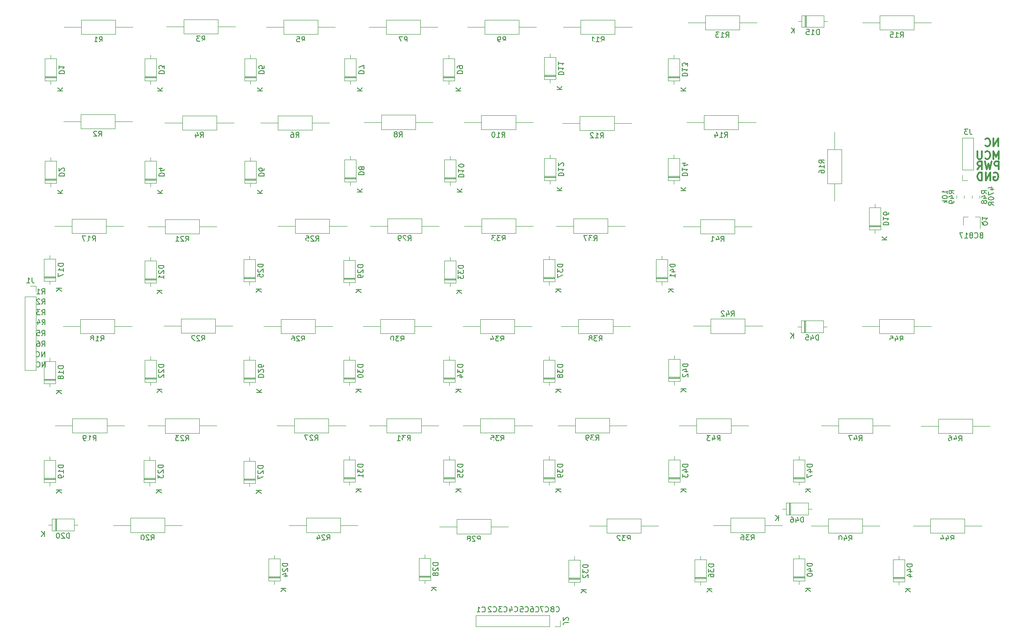
<source format=gbo>
%TF.GenerationSoftware,KiCad,Pcbnew,5.1.5+dfsg1-2build2*%
%TF.CreationDate,2021-08-29T12:06:32+02:00*%
%TF.ProjectId,BFK9kv2-right,42464b39-6b76-4322-9d72-696768742e6b,rev?*%
%TF.SameCoordinates,Original*%
%TF.FileFunction,Legend,Bot*%
%TF.FilePolarity,Positive*%
%FSLAX46Y46*%
G04 Gerber Fmt 4.6, Leading zero omitted, Abs format (unit mm)*
G04 Created by KiCad (PCBNEW 5.1.5+dfsg1-2build2) date 2021-08-29 12:06:32*
%MOMM*%
%LPD*%
G04 APERTURE LIST*
%ADD10C,0.150000*%
%ADD11C,0.300000*%
%ADD12C,0.120000*%
%ADD13C,5.702000*%
%ADD14C,1.792600*%
%ADD15C,2.302000*%
%ADD16C,1.852000*%
%ADD17C,4.102000*%
%ADD18O,1.452000X1.452000*%
%ADD19R,1.452000X1.452000*%
%ADD20R,0.902000X1.002000*%
%ADD21O,1.702000X1.702000*%
%ADD22C,1.702000*%
%ADD23R,1.702000X1.702000*%
G04 APERTURE END LIST*
D10*
X227810462Y-90537991D02*
X227667605Y-90585610D01*
X227619986Y-90633229D01*
X227572367Y-90728467D01*
X227572367Y-90871324D01*
X227619986Y-90966562D01*
X227667605Y-91014181D01*
X227762843Y-91061800D01*
X228143796Y-91061800D01*
X228143796Y-90061800D01*
X227810462Y-90061800D01*
X227715224Y-90109420D01*
X227667605Y-90157039D01*
X227619986Y-90252277D01*
X227619986Y-90347515D01*
X227667605Y-90442753D01*
X227715224Y-90490372D01*
X227810462Y-90537991D01*
X228143796Y-90537991D01*
X226572367Y-90966562D02*
X226619986Y-91014181D01*
X226762843Y-91061800D01*
X226858081Y-91061800D01*
X227000939Y-91014181D01*
X227096177Y-90918943D01*
X227143796Y-90823705D01*
X227191415Y-90633229D01*
X227191415Y-90490372D01*
X227143796Y-90299896D01*
X227096177Y-90204658D01*
X227000939Y-90109420D01*
X226858081Y-90061800D01*
X226762843Y-90061800D01*
X226619986Y-90109420D01*
X226572367Y-90157039D01*
X226000939Y-90490372D02*
X226096177Y-90442753D01*
X226143796Y-90395134D01*
X226191415Y-90299896D01*
X226191415Y-90252277D01*
X226143796Y-90157039D01*
X226096177Y-90109420D01*
X226000939Y-90061800D01*
X225810462Y-90061800D01*
X225715224Y-90109420D01*
X225667605Y-90157039D01*
X225619986Y-90252277D01*
X225619986Y-90299896D01*
X225667605Y-90395134D01*
X225715224Y-90442753D01*
X225810462Y-90490372D01*
X226000939Y-90490372D01*
X226096177Y-90537991D01*
X226143796Y-90585610D01*
X226191415Y-90680848D01*
X226191415Y-90871324D01*
X226143796Y-90966562D01*
X226096177Y-91014181D01*
X226000939Y-91061800D01*
X225810462Y-91061800D01*
X225715224Y-91014181D01*
X225667605Y-90966562D01*
X225619986Y-90871324D01*
X225619986Y-90680848D01*
X225667605Y-90585610D01*
X225715224Y-90537991D01*
X225810462Y-90490372D01*
X224667605Y-91061800D02*
X225239034Y-91061800D01*
X224953320Y-91061800D02*
X224953320Y-90061800D01*
X225048558Y-90204658D01*
X225143796Y-90299896D01*
X225239034Y-90347515D01*
X224334272Y-90061800D02*
X223667605Y-90061800D01*
X224096177Y-91061800D01*
X221376500Y-82597381D02*
X221376500Y-82025953D01*
X221376500Y-82311667D02*
X220376500Y-82311667D01*
X220519358Y-82216429D01*
X220614596Y-82121191D01*
X220662215Y-82025953D01*
X220376500Y-83216429D02*
X220376500Y-83311667D01*
X220424120Y-83406905D01*
X220471739Y-83454524D01*
X220566977Y-83502143D01*
X220757453Y-83549762D01*
X220995548Y-83549762D01*
X221186024Y-83502143D01*
X221281262Y-83454524D01*
X221328881Y-83406905D01*
X221376500Y-83311667D01*
X221376500Y-83216429D01*
X221328881Y-83121191D01*
X221281262Y-83073572D01*
X221186024Y-83025953D01*
X220995548Y-82978334D01*
X220757453Y-82978334D01*
X220566977Y-83025953D01*
X220471739Y-83073572D01*
X220424120Y-83121191D01*
X220376500Y-83216429D01*
X221376500Y-83978334D02*
X220376500Y-83978334D01*
X220995548Y-84073572D02*
X221376500Y-84359286D01*
X220709834Y-84359286D02*
X221090786Y-83978334D01*
X229523634Y-81803715D02*
X230190300Y-81803715D01*
X229142681Y-81565620D02*
X229856967Y-81327524D01*
X229856967Y-81946572D01*
X229190300Y-82232286D02*
X229190300Y-82898953D01*
X230190300Y-82470381D01*
X229190300Y-83470381D02*
X229190300Y-83565620D01*
X229237920Y-83660858D01*
X229285539Y-83708477D01*
X229380777Y-83756096D01*
X229571253Y-83803715D01*
X229809348Y-83803715D01*
X229999824Y-83756096D01*
X230095062Y-83708477D01*
X230142681Y-83660858D01*
X230190300Y-83565620D01*
X230190300Y-83470381D01*
X230142681Y-83375143D01*
X230095062Y-83327524D01*
X229999824Y-83279905D01*
X229809348Y-83232286D01*
X229571253Y-83232286D01*
X229380777Y-83279905D01*
X229285539Y-83327524D01*
X229237920Y-83375143D01*
X229190300Y-83470381D01*
X230190300Y-84803715D02*
X229714110Y-84470381D01*
X230190300Y-84232286D02*
X229190300Y-84232286D01*
X229190300Y-84613239D01*
X229237920Y-84708477D01*
X229285539Y-84756096D01*
X229380777Y-84803715D01*
X229523634Y-84803715D01*
X229618872Y-84756096D01*
X229666491Y-84708477D01*
X229714110Y-84613239D01*
X229714110Y-84232286D01*
D11*
X231043491Y-73584191D02*
X231043491Y-72084191D01*
X230186348Y-73584191D01*
X230186348Y-72084191D01*
X228614920Y-73441334D02*
X228686348Y-73512762D01*
X228900634Y-73584191D01*
X229043491Y-73584191D01*
X229257777Y-73512762D01*
X229400634Y-73369905D01*
X229472062Y-73227048D01*
X229543491Y-72941334D01*
X229543491Y-72727048D01*
X229472062Y-72441334D01*
X229400634Y-72298477D01*
X229257777Y-72155620D01*
X229043491Y-72084191D01*
X228900634Y-72084191D01*
X228686348Y-72155620D01*
X228614920Y-72227048D01*
X231164034Y-75997191D02*
X231164034Y-74497191D01*
X230664034Y-75568620D01*
X230164034Y-74497191D01*
X230164034Y-75997191D01*
X228592605Y-75854334D02*
X228664034Y-75925762D01*
X228878320Y-75997191D01*
X229021177Y-75997191D01*
X229235462Y-75925762D01*
X229378320Y-75782905D01*
X229449748Y-75640048D01*
X229521177Y-75354334D01*
X229521177Y-75140048D01*
X229449748Y-74854334D01*
X229378320Y-74711477D01*
X229235462Y-74568620D01*
X229021177Y-74497191D01*
X228878320Y-74497191D01*
X228664034Y-74568620D01*
X228592605Y-74640048D01*
X227949748Y-74497191D02*
X227949748Y-75711477D01*
X227878320Y-75854334D01*
X227806891Y-75925762D01*
X227664034Y-75997191D01*
X227378320Y-75997191D01*
X227235462Y-75925762D01*
X227164034Y-75854334D01*
X227092605Y-75711477D01*
X227092605Y-74497191D01*
X231179120Y-77978391D02*
X231179120Y-76478391D01*
X230607691Y-76478391D01*
X230464834Y-76549820D01*
X230393405Y-76621248D01*
X230321977Y-76764105D01*
X230321977Y-76978391D01*
X230393405Y-77121248D01*
X230464834Y-77192677D01*
X230607691Y-77264105D01*
X231179120Y-77264105D01*
X229821977Y-76478391D02*
X229464834Y-77978391D01*
X229179120Y-76906962D01*
X228893405Y-77978391D01*
X228536262Y-76478391D01*
X227107691Y-77978391D02*
X227607691Y-77264105D01*
X227964834Y-77978391D02*
X227964834Y-76478391D01*
X227393405Y-76478391D01*
X227250548Y-76549820D01*
X227179120Y-76621248D01*
X227107691Y-76764105D01*
X227107691Y-76978391D01*
X227179120Y-77121248D01*
X227250548Y-77192677D01*
X227393405Y-77264105D01*
X227964834Y-77264105D01*
X230245777Y-78658020D02*
X230388634Y-78586591D01*
X230602920Y-78586591D01*
X230817205Y-78658020D01*
X230960062Y-78800877D01*
X231031491Y-78943734D01*
X231102920Y-79229448D01*
X231102920Y-79443734D01*
X231031491Y-79729448D01*
X230960062Y-79872305D01*
X230817205Y-80015162D01*
X230602920Y-80086591D01*
X230460062Y-80086591D01*
X230245777Y-80015162D01*
X230174348Y-79943734D01*
X230174348Y-79443734D01*
X230460062Y-79443734D01*
X229531491Y-80086591D02*
X229531491Y-78586591D01*
X228674348Y-80086591D01*
X228674348Y-78586591D01*
X227960062Y-80086591D02*
X227960062Y-78586591D01*
X227602920Y-78586591D01*
X227388634Y-78658020D01*
X227245777Y-78800877D01*
X227174348Y-78943734D01*
X227102920Y-79229448D01*
X227102920Y-79443734D01*
X227174348Y-79729448D01*
X227245777Y-79872305D01*
X227388634Y-80015162D01*
X227602920Y-80086591D01*
X227960062Y-80086591D01*
D10*
X146724666Y-162358342D02*
X146772285Y-162405961D01*
X146915142Y-162453580D01*
X147010380Y-162453580D01*
X147153238Y-162405961D01*
X147248476Y-162310723D01*
X147296095Y-162215485D01*
X147343714Y-162025009D01*
X147343714Y-161882152D01*
X147296095Y-161691676D01*
X147248476Y-161596438D01*
X147153238Y-161501200D01*
X147010380Y-161453580D01*
X146915142Y-161453580D01*
X146772285Y-161501200D01*
X146724666Y-161548819D01*
X146153238Y-161882152D02*
X146248476Y-161834533D01*
X146296095Y-161786914D01*
X146343714Y-161691676D01*
X146343714Y-161644057D01*
X146296095Y-161548819D01*
X146248476Y-161501200D01*
X146153238Y-161453580D01*
X145962761Y-161453580D01*
X145867523Y-161501200D01*
X145819904Y-161548819D01*
X145772285Y-161644057D01*
X145772285Y-161691676D01*
X145819904Y-161786914D01*
X145867523Y-161834533D01*
X145962761Y-161882152D01*
X146153238Y-161882152D01*
X146248476Y-161929771D01*
X146296095Y-161977390D01*
X146343714Y-162072628D01*
X146343714Y-162263104D01*
X146296095Y-162358342D01*
X146248476Y-162405961D01*
X146153238Y-162453580D01*
X145962761Y-162453580D01*
X145867523Y-162405961D01*
X145819904Y-162358342D01*
X145772285Y-162263104D01*
X145772285Y-162072628D01*
X145819904Y-161977390D01*
X145867523Y-161929771D01*
X145962761Y-161882152D01*
X144667266Y-162383742D02*
X144714885Y-162431361D01*
X144857742Y-162478980D01*
X144952980Y-162478980D01*
X145095838Y-162431361D01*
X145191076Y-162336123D01*
X145238695Y-162240885D01*
X145286314Y-162050409D01*
X145286314Y-161907552D01*
X145238695Y-161717076D01*
X145191076Y-161621838D01*
X145095838Y-161526600D01*
X144952980Y-161478980D01*
X144857742Y-161478980D01*
X144714885Y-161526600D01*
X144667266Y-161574219D01*
X144333933Y-161478980D02*
X143667266Y-161478980D01*
X144095838Y-162478980D01*
X142813066Y-162383742D02*
X142860685Y-162431361D01*
X143003542Y-162478980D01*
X143098780Y-162478980D01*
X143241638Y-162431361D01*
X143336876Y-162336123D01*
X143384495Y-162240885D01*
X143432114Y-162050409D01*
X143432114Y-161907552D01*
X143384495Y-161717076D01*
X143336876Y-161621838D01*
X143241638Y-161526600D01*
X143098780Y-161478980D01*
X143003542Y-161478980D01*
X142860685Y-161526600D01*
X142813066Y-161574219D01*
X141955923Y-161478980D02*
X142146400Y-161478980D01*
X142241638Y-161526600D01*
X142289257Y-161574219D01*
X142384495Y-161717076D01*
X142432114Y-161907552D01*
X142432114Y-162288504D01*
X142384495Y-162383742D01*
X142336876Y-162431361D01*
X142241638Y-162478980D01*
X142051161Y-162478980D01*
X141955923Y-162431361D01*
X141908304Y-162383742D01*
X141860685Y-162288504D01*
X141860685Y-162050409D01*
X141908304Y-161955171D01*
X141955923Y-161907552D01*
X142051161Y-161859933D01*
X142241638Y-161859933D01*
X142336876Y-161907552D01*
X142384495Y-161955171D01*
X142432114Y-162050409D01*
X140831866Y-162383742D02*
X140879485Y-162431361D01*
X141022342Y-162478980D01*
X141117580Y-162478980D01*
X141260438Y-162431361D01*
X141355676Y-162336123D01*
X141403295Y-162240885D01*
X141450914Y-162050409D01*
X141450914Y-161907552D01*
X141403295Y-161717076D01*
X141355676Y-161621838D01*
X141260438Y-161526600D01*
X141117580Y-161478980D01*
X141022342Y-161478980D01*
X140879485Y-161526600D01*
X140831866Y-161574219D01*
X139927104Y-161478980D02*
X140403295Y-161478980D01*
X140450914Y-161955171D01*
X140403295Y-161907552D01*
X140308057Y-161859933D01*
X140069961Y-161859933D01*
X139974723Y-161907552D01*
X139927104Y-161955171D01*
X139879485Y-162050409D01*
X139879485Y-162288504D01*
X139927104Y-162383742D01*
X139974723Y-162431361D01*
X140069961Y-162478980D01*
X140308057Y-162478980D01*
X140403295Y-162431361D01*
X140450914Y-162383742D01*
X138774466Y-162358342D02*
X138822085Y-162405961D01*
X138964942Y-162453580D01*
X139060180Y-162453580D01*
X139203038Y-162405961D01*
X139298276Y-162310723D01*
X139345895Y-162215485D01*
X139393514Y-162025009D01*
X139393514Y-161882152D01*
X139345895Y-161691676D01*
X139298276Y-161596438D01*
X139203038Y-161501200D01*
X139060180Y-161453580D01*
X138964942Y-161453580D01*
X138822085Y-161501200D01*
X138774466Y-161548819D01*
X137917323Y-161786914D02*
X137917323Y-162453580D01*
X138155419Y-161405961D02*
X138393514Y-162120247D01*
X137774466Y-162120247D01*
X136767866Y-162383742D02*
X136815485Y-162431361D01*
X136958342Y-162478980D01*
X137053580Y-162478980D01*
X137196438Y-162431361D01*
X137291676Y-162336123D01*
X137339295Y-162240885D01*
X137386914Y-162050409D01*
X137386914Y-161907552D01*
X137339295Y-161717076D01*
X137291676Y-161621838D01*
X137196438Y-161526600D01*
X137053580Y-161478980D01*
X136958342Y-161478980D01*
X136815485Y-161526600D01*
X136767866Y-161574219D01*
X136434533Y-161478980D02*
X135815485Y-161478980D01*
X136148819Y-161859933D01*
X136005961Y-161859933D01*
X135910723Y-161907552D01*
X135863104Y-161955171D01*
X135815485Y-162050409D01*
X135815485Y-162288504D01*
X135863104Y-162383742D01*
X135910723Y-162431361D01*
X136005961Y-162478980D01*
X136291676Y-162478980D01*
X136386914Y-162431361D01*
X136434533Y-162383742D01*
X134761266Y-162383742D02*
X134808885Y-162431361D01*
X134951742Y-162478980D01*
X135046980Y-162478980D01*
X135189838Y-162431361D01*
X135285076Y-162336123D01*
X135332695Y-162240885D01*
X135380314Y-162050409D01*
X135380314Y-161907552D01*
X135332695Y-161717076D01*
X135285076Y-161621838D01*
X135189838Y-161526600D01*
X135046980Y-161478980D01*
X134951742Y-161478980D01*
X134808885Y-161526600D01*
X134761266Y-161574219D01*
X134380314Y-161574219D02*
X134332695Y-161526600D01*
X134237457Y-161478980D01*
X133999361Y-161478980D01*
X133904123Y-161526600D01*
X133856504Y-161574219D01*
X133808885Y-161669457D01*
X133808885Y-161764695D01*
X133856504Y-161907552D01*
X134427933Y-162478980D01*
X133808885Y-162478980D01*
X132602266Y-162409142D02*
X132649885Y-162456761D01*
X132792742Y-162504380D01*
X132887980Y-162504380D01*
X133030838Y-162456761D01*
X133126076Y-162361523D01*
X133173695Y-162266285D01*
X133221314Y-162075809D01*
X133221314Y-161932952D01*
X133173695Y-161742476D01*
X133126076Y-161647238D01*
X133030838Y-161552000D01*
X132887980Y-161504380D01*
X132792742Y-161504380D01*
X132649885Y-161552000D01*
X132602266Y-161599619D01*
X131649885Y-162504380D02*
X132221314Y-162504380D01*
X131935600Y-162504380D02*
X131935600Y-161504380D01*
X132030838Y-161647238D01*
X132126076Y-161742476D01*
X132221314Y-161790095D01*
X49299714Y-115717580D02*
X49299714Y-114717580D01*
X48728285Y-115717580D01*
X48728285Y-114717580D01*
X47680666Y-115622342D02*
X47728285Y-115669961D01*
X47871142Y-115717580D01*
X47966380Y-115717580D01*
X48109238Y-115669961D01*
X48204476Y-115574723D01*
X48252095Y-115479485D01*
X48299714Y-115289009D01*
X48299714Y-115146152D01*
X48252095Y-114955676D01*
X48204476Y-114860438D01*
X48109238Y-114765200D01*
X47966380Y-114717580D01*
X47871142Y-114717580D01*
X47728285Y-114765200D01*
X47680666Y-114812819D01*
X49198114Y-113787180D02*
X49198114Y-112787180D01*
X48626685Y-113787180D01*
X48626685Y-112787180D01*
X47579066Y-113691942D02*
X47626685Y-113739561D01*
X47769542Y-113787180D01*
X47864780Y-113787180D01*
X48007638Y-113739561D01*
X48102876Y-113644323D01*
X48150495Y-113549085D01*
X48198114Y-113358609D01*
X48198114Y-113215752D01*
X48150495Y-113025276D01*
X48102876Y-112930038D01*
X48007638Y-112834800D01*
X47864780Y-112787180D01*
X47769542Y-112787180D01*
X47626685Y-112834800D01*
X47579066Y-112882419D01*
X48629866Y-111780580D02*
X48963200Y-111304390D01*
X49201295Y-111780580D02*
X49201295Y-110780580D01*
X48820342Y-110780580D01*
X48725104Y-110828200D01*
X48677485Y-110875819D01*
X48629866Y-110971057D01*
X48629866Y-111113914D01*
X48677485Y-111209152D01*
X48725104Y-111256771D01*
X48820342Y-111304390D01*
X49201295Y-111304390D01*
X47772723Y-110780580D02*
X47963200Y-110780580D01*
X48058438Y-110828200D01*
X48106057Y-110875819D01*
X48201295Y-111018676D01*
X48248914Y-111209152D01*
X48248914Y-111590104D01*
X48201295Y-111685342D01*
X48153676Y-111732961D01*
X48058438Y-111780580D01*
X47867961Y-111780580D01*
X47772723Y-111732961D01*
X47725104Y-111685342D01*
X47677485Y-111590104D01*
X47677485Y-111352009D01*
X47725104Y-111256771D01*
X47772723Y-111209152D01*
X47867961Y-111161533D01*
X48058438Y-111161533D01*
X48153676Y-111209152D01*
X48201295Y-111256771D01*
X48248914Y-111352009D01*
X48629866Y-109748580D02*
X48963200Y-109272390D01*
X49201295Y-109748580D02*
X49201295Y-108748580D01*
X48820342Y-108748580D01*
X48725104Y-108796200D01*
X48677485Y-108843819D01*
X48629866Y-108939057D01*
X48629866Y-109081914D01*
X48677485Y-109177152D01*
X48725104Y-109224771D01*
X48820342Y-109272390D01*
X49201295Y-109272390D01*
X47725104Y-108748580D02*
X48201295Y-108748580D01*
X48248914Y-109224771D01*
X48201295Y-109177152D01*
X48106057Y-109129533D01*
X47867961Y-109129533D01*
X47772723Y-109177152D01*
X47725104Y-109224771D01*
X47677485Y-109320009D01*
X47677485Y-109558104D01*
X47725104Y-109653342D01*
X47772723Y-109700961D01*
X47867961Y-109748580D01*
X48106057Y-109748580D01*
X48201295Y-109700961D01*
X48248914Y-109653342D01*
X48680666Y-107640380D02*
X49014000Y-107164190D01*
X49252095Y-107640380D02*
X49252095Y-106640380D01*
X48871142Y-106640380D01*
X48775904Y-106688000D01*
X48728285Y-106735619D01*
X48680666Y-106830857D01*
X48680666Y-106973714D01*
X48728285Y-107068952D01*
X48775904Y-107116571D01*
X48871142Y-107164190D01*
X49252095Y-107164190D01*
X47823523Y-106973714D02*
X47823523Y-107640380D01*
X48061619Y-106592761D02*
X48299714Y-107307047D01*
X47680666Y-107307047D01*
X48655266Y-105760780D02*
X48988600Y-105284590D01*
X49226695Y-105760780D02*
X49226695Y-104760780D01*
X48845742Y-104760780D01*
X48750504Y-104808400D01*
X48702885Y-104856019D01*
X48655266Y-104951257D01*
X48655266Y-105094114D01*
X48702885Y-105189352D01*
X48750504Y-105236971D01*
X48845742Y-105284590D01*
X49226695Y-105284590D01*
X48321933Y-104760780D02*
X47702885Y-104760780D01*
X48036219Y-105141733D01*
X47893361Y-105141733D01*
X47798123Y-105189352D01*
X47750504Y-105236971D01*
X47702885Y-105332209D01*
X47702885Y-105570304D01*
X47750504Y-105665542D01*
X47798123Y-105713161D01*
X47893361Y-105760780D01*
X48179076Y-105760780D01*
X48274314Y-105713161D01*
X48321933Y-105665542D01*
X48655266Y-103703380D02*
X48988600Y-103227190D01*
X49226695Y-103703380D02*
X49226695Y-102703380D01*
X48845742Y-102703380D01*
X48750504Y-102751000D01*
X48702885Y-102798619D01*
X48655266Y-102893857D01*
X48655266Y-103036714D01*
X48702885Y-103131952D01*
X48750504Y-103179571D01*
X48845742Y-103227190D01*
X49226695Y-103227190D01*
X48274314Y-102798619D02*
X48226695Y-102751000D01*
X48131457Y-102703380D01*
X47893361Y-102703380D01*
X47798123Y-102751000D01*
X47750504Y-102798619D01*
X47702885Y-102893857D01*
X47702885Y-102989095D01*
X47750504Y-103131952D01*
X48321933Y-103703380D01*
X47702885Y-103703380D01*
X48629866Y-101747580D02*
X48963200Y-101271390D01*
X49201295Y-101747580D02*
X49201295Y-100747580D01*
X48820342Y-100747580D01*
X48725104Y-100795200D01*
X48677485Y-100842819D01*
X48629866Y-100938057D01*
X48629866Y-101080914D01*
X48677485Y-101176152D01*
X48725104Y-101223771D01*
X48820342Y-101271390D01*
X49201295Y-101271390D01*
X47677485Y-101747580D02*
X48248914Y-101747580D01*
X47963200Y-101747580D02*
X47963200Y-100747580D01*
X48058438Y-100890438D01*
X48153676Y-100985676D01*
X48248914Y-101033295D01*
D12*
X224183000Y-80112400D02*
X225243000Y-80112400D01*
X224183000Y-79052400D02*
X224183000Y-80112400D01*
X224183000Y-78052400D02*
X226303000Y-78052400D01*
X226303000Y-78052400D02*
X226303000Y-71992400D01*
X224183000Y-78052400D02*
X224183000Y-71992400D01*
X224183000Y-71992400D02*
X226303000Y-71992400D01*
X224543000Y-82971348D02*
X224543000Y-83493852D01*
X223123000Y-82971348D02*
X223123000Y-83493852D01*
X226073000Y-83493852D02*
X226073000Y-82971348D01*
X227493000Y-83493852D02*
X227493000Y-82971348D01*
X224403000Y-87072600D02*
X224403000Y-88532600D01*
X227563000Y-87072600D02*
X227563000Y-89232600D01*
X227563000Y-87072600D02*
X226633000Y-87072600D01*
X224403000Y-87072600D02*
X225333000Y-87072600D01*
X147542000Y-165246000D02*
X147542000Y-164186000D01*
X146482000Y-165246000D02*
X147542000Y-165246000D01*
X145482000Y-165246000D02*
X145482000Y-163126000D01*
X145482000Y-163126000D02*
X131422000Y-163126000D01*
X145482000Y-165246000D02*
X131422000Y-165246000D01*
X131422000Y-165246000D02*
X131422000Y-163126000D01*
X47491200Y-100210000D02*
X46431200Y-100210000D01*
X47491200Y-101270000D02*
X47491200Y-100210000D01*
X47491200Y-102270000D02*
X45371200Y-102270000D01*
X45371200Y-102270000D02*
X45371200Y-116330000D01*
X47491200Y-102270000D02*
X47491200Y-116330000D01*
X47491200Y-116330000D02*
X45371200Y-116330000D01*
X218264000Y-107950000D02*
X214954000Y-107950000D01*
X205104000Y-107950000D02*
X208414000Y-107950000D01*
X214954000Y-109320000D02*
X208414000Y-109320000D01*
X214954000Y-106580000D02*
X214954000Y-109320000D01*
X208414000Y-106580000D02*
X214954000Y-106580000D01*
X208414000Y-109320000D02*
X208414000Y-106580000D01*
X194068000Y-109116000D02*
X194068000Y-106876000D01*
X194308000Y-109116000D02*
X194308000Y-106876000D01*
X194188000Y-109116000D02*
X194188000Y-106876000D01*
X198358000Y-107996000D02*
X197708000Y-107996000D01*
X192818000Y-107996000D02*
X193468000Y-107996000D01*
X197708000Y-109116000D02*
X193468000Y-109116000D01*
X197708000Y-106876000D02*
X197708000Y-109116000D01*
X193468000Y-106876000D02*
X197708000Y-106876000D01*
X193468000Y-109116000D02*
X193468000Y-106876000D01*
X210440000Y-126949000D02*
X207130000Y-126949000D01*
X197280000Y-126949000D02*
X200590000Y-126949000D01*
X207130000Y-128319000D02*
X200590000Y-128319000D01*
X207130000Y-125579000D02*
X207130000Y-128319000D01*
X200590000Y-125579000D02*
X207130000Y-125579000D01*
X200590000Y-128319000D02*
X200590000Y-125579000D01*
X229465000Y-127000000D02*
X226155000Y-127000000D01*
X216305000Y-127000000D02*
X219615000Y-127000000D01*
X226155000Y-128370000D02*
X219615000Y-128370000D01*
X226155000Y-125630000D02*
X226155000Y-128370000D01*
X219615000Y-125630000D02*
X226155000Y-125630000D01*
X219615000Y-128370000D02*
X219615000Y-125630000D01*
X227941000Y-146050000D02*
X224631000Y-146050000D01*
X214781000Y-146050000D02*
X218091000Y-146050000D01*
X224631000Y-147420000D02*
X218091000Y-147420000D01*
X224631000Y-144680000D02*
X224631000Y-147420000D01*
X218091000Y-144680000D02*
X224631000Y-144680000D01*
X218091000Y-147420000D02*
X218091000Y-144680000D01*
X183389000Y-126949000D02*
X180079000Y-126949000D01*
X170229000Y-126949000D02*
X173539000Y-126949000D01*
X180079000Y-128319000D02*
X173539000Y-128319000D01*
X180079000Y-125579000D02*
X180079000Y-128319000D01*
X173539000Y-125579000D02*
X180079000Y-125579000D01*
X173539000Y-128319000D02*
X173539000Y-125579000D01*
X172922000Y-107899000D02*
X176232000Y-107899000D01*
X186082000Y-107899000D02*
X182772000Y-107899000D01*
X176232000Y-106529000D02*
X182772000Y-106529000D01*
X176232000Y-109269000D02*
X176232000Y-106529000D01*
X182772000Y-109269000D02*
X176232000Y-109269000D01*
X182772000Y-106529000D02*
X182772000Y-109269000D01*
X184126000Y-88900000D02*
X180816000Y-88900000D01*
X170966000Y-88900000D02*
X174276000Y-88900000D01*
X180816000Y-90270000D02*
X174276000Y-90270000D01*
X180816000Y-87530000D02*
X180816000Y-90270000D01*
X174276000Y-87530000D02*
X180816000Y-87530000D01*
X174276000Y-90270000D02*
X174276000Y-87530000D01*
X208510000Y-146050000D02*
X205200000Y-146050000D01*
X195350000Y-146050000D02*
X198660000Y-146050000D01*
X205200000Y-147420000D02*
X198660000Y-147420000D01*
X205200000Y-144680000D02*
X205200000Y-147420000D01*
X198660000Y-144680000D02*
X205200000Y-144680000D01*
X198660000Y-147420000D02*
X198660000Y-144680000D01*
X160250000Y-126873000D02*
X156940000Y-126873000D01*
X147090000Y-126873000D02*
X150400000Y-126873000D01*
X156940000Y-128243000D02*
X150400000Y-128243000D01*
X156940000Y-125503000D02*
X156940000Y-128243000D01*
X150400000Y-125503000D02*
X156940000Y-125503000D01*
X150400000Y-128243000D02*
X150400000Y-125503000D01*
X160860000Y-107925000D02*
X157550000Y-107925000D01*
X147700000Y-107925000D02*
X151010000Y-107925000D01*
X157550000Y-109295000D02*
X151010000Y-109295000D01*
X157550000Y-106555000D02*
X157550000Y-109295000D01*
X151010000Y-106555000D02*
X157550000Y-106555000D01*
X151010000Y-109295000D02*
X151010000Y-106555000D01*
X159869000Y-88773000D02*
X156559000Y-88773000D01*
X146709000Y-88773000D02*
X150019000Y-88773000D01*
X156559000Y-90143000D02*
X150019000Y-90143000D01*
X156559000Y-87403000D02*
X156559000Y-90143000D01*
X150019000Y-87403000D02*
X156559000Y-87403000D01*
X150019000Y-90143000D02*
X150019000Y-87403000D01*
X189841000Y-145923000D02*
X186531000Y-145923000D01*
X176681000Y-145923000D02*
X179991000Y-145923000D01*
X186531000Y-147293000D02*
X179991000Y-147293000D01*
X186531000Y-144553000D02*
X186531000Y-147293000D01*
X179991000Y-144553000D02*
X186531000Y-144553000D01*
X179991000Y-147293000D02*
X179991000Y-144553000D01*
X142140000Y-126924000D02*
X138830000Y-126924000D01*
X128980000Y-126924000D02*
X132290000Y-126924000D01*
X138830000Y-128294000D02*
X132290000Y-128294000D01*
X138830000Y-125554000D02*
X138830000Y-128294000D01*
X132290000Y-125554000D02*
X138830000Y-125554000D01*
X132290000Y-128294000D02*
X132290000Y-125554000D01*
X142089000Y-107950000D02*
X138779000Y-107950000D01*
X128929000Y-107950000D02*
X132239000Y-107950000D01*
X138779000Y-109320000D02*
X132239000Y-109320000D01*
X138779000Y-106580000D02*
X138779000Y-109320000D01*
X132239000Y-106580000D02*
X138779000Y-106580000D01*
X132239000Y-109320000D02*
X132239000Y-106580000D01*
X142343000Y-88773000D02*
X139033000Y-88773000D01*
X129183000Y-88773000D02*
X132493000Y-88773000D01*
X139033000Y-90143000D02*
X132493000Y-90143000D01*
X139033000Y-87403000D02*
X139033000Y-90143000D01*
X132493000Y-87403000D02*
X139033000Y-87403000D01*
X132493000Y-90143000D02*
X132493000Y-87403000D01*
X166219000Y-146050000D02*
X162909000Y-146050000D01*
X153059000Y-146050000D02*
X156369000Y-146050000D01*
X162909000Y-147420000D02*
X156369000Y-147420000D01*
X162909000Y-144680000D02*
X162909000Y-147420000D01*
X156369000Y-144680000D02*
X162909000Y-144680000D01*
X156369000Y-147420000D02*
X156369000Y-144680000D01*
X124284000Y-126924000D02*
X120974000Y-126924000D01*
X111124000Y-126924000D02*
X114434000Y-126924000D01*
X120974000Y-128294000D02*
X114434000Y-128294000D01*
X120974000Y-125554000D02*
X120974000Y-128294000D01*
X114434000Y-125554000D02*
X120974000Y-125554000D01*
X114434000Y-128294000D02*
X114434000Y-125554000D01*
X123039000Y-107950000D02*
X119729000Y-107950000D01*
X109879000Y-107950000D02*
X113189000Y-107950000D01*
X119729000Y-109320000D02*
X113189000Y-109320000D01*
X119729000Y-106580000D02*
X119729000Y-109320000D01*
X113189000Y-106580000D02*
X119729000Y-106580000D01*
X113189000Y-109320000D02*
X113189000Y-106580000D01*
X124436000Y-88773000D02*
X121126000Y-88773000D01*
X111276000Y-88773000D02*
X114586000Y-88773000D01*
X121126000Y-90143000D02*
X114586000Y-90143000D01*
X121126000Y-87403000D02*
X121126000Y-90143000D01*
X114586000Y-87403000D02*
X121126000Y-87403000D01*
X114586000Y-90143000D02*
X114586000Y-87403000D01*
X137644000Y-146177000D02*
X134334000Y-146177000D01*
X124484000Y-146177000D02*
X127794000Y-146177000D01*
X134334000Y-147547000D02*
X127794000Y-147547000D01*
X134334000Y-144807000D02*
X134334000Y-147547000D01*
X127794000Y-144807000D02*
X134334000Y-144807000D01*
X127794000Y-147547000D02*
X127794000Y-144807000D01*
X106656000Y-126898000D02*
X103346000Y-126898000D01*
X93496000Y-126898000D02*
X96806000Y-126898000D01*
X103346000Y-128268000D02*
X96806000Y-128268000D01*
X103346000Y-125528000D02*
X103346000Y-128268000D01*
X96806000Y-125528000D02*
X103346000Y-125528000D01*
X96806000Y-128268000D02*
X96806000Y-125528000D01*
X104116000Y-107950000D02*
X100806000Y-107950000D01*
X90956000Y-107950000D02*
X94266000Y-107950000D01*
X100806000Y-109320000D02*
X94266000Y-109320000D01*
X100806000Y-106580000D02*
X100806000Y-109320000D01*
X94266000Y-106580000D02*
X100806000Y-106580000D01*
X94266000Y-109320000D02*
X94266000Y-106580000D01*
X106833800Y-88823800D02*
X103523800Y-88823800D01*
X93673800Y-88823800D02*
X96983800Y-88823800D01*
X103523800Y-90193800D02*
X96983800Y-90193800D01*
X103523800Y-87453800D02*
X103523800Y-90193800D01*
X96983800Y-87453800D02*
X103523800Y-87453800D01*
X96983800Y-90193800D02*
X96983800Y-87453800D01*
X108942000Y-145923000D02*
X105632000Y-145923000D01*
X95782000Y-145923000D02*
X99092000Y-145923000D01*
X105632000Y-147293000D02*
X99092000Y-147293000D01*
X105632000Y-144553000D02*
X105632000Y-147293000D01*
X99092000Y-144553000D02*
X105632000Y-144553000D01*
X99092000Y-147293000D02*
X99092000Y-144553000D01*
X82018000Y-126949000D02*
X78708000Y-126949000D01*
X68858000Y-126949000D02*
X72168000Y-126949000D01*
X78708000Y-128319000D02*
X72168000Y-128319000D01*
X78708000Y-125579000D02*
X78708000Y-128319000D01*
X72168000Y-125579000D02*
X78708000Y-125579000D01*
X72168000Y-128319000D02*
X72168000Y-125579000D01*
X85066000Y-107874000D02*
X81756000Y-107874000D01*
X71906000Y-107874000D02*
X75216000Y-107874000D01*
X81756000Y-109244000D02*
X75216000Y-109244000D01*
X81756000Y-106504000D02*
X81756000Y-109244000D01*
X75216000Y-106504000D02*
X81756000Y-106504000D01*
X75216000Y-109244000D02*
X75216000Y-106504000D01*
X82018000Y-88900000D02*
X78708000Y-88900000D01*
X68858000Y-88900000D02*
X72168000Y-88900000D01*
X78708000Y-90270000D02*
X72168000Y-90270000D01*
X78708000Y-87530000D02*
X78708000Y-90270000D01*
X72168000Y-87530000D02*
X78708000Y-87530000D01*
X72168000Y-90270000D02*
X72168000Y-87530000D01*
X75414000Y-145923000D02*
X72104000Y-145923000D01*
X62254000Y-145923000D02*
X65564000Y-145923000D01*
X72104000Y-147293000D02*
X65564000Y-147293000D01*
X72104000Y-144553000D02*
X72104000Y-147293000D01*
X65564000Y-144553000D02*
X72104000Y-144553000D01*
X65564000Y-147293000D02*
X65564000Y-144553000D01*
X64339600Y-126924000D02*
X61029600Y-126924000D01*
X51179600Y-126924000D02*
X54489600Y-126924000D01*
X61029600Y-128294000D02*
X54489600Y-128294000D01*
X61029600Y-125554000D02*
X61029600Y-128294000D01*
X54489600Y-125554000D02*
X61029600Y-125554000D01*
X54489600Y-128294000D02*
X54489600Y-125554000D01*
X65812800Y-107925000D02*
X62502800Y-107925000D01*
X52652800Y-107925000D02*
X55962800Y-107925000D01*
X62502800Y-109295000D02*
X55962800Y-109295000D01*
X62502800Y-106555000D02*
X62502800Y-109295000D01*
X55962800Y-106555000D02*
X62502800Y-106555000D01*
X55962800Y-109295000D02*
X55962800Y-106555000D01*
X64238000Y-88823800D02*
X60928000Y-88823800D01*
X51078000Y-88823800D02*
X54388000Y-88823800D01*
X60928000Y-90193800D02*
X54388000Y-90193800D01*
X60928000Y-87453800D02*
X60928000Y-90193800D01*
X54388000Y-87453800D02*
X60928000Y-87453800D01*
X54388000Y-90193800D02*
X54388000Y-87453800D01*
X194160000Y-137029000D02*
X191920000Y-137029000D01*
X194160000Y-136789000D02*
X191920000Y-136789000D01*
X194160000Y-136909000D02*
X191920000Y-136909000D01*
X193040000Y-132739000D02*
X193040000Y-133389000D01*
X193040000Y-138279000D02*
X193040000Y-137629000D01*
X194160000Y-133389000D02*
X194160000Y-137629000D01*
X191920000Y-133389000D02*
X194160000Y-133389000D01*
X191920000Y-137629000D02*
X191920000Y-133389000D01*
X194160000Y-137629000D02*
X191920000Y-137629000D01*
X191190000Y-143919000D02*
X191190000Y-141679000D01*
X191430000Y-143919000D02*
X191430000Y-141679000D01*
X191310000Y-143919000D02*
X191310000Y-141679000D01*
X195480000Y-142799000D02*
X194830000Y-142799000D01*
X189940000Y-142799000D02*
X190590000Y-142799000D01*
X194830000Y-143919000D02*
X190590000Y-143919000D01*
X194830000Y-141679000D02*
X194830000Y-143919000D01*
X190590000Y-141679000D02*
X194830000Y-141679000D01*
X190590000Y-143919000D02*
X190590000Y-141679000D01*
X213210000Y-156079000D02*
X210970000Y-156079000D01*
X213210000Y-155839000D02*
X210970000Y-155839000D01*
X213210000Y-155959000D02*
X210970000Y-155959000D01*
X212090000Y-151789000D02*
X212090000Y-152439000D01*
X212090000Y-157329000D02*
X212090000Y-156679000D01*
X213210000Y-152439000D02*
X213210000Y-156679000D01*
X210970000Y-152439000D02*
X213210000Y-152439000D01*
X210970000Y-156679000D02*
X210970000Y-152439000D01*
X213210000Y-156679000D02*
X210970000Y-156679000D01*
X170411000Y-137029000D02*
X168171000Y-137029000D01*
X170411000Y-136789000D02*
X168171000Y-136789000D01*
X170411000Y-136909000D02*
X168171000Y-136909000D01*
X169291000Y-132739000D02*
X169291000Y-133389000D01*
X169291000Y-138279000D02*
X169291000Y-137629000D01*
X170411000Y-133389000D02*
X170411000Y-137629000D01*
X168171000Y-133389000D02*
X170411000Y-133389000D01*
X168171000Y-137629000D02*
X168171000Y-133389000D01*
X170411000Y-137629000D02*
X168171000Y-137629000D01*
X170411000Y-117852000D02*
X168171000Y-117852000D01*
X170411000Y-117612000D02*
X168171000Y-117612000D01*
X170411000Y-117732000D02*
X168171000Y-117732000D01*
X169291000Y-113562000D02*
X169291000Y-114212000D01*
X169291000Y-119102000D02*
X169291000Y-118452000D01*
X170411000Y-114212000D02*
X170411000Y-118452000D01*
X168171000Y-114212000D02*
X170411000Y-114212000D01*
X168171000Y-118452000D02*
X168171000Y-114212000D01*
X170411000Y-118452000D02*
X168171000Y-118452000D01*
X167998000Y-98802000D02*
X165758000Y-98802000D01*
X167998000Y-98562000D02*
X165758000Y-98562000D01*
X167998000Y-98682000D02*
X165758000Y-98682000D01*
X166878000Y-94512000D02*
X166878000Y-95162000D01*
X166878000Y-100052000D02*
X166878000Y-99402000D01*
X167998000Y-95162000D02*
X167998000Y-99402000D01*
X165758000Y-95162000D02*
X167998000Y-95162000D01*
X165758000Y-99402000D02*
X165758000Y-95162000D01*
X167998000Y-99402000D02*
X165758000Y-99402000D01*
X194160000Y-155952000D02*
X191920000Y-155952000D01*
X194160000Y-155712000D02*
X191920000Y-155712000D01*
X194160000Y-155832000D02*
X191920000Y-155832000D01*
X193040000Y-151662000D02*
X193040000Y-152312000D01*
X193040000Y-157202000D02*
X193040000Y-156552000D01*
X194160000Y-152312000D02*
X194160000Y-156552000D01*
X191920000Y-152312000D02*
X194160000Y-152312000D01*
X191920000Y-156552000D02*
X191920000Y-152312000D01*
X194160000Y-156552000D02*
X191920000Y-156552000D01*
X146535000Y-137029000D02*
X144295000Y-137029000D01*
X146535000Y-136789000D02*
X144295000Y-136789000D01*
X146535000Y-136909000D02*
X144295000Y-136909000D01*
X145415000Y-132739000D02*
X145415000Y-133389000D01*
X145415000Y-138279000D02*
X145415000Y-137629000D01*
X146535000Y-133389000D02*
X146535000Y-137629000D01*
X144295000Y-133389000D02*
X146535000Y-133389000D01*
X144295000Y-137629000D02*
X144295000Y-133389000D01*
X146535000Y-137629000D02*
X144295000Y-137629000D01*
X146535000Y-117979000D02*
X144295000Y-117979000D01*
X146535000Y-117739000D02*
X144295000Y-117739000D01*
X146535000Y-117859000D02*
X144295000Y-117859000D01*
X145415000Y-113689000D02*
X145415000Y-114339000D01*
X145415000Y-119229000D02*
X145415000Y-118579000D01*
X146535000Y-114339000D02*
X146535000Y-118579000D01*
X144295000Y-114339000D02*
X146535000Y-114339000D01*
X144295000Y-118579000D02*
X144295000Y-114339000D01*
X146535000Y-118579000D02*
X144295000Y-118579000D01*
X146535000Y-98802000D02*
X144295000Y-98802000D01*
X146535000Y-98562000D02*
X144295000Y-98562000D01*
X146535000Y-98682000D02*
X144295000Y-98682000D01*
X145415000Y-94512000D02*
X145415000Y-95162000D01*
X145415000Y-100052000D02*
X145415000Y-99402000D01*
X146535000Y-95162000D02*
X146535000Y-99402000D01*
X144295000Y-95162000D02*
X146535000Y-95162000D01*
X144295000Y-99402000D02*
X144295000Y-95162000D01*
X146535000Y-99402000D02*
X144295000Y-99402000D01*
X175364000Y-156079000D02*
X173124000Y-156079000D01*
X175364000Y-155839000D02*
X173124000Y-155839000D01*
X175364000Y-155959000D02*
X173124000Y-155959000D01*
X174244000Y-151789000D02*
X174244000Y-152439000D01*
X174244000Y-157329000D02*
X174244000Y-156679000D01*
X175364000Y-152439000D02*
X175364000Y-156679000D01*
X173124000Y-152439000D02*
X175364000Y-152439000D01*
X173124000Y-156679000D02*
X173124000Y-152439000D01*
X175364000Y-156679000D02*
X173124000Y-156679000D01*
X127485000Y-137029000D02*
X125245000Y-137029000D01*
X127485000Y-136789000D02*
X125245000Y-136789000D01*
X127485000Y-136909000D02*
X125245000Y-136909000D01*
X126365000Y-132739000D02*
X126365000Y-133389000D01*
X126365000Y-138279000D02*
X126365000Y-137629000D01*
X127485000Y-133389000D02*
X127485000Y-137629000D01*
X125245000Y-133389000D02*
X127485000Y-133389000D01*
X125245000Y-137629000D02*
X125245000Y-133389000D01*
X127485000Y-137629000D02*
X125245000Y-137629000D01*
X127485000Y-117979000D02*
X125245000Y-117979000D01*
X127485000Y-117739000D02*
X125245000Y-117739000D01*
X127485000Y-117859000D02*
X125245000Y-117859000D01*
X126365000Y-113689000D02*
X126365000Y-114339000D01*
X126365000Y-119229000D02*
X126365000Y-118579000D01*
X127485000Y-114339000D02*
X127485000Y-118579000D01*
X125245000Y-114339000D02*
X127485000Y-114339000D01*
X125245000Y-118579000D02*
X125245000Y-114339000D01*
X127485000Y-118579000D02*
X125245000Y-118579000D01*
X127612000Y-99056000D02*
X125372000Y-99056000D01*
X127612000Y-98816000D02*
X125372000Y-98816000D01*
X127612000Y-98936000D02*
X125372000Y-98936000D01*
X126492000Y-94766000D02*
X126492000Y-95416000D01*
X126492000Y-100306000D02*
X126492000Y-99656000D01*
X127612000Y-95416000D02*
X127612000Y-99656000D01*
X125372000Y-95416000D02*
X127612000Y-95416000D01*
X125372000Y-99656000D02*
X125372000Y-95416000D01*
X127612000Y-99656000D02*
X125372000Y-99656000D01*
X151361000Y-156206000D02*
X149121000Y-156206000D01*
X151361000Y-155966000D02*
X149121000Y-155966000D01*
X151361000Y-156086000D02*
X149121000Y-156086000D01*
X150241000Y-151916000D02*
X150241000Y-152566000D01*
X150241000Y-157456000D02*
X150241000Y-156806000D01*
X151361000Y-152566000D02*
X151361000Y-156806000D01*
X149121000Y-152566000D02*
X151361000Y-152566000D01*
X149121000Y-156806000D02*
X149121000Y-152566000D01*
X151361000Y-156806000D02*
X149121000Y-156806000D01*
X108435000Y-137029000D02*
X106195000Y-137029000D01*
X108435000Y-136789000D02*
X106195000Y-136789000D01*
X108435000Y-136909000D02*
X106195000Y-136909000D01*
X107315000Y-132739000D02*
X107315000Y-133389000D01*
X107315000Y-138279000D02*
X107315000Y-137629000D01*
X108435000Y-133389000D02*
X108435000Y-137629000D01*
X106195000Y-133389000D02*
X108435000Y-133389000D01*
X106195000Y-137629000D02*
X106195000Y-133389000D01*
X108435000Y-137629000D02*
X106195000Y-137629000D01*
X108435000Y-117979000D02*
X106195000Y-117979000D01*
X108435000Y-117739000D02*
X106195000Y-117739000D01*
X108435000Y-117859000D02*
X106195000Y-117859000D01*
X107315000Y-113689000D02*
X107315000Y-114339000D01*
X107315000Y-119229000D02*
X107315000Y-118579000D01*
X108435000Y-114339000D02*
X108435000Y-118579000D01*
X106195000Y-114339000D02*
X108435000Y-114339000D01*
X106195000Y-118579000D02*
X106195000Y-114339000D01*
X108435000Y-118579000D02*
X106195000Y-118579000D01*
X108435000Y-98929000D02*
X106195000Y-98929000D01*
X108435000Y-98689000D02*
X106195000Y-98689000D01*
X108435000Y-98809000D02*
X106195000Y-98809000D01*
X107315000Y-94639000D02*
X107315000Y-95289000D01*
X107315000Y-100179000D02*
X107315000Y-99529000D01*
X108435000Y-95289000D02*
X108435000Y-99529000D01*
X106195000Y-95289000D02*
X108435000Y-95289000D01*
X106195000Y-99529000D02*
X106195000Y-95289000D01*
X108435000Y-99529000D02*
X106195000Y-99529000D01*
X122786000Y-155825000D02*
X120546000Y-155825000D01*
X122786000Y-155585000D02*
X120546000Y-155585000D01*
X122786000Y-155705000D02*
X120546000Y-155705000D01*
X121666000Y-151535000D02*
X121666000Y-152185000D01*
X121666000Y-157075000D02*
X121666000Y-156425000D01*
X122786000Y-152185000D02*
X122786000Y-156425000D01*
X120546000Y-152185000D02*
X122786000Y-152185000D01*
X120546000Y-156425000D02*
X120546000Y-152185000D01*
X122786000Y-156425000D02*
X120546000Y-156425000D01*
X89385000Y-137283000D02*
X87145000Y-137283000D01*
X89385000Y-137043000D02*
X87145000Y-137043000D01*
X89385000Y-137163000D02*
X87145000Y-137163000D01*
X88265000Y-132993000D02*
X88265000Y-133643000D01*
X88265000Y-138533000D02*
X88265000Y-137883000D01*
X89385000Y-133643000D02*
X89385000Y-137883000D01*
X87145000Y-133643000D02*
X89385000Y-133643000D01*
X87145000Y-137883000D02*
X87145000Y-133643000D01*
X89385000Y-137883000D02*
X87145000Y-137883000D01*
X89385000Y-117979000D02*
X87145000Y-117979000D01*
X89385000Y-117739000D02*
X87145000Y-117739000D01*
X89385000Y-117859000D02*
X87145000Y-117859000D01*
X88265000Y-113689000D02*
X88265000Y-114339000D01*
X88265000Y-119229000D02*
X88265000Y-118579000D01*
X89385000Y-114339000D02*
X89385000Y-118579000D01*
X87145000Y-114339000D02*
X89385000Y-114339000D01*
X87145000Y-118579000D02*
X87145000Y-114339000D01*
X89385000Y-118579000D02*
X87145000Y-118579000D01*
X89385000Y-98802000D02*
X87145000Y-98802000D01*
X89385000Y-98562000D02*
X87145000Y-98562000D01*
X89385000Y-98682000D02*
X87145000Y-98682000D01*
X88265000Y-94512000D02*
X88265000Y-95162000D01*
X88265000Y-100052000D02*
X88265000Y-99402000D01*
X89385000Y-95162000D02*
X89385000Y-99402000D01*
X87145000Y-95162000D02*
X89385000Y-95162000D01*
X87145000Y-99402000D02*
X87145000Y-95162000D01*
X89385000Y-99402000D02*
X87145000Y-99402000D01*
X94084000Y-155952000D02*
X91844000Y-155952000D01*
X94084000Y-155712000D02*
X91844000Y-155712000D01*
X94084000Y-155832000D02*
X91844000Y-155832000D01*
X92964000Y-151662000D02*
X92964000Y-152312000D01*
X92964000Y-157202000D02*
X92964000Y-156552000D01*
X94084000Y-152312000D02*
X94084000Y-156552000D01*
X91844000Y-152312000D02*
X94084000Y-152312000D01*
X91844000Y-156552000D02*
X91844000Y-152312000D01*
X94084000Y-156552000D02*
X91844000Y-156552000D01*
X70335000Y-137156000D02*
X68095000Y-137156000D01*
X70335000Y-136916000D02*
X68095000Y-136916000D01*
X70335000Y-137036000D02*
X68095000Y-137036000D01*
X69215000Y-132866000D02*
X69215000Y-133516000D01*
X69215000Y-138406000D02*
X69215000Y-137756000D01*
X70335000Y-133516000D02*
X70335000Y-137756000D01*
X68095000Y-133516000D02*
X70335000Y-133516000D01*
X68095000Y-137756000D02*
X68095000Y-133516000D01*
X70335000Y-137756000D02*
X68095000Y-137756000D01*
X70462000Y-117979000D02*
X68222000Y-117979000D01*
X70462000Y-117739000D02*
X68222000Y-117739000D01*
X70462000Y-117859000D02*
X68222000Y-117859000D01*
X69342000Y-113689000D02*
X69342000Y-114339000D01*
X69342000Y-119229000D02*
X69342000Y-118579000D01*
X70462000Y-114339000D02*
X70462000Y-118579000D01*
X68222000Y-114339000D02*
X70462000Y-114339000D01*
X68222000Y-118579000D02*
X68222000Y-114339000D01*
X70462000Y-118579000D02*
X68222000Y-118579000D01*
X70462000Y-99056000D02*
X68222000Y-99056000D01*
X70462000Y-98816000D02*
X68222000Y-98816000D01*
X70462000Y-98936000D02*
X68222000Y-98936000D01*
X69342000Y-94766000D02*
X69342000Y-95416000D01*
X69342000Y-100306000D02*
X69342000Y-99656000D01*
X70462000Y-95416000D02*
X70462000Y-99656000D01*
X68222000Y-95416000D02*
X70462000Y-95416000D01*
X68222000Y-99656000D02*
X68222000Y-95416000D01*
X70462000Y-99656000D02*
X68222000Y-99656000D01*
X51172300Y-146954000D02*
X51172300Y-144714000D01*
X51412300Y-146954000D02*
X51412300Y-144714000D01*
X51292300Y-146954000D02*
X51292300Y-144714000D01*
X55462300Y-145834000D02*
X54812300Y-145834000D01*
X49922300Y-145834000D02*
X50572300Y-145834000D01*
X54812300Y-146954000D02*
X50572300Y-146954000D01*
X54812300Y-144714000D02*
X54812300Y-146954000D01*
X50572300Y-144714000D02*
X54812300Y-144714000D01*
X50572300Y-146954000D02*
X50572300Y-144714000D01*
X51285000Y-137156000D02*
X49045000Y-137156000D01*
X51285000Y-136916000D02*
X49045000Y-136916000D01*
X51285000Y-137036000D02*
X49045000Y-137036000D01*
X50165000Y-132866000D02*
X50165000Y-133516000D01*
X50165000Y-138406000D02*
X50165000Y-137756000D01*
X51285000Y-133516000D02*
X51285000Y-137756000D01*
X49045000Y-133516000D02*
X51285000Y-133516000D01*
X49045000Y-137756000D02*
X49045000Y-133516000D01*
X51285000Y-137756000D02*
X49045000Y-137756000D01*
X51285000Y-118233000D02*
X49045000Y-118233000D01*
X51285000Y-117993000D02*
X49045000Y-117993000D01*
X51285000Y-118113000D02*
X49045000Y-118113000D01*
X50165000Y-113943000D02*
X50165000Y-114593000D01*
X50165000Y-119483000D02*
X50165000Y-118833000D01*
X51285000Y-114593000D02*
X51285000Y-118833000D01*
X49045000Y-114593000D02*
X51285000Y-114593000D01*
X49045000Y-118833000D02*
X49045000Y-114593000D01*
X51285000Y-118833000D02*
X49045000Y-118833000D01*
X51285000Y-98675000D02*
X49045000Y-98675000D01*
X51285000Y-98435000D02*
X49045000Y-98435000D01*
X51285000Y-98555000D02*
X49045000Y-98555000D01*
X50165000Y-94385000D02*
X50165000Y-95035000D01*
X50165000Y-99925000D02*
X50165000Y-99275000D01*
X51285000Y-95035000D02*
X51285000Y-99275000D01*
X49045000Y-95035000D02*
X51285000Y-95035000D01*
X49045000Y-99275000D02*
X49045000Y-95035000D01*
X51285000Y-99275000D02*
X49045000Y-99275000D01*
X208638000Y-88896000D02*
X206398000Y-88896000D01*
X208638000Y-88656000D02*
X206398000Y-88656000D01*
X208638000Y-88776000D02*
X206398000Y-88776000D01*
X207518000Y-84606000D02*
X207518000Y-85256000D01*
X207518000Y-90146000D02*
X207518000Y-89496000D01*
X208638000Y-85256000D02*
X208638000Y-89496000D01*
X206398000Y-85256000D02*
X208638000Y-85256000D01*
X206398000Y-89496000D02*
X206398000Y-85256000D01*
X208638000Y-89496000D02*
X206398000Y-89496000D01*
X194197000Y-50792200D02*
X194197000Y-48552200D01*
X194437000Y-50792200D02*
X194437000Y-48552200D01*
X194317000Y-50792200D02*
X194317000Y-48552200D01*
X198487000Y-49672200D02*
X197837000Y-49672200D01*
X192947000Y-49672200D02*
X193597000Y-49672200D01*
X197837000Y-50792200D02*
X193597000Y-50792200D01*
X197837000Y-48552200D02*
X197837000Y-50792200D01*
X193597000Y-48552200D02*
X197837000Y-48552200D01*
X193597000Y-50792200D02*
X193597000Y-48552200D01*
X170284000Y-79498000D02*
X168044000Y-79498000D01*
X170284000Y-79258000D02*
X168044000Y-79258000D01*
X170284000Y-79378000D02*
X168044000Y-79378000D01*
X169164000Y-75208000D02*
X169164000Y-75858000D01*
X169164000Y-80748000D02*
X169164000Y-80098000D01*
X170284000Y-75858000D02*
X170284000Y-80098000D01*
X168044000Y-75858000D02*
X170284000Y-75858000D01*
X168044000Y-80098000D02*
X168044000Y-75858000D01*
X170284000Y-80098000D02*
X168044000Y-80098000D01*
X170284000Y-60448000D02*
X168044000Y-60448000D01*
X170284000Y-60208000D02*
X168044000Y-60208000D01*
X170284000Y-60328000D02*
X168044000Y-60328000D01*
X169164000Y-56158000D02*
X169164000Y-56808000D01*
X169164000Y-61698000D02*
X169164000Y-61048000D01*
X170284000Y-56808000D02*
X170284000Y-61048000D01*
X168044000Y-56808000D02*
X170284000Y-56808000D01*
X168044000Y-61048000D02*
X168044000Y-56808000D01*
X170284000Y-61048000D02*
X168044000Y-61048000D01*
X146662000Y-79498000D02*
X144422000Y-79498000D01*
X146662000Y-79258000D02*
X144422000Y-79258000D01*
X146662000Y-79378000D02*
X144422000Y-79378000D01*
X145542000Y-75208000D02*
X145542000Y-75858000D01*
X145542000Y-80748000D02*
X145542000Y-80098000D01*
X146662000Y-75858000D02*
X146662000Y-80098000D01*
X144422000Y-75858000D02*
X146662000Y-75858000D01*
X144422000Y-80098000D02*
X144422000Y-75858000D01*
X146662000Y-80098000D02*
X144422000Y-80098000D01*
X146662000Y-60194000D02*
X144422000Y-60194000D01*
X146662000Y-59954000D02*
X144422000Y-59954000D01*
X146662000Y-60074000D02*
X144422000Y-60074000D01*
X145542000Y-55904000D02*
X145542000Y-56554000D01*
X145542000Y-61444000D02*
X145542000Y-60794000D01*
X146662000Y-56554000D02*
X146662000Y-60794000D01*
X144422000Y-56554000D02*
X146662000Y-56554000D01*
X144422000Y-60794000D02*
X144422000Y-56554000D01*
X146662000Y-60794000D02*
X144422000Y-60794000D01*
X127612000Y-79752000D02*
X125372000Y-79752000D01*
X127612000Y-79512000D02*
X125372000Y-79512000D01*
X127612000Y-79632000D02*
X125372000Y-79632000D01*
X126492000Y-75462000D02*
X126492000Y-76112000D01*
X126492000Y-81002000D02*
X126492000Y-80352000D01*
X127612000Y-76112000D02*
X127612000Y-80352000D01*
X125372000Y-76112000D02*
X127612000Y-76112000D01*
X125372000Y-80352000D02*
X125372000Y-76112000D01*
X127612000Y-80352000D02*
X125372000Y-80352000D01*
X127358000Y-60448000D02*
X125118000Y-60448000D01*
X127358000Y-60208000D02*
X125118000Y-60208000D01*
X127358000Y-60328000D02*
X125118000Y-60328000D01*
X126238000Y-56158000D02*
X126238000Y-56808000D01*
X126238000Y-61698000D02*
X126238000Y-61048000D01*
X127358000Y-56808000D02*
X127358000Y-61048000D01*
X125118000Y-56808000D02*
X127358000Y-56808000D01*
X125118000Y-61048000D02*
X125118000Y-56808000D01*
X127358000Y-61048000D02*
X125118000Y-61048000D01*
X108562000Y-79752000D02*
X106322000Y-79752000D01*
X108562000Y-79512000D02*
X106322000Y-79512000D01*
X108562000Y-79632000D02*
X106322000Y-79632000D01*
X107442000Y-75462000D02*
X107442000Y-76112000D01*
X107442000Y-81002000D02*
X107442000Y-80352000D01*
X108562000Y-76112000D02*
X108562000Y-80352000D01*
X106322000Y-76112000D02*
X108562000Y-76112000D01*
X106322000Y-80352000D02*
X106322000Y-76112000D01*
X108562000Y-80352000D02*
X106322000Y-80352000D01*
X108562000Y-60448000D02*
X106322000Y-60448000D01*
X108562000Y-60208000D02*
X106322000Y-60208000D01*
X108562000Y-60328000D02*
X106322000Y-60328000D01*
X107442000Y-56158000D02*
X107442000Y-56808000D01*
X107442000Y-61698000D02*
X107442000Y-61048000D01*
X108562000Y-56808000D02*
X108562000Y-61048000D01*
X106322000Y-56808000D02*
X108562000Y-56808000D01*
X106322000Y-61048000D02*
X106322000Y-56808000D01*
X108562000Y-61048000D02*
X106322000Y-61048000D01*
X89512000Y-80006000D02*
X87272000Y-80006000D01*
X89512000Y-79766000D02*
X87272000Y-79766000D01*
X89512000Y-79886000D02*
X87272000Y-79886000D01*
X88392000Y-75716000D02*
X88392000Y-76366000D01*
X88392000Y-81256000D02*
X88392000Y-80606000D01*
X89512000Y-76366000D02*
X89512000Y-80606000D01*
X87272000Y-76366000D02*
X89512000Y-76366000D01*
X87272000Y-80606000D02*
X87272000Y-76366000D01*
X89512000Y-80606000D02*
X87272000Y-80606000D01*
X89512000Y-60448000D02*
X87272000Y-60448000D01*
X89512000Y-60208000D02*
X87272000Y-60208000D01*
X89512000Y-60328000D02*
X87272000Y-60328000D01*
X88392000Y-56158000D02*
X88392000Y-56808000D01*
X88392000Y-61698000D02*
X88392000Y-61048000D01*
X89512000Y-56808000D02*
X89512000Y-61048000D01*
X87272000Y-56808000D02*
X89512000Y-56808000D01*
X87272000Y-61048000D02*
X87272000Y-56808000D01*
X89512000Y-61048000D02*
X87272000Y-61048000D01*
X70462000Y-80006000D02*
X68222000Y-80006000D01*
X70462000Y-79766000D02*
X68222000Y-79766000D01*
X70462000Y-79886000D02*
X68222000Y-79886000D01*
X69342000Y-75716000D02*
X69342000Y-76366000D01*
X69342000Y-81256000D02*
X69342000Y-80606000D01*
X70462000Y-76366000D02*
X70462000Y-80606000D01*
X68222000Y-76366000D02*
X70462000Y-76366000D01*
X68222000Y-80606000D02*
X68222000Y-76366000D01*
X70462000Y-80606000D02*
X68222000Y-80606000D01*
X70462000Y-60448000D02*
X68222000Y-60448000D01*
X70462000Y-60208000D02*
X68222000Y-60208000D01*
X70462000Y-60328000D02*
X68222000Y-60328000D01*
X69342000Y-56158000D02*
X69342000Y-56808000D01*
X69342000Y-61698000D02*
X69342000Y-61048000D01*
X70462000Y-56808000D02*
X70462000Y-61048000D01*
X68222000Y-56808000D02*
X70462000Y-56808000D01*
X68222000Y-61048000D02*
X68222000Y-56808000D01*
X70462000Y-61048000D02*
X68222000Y-61048000D01*
X51412000Y-80006000D02*
X49172000Y-80006000D01*
X51412000Y-79766000D02*
X49172000Y-79766000D01*
X51412000Y-79886000D02*
X49172000Y-79886000D01*
X50292000Y-75716000D02*
X50292000Y-76366000D01*
X50292000Y-81256000D02*
X50292000Y-80606000D01*
X51412000Y-76366000D02*
X51412000Y-80606000D01*
X49172000Y-76366000D02*
X51412000Y-76366000D01*
X49172000Y-80606000D02*
X49172000Y-76366000D01*
X51412000Y-80606000D02*
X49172000Y-80606000D01*
X51412000Y-60448000D02*
X49172000Y-60448000D01*
X51412000Y-60208000D02*
X49172000Y-60208000D01*
X51412000Y-60328000D02*
X49172000Y-60328000D01*
X50292000Y-56158000D02*
X50292000Y-56808000D01*
X50292000Y-61698000D02*
X50292000Y-61048000D01*
X51412000Y-56808000D02*
X51412000Y-61048000D01*
X49172000Y-56808000D02*
X51412000Y-56808000D01*
X49172000Y-61048000D02*
X49172000Y-56808000D01*
X51412000Y-61048000D02*
X49172000Y-61048000D01*
X199814000Y-84009400D02*
X199814000Y-80699400D01*
X199814000Y-70849400D02*
X199814000Y-74159400D01*
X198444000Y-80699400D02*
X198444000Y-74159400D01*
X201184000Y-80699400D02*
X198444000Y-80699400D01*
X201184000Y-74159400D02*
X201184000Y-80699400D01*
X198444000Y-74159400D02*
X201184000Y-74159400D01*
X218314000Y-49936400D02*
X215004000Y-49936400D01*
X205154000Y-49936400D02*
X208464000Y-49936400D01*
X215004000Y-51306400D02*
X208464000Y-51306400D01*
X215004000Y-48566400D02*
X215004000Y-51306400D01*
X208464000Y-48566400D02*
X215004000Y-48566400D01*
X208464000Y-51306400D02*
X208464000Y-48566400D01*
X184812000Y-69011800D02*
X181502000Y-69011800D01*
X171652000Y-69011800D02*
X174962000Y-69011800D01*
X181502000Y-70381800D02*
X174962000Y-70381800D01*
X181502000Y-67641800D02*
X181502000Y-70381800D01*
X174962000Y-67641800D02*
X181502000Y-67641800D01*
X174962000Y-70381800D02*
X174962000Y-67641800D01*
X185040000Y-49936400D02*
X181730000Y-49936400D01*
X171880000Y-49936400D02*
X175190000Y-49936400D01*
X181730000Y-51306400D02*
X175190000Y-51306400D01*
X181730000Y-48566400D02*
X181730000Y-51306400D01*
X175190000Y-48566400D02*
X181730000Y-48566400D01*
X175190000Y-51306400D02*
X175190000Y-48566400D01*
X161114000Y-69164200D02*
X157804000Y-69164200D01*
X147954000Y-69164200D02*
X151264000Y-69164200D01*
X157804000Y-70534200D02*
X151264000Y-70534200D01*
X157804000Y-67794200D02*
X157804000Y-70534200D01*
X151264000Y-67794200D02*
X157804000Y-67794200D01*
X151264000Y-70534200D02*
X151264000Y-67794200D01*
X161266000Y-50800000D02*
X157956000Y-50800000D01*
X148106000Y-50800000D02*
X151416000Y-50800000D01*
X157956000Y-52170000D02*
X151416000Y-52170000D01*
X157956000Y-49430000D02*
X157956000Y-52170000D01*
X151416000Y-49430000D02*
X157956000Y-49430000D01*
X151416000Y-52170000D02*
X151416000Y-49430000D01*
X142318000Y-69011800D02*
X139008000Y-69011800D01*
X129158000Y-69011800D02*
X132468000Y-69011800D01*
X139008000Y-70381800D02*
X132468000Y-70381800D01*
X139008000Y-67641800D02*
X139008000Y-70381800D01*
X132468000Y-67641800D02*
X139008000Y-67641800D01*
X132468000Y-70381800D02*
X132468000Y-67641800D01*
X142978000Y-50800000D02*
X139668000Y-50800000D01*
X129818000Y-50800000D02*
X133128000Y-50800000D01*
X139668000Y-52170000D02*
X133128000Y-52170000D01*
X139668000Y-49430000D02*
X139668000Y-52170000D01*
X133128000Y-49430000D02*
X139668000Y-49430000D01*
X133128000Y-52170000D02*
X133128000Y-49430000D01*
X123217000Y-68961000D02*
X119907000Y-68961000D01*
X110057000Y-68961000D02*
X113367000Y-68961000D01*
X119907000Y-70331000D02*
X113367000Y-70331000D01*
X119907000Y-67591000D02*
X119907000Y-70331000D01*
X113367000Y-67591000D02*
X119907000Y-67591000D01*
X113367000Y-70331000D02*
X113367000Y-67591000D01*
X124182000Y-50800000D02*
X120872000Y-50800000D01*
X111022000Y-50800000D02*
X114332000Y-50800000D01*
X120872000Y-52170000D02*
X114332000Y-52170000D01*
X120872000Y-49430000D02*
X120872000Y-52170000D01*
X114332000Y-49430000D02*
X120872000Y-49430000D01*
X114332000Y-52170000D02*
X114332000Y-49430000D01*
X103506400Y-69062600D02*
X100196400Y-69062600D01*
X90346400Y-69062600D02*
X93656400Y-69062600D01*
X100196400Y-70432600D02*
X93656400Y-70432600D01*
X100196400Y-67692600D02*
X100196400Y-70432600D01*
X93656400Y-67692600D02*
X100196400Y-67692600D01*
X93656400Y-70432600D02*
X93656400Y-67692600D01*
X104624000Y-50800000D02*
X101314000Y-50800000D01*
X91464000Y-50800000D02*
X94774000Y-50800000D01*
X101314000Y-52170000D02*
X94774000Y-52170000D01*
X101314000Y-49430000D02*
X101314000Y-52170000D01*
X94774000Y-49430000D02*
X101314000Y-49430000D01*
X94774000Y-52170000D02*
X94774000Y-49430000D01*
X85269200Y-69062600D02*
X81959200Y-69062600D01*
X72109200Y-69062600D02*
X75419200Y-69062600D01*
X81959200Y-70432600D02*
X75419200Y-70432600D01*
X81959200Y-67692600D02*
X81959200Y-70432600D01*
X75419200Y-67692600D02*
X81959200Y-67692600D01*
X75419200Y-70432600D02*
X75419200Y-67692600D01*
X85574000Y-50698400D02*
X82264000Y-50698400D01*
X72414000Y-50698400D02*
X75724000Y-50698400D01*
X82264000Y-52068400D02*
X75724000Y-52068400D01*
X82264000Y-49328400D02*
X82264000Y-52068400D01*
X75724000Y-49328400D02*
X82264000Y-49328400D01*
X75724000Y-52068400D02*
X75724000Y-49328400D01*
X65889000Y-68834000D02*
X62579000Y-68834000D01*
X52729000Y-68834000D02*
X56039000Y-68834000D01*
X62579000Y-70204000D02*
X56039000Y-70204000D01*
X62579000Y-67464000D02*
X62579000Y-70204000D01*
X56039000Y-67464000D02*
X62579000Y-67464000D01*
X56039000Y-70204000D02*
X56039000Y-67464000D01*
X66016000Y-50800000D02*
X62706000Y-50800000D01*
X52856000Y-50800000D02*
X56166000Y-50800000D01*
X62706000Y-52170000D02*
X56166000Y-52170000D01*
X62706000Y-49430000D02*
X62706000Y-52170000D01*
X56166000Y-49430000D02*
X62706000Y-49430000D01*
X56166000Y-52170000D02*
X56166000Y-49430000D01*
D10*
X225677933Y-70300580D02*
X225677933Y-71014866D01*
X225725552Y-71157723D01*
X225820790Y-71252961D01*
X225963647Y-71300580D01*
X226058885Y-71300580D01*
X225296980Y-70300580D02*
X224677933Y-70300580D01*
X225011266Y-70681533D01*
X224868409Y-70681533D01*
X224773171Y-70729152D01*
X224725552Y-70776771D01*
X224677933Y-70872009D01*
X224677933Y-71110104D01*
X224725552Y-71205342D01*
X224773171Y-71252961D01*
X224868409Y-71300580D01*
X225154123Y-71300580D01*
X225249361Y-71252961D01*
X225296980Y-71205342D01*
X222635380Y-82589742D02*
X222159190Y-82256409D01*
X222635380Y-82018314D02*
X221635380Y-82018314D01*
X221635380Y-82399266D01*
X221683000Y-82494504D01*
X221730619Y-82542123D01*
X221825857Y-82589742D01*
X221968714Y-82589742D01*
X222063952Y-82542123D01*
X222111571Y-82494504D01*
X222159190Y-82399266D01*
X222159190Y-82018314D01*
X221968714Y-83446885D02*
X222635380Y-83446885D01*
X221587761Y-83208790D02*
X222302047Y-82970695D01*
X222302047Y-83589742D01*
X222635380Y-84018314D02*
X222635380Y-84208790D01*
X222587761Y-84304028D01*
X222540142Y-84351647D01*
X222397285Y-84446885D01*
X222206809Y-84494504D01*
X221825857Y-84494504D01*
X221730619Y-84446885D01*
X221683000Y-84399266D01*
X221635380Y-84304028D01*
X221635380Y-84113552D01*
X221683000Y-84018314D01*
X221730619Y-83970695D01*
X221825857Y-83923076D01*
X222063952Y-83923076D01*
X222159190Y-83970695D01*
X222206809Y-84018314D01*
X222254428Y-84113552D01*
X222254428Y-84304028D01*
X222206809Y-84399266D01*
X222159190Y-84446885D01*
X222063952Y-84494504D01*
X228885380Y-82589742D02*
X228409190Y-82256409D01*
X228885380Y-82018314D02*
X227885380Y-82018314D01*
X227885380Y-82399266D01*
X227933000Y-82494504D01*
X227980619Y-82542123D01*
X228075857Y-82589742D01*
X228218714Y-82589742D01*
X228313952Y-82542123D01*
X228361571Y-82494504D01*
X228409190Y-82399266D01*
X228409190Y-82018314D01*
X228218714Y-83446885D02*
X228885380Y-83446885D01*
X227837761Y-83208790D02*
X228552047Y-82970695D01*
X228552047Y-83589742D01*
X228313952Y-84113552D02*
X228266333Y-84018314D01*
X228218714Y-83970695D01*
X228123476Y-83923076D01*
X228075857Y-83923076D01*
X227980619Y-83970695D01*
X227933000Y-84018314D01*
X227885380Y-84113552D01*
X227885380Y-84304028D01*
X227933000Y-84399266D01*
X227980619Y-84446885D01*
X228075857Y-84494504D01*
X228123476Y-84494504D01*
X228218714Y-84446885D01*
X228266333Y-84399266D01*
X228313952Y-84304028D01*
X228313952Y-84113552D01*
X228361571Y-84018314D01*
X228409190Y-83970695D01*
X228504428Y-83923076D01*
X228694904Y-83923076D01*
X228790142Y-83970695D01*
X228837761Y-84018314D01*
X228885380Y-84113552D01*
X228885380Y-84304028D01*
X228837761Y-84399266D01*
X228790142Y-84446885D01*
X228694904Y-84494504D01*
X228504428Y-84494504D01*
X228409190Y-84446885D01*
X228361571Y-84399266D01*
X228313952Y-84304028D01*
X227935380Y-87927838D02*
X227983000Y-88023076D01*
X228078238Y-88118314D01*
X228221095Y-88261171D01*
X228268714Y-88356409D01*
X228268714Y-88451647D01*
X228030619Y-88404028D02*
X228078238Y-88499266D01*
X228173476Y-88594504D01*
X228363952Y-88642123D01*
X228697285Y-88642123D01*
X228887761Y-88594504D01*
X228983000Y-88499266D01*
X229030619Y-88404028D01*
X229030619Y-88213552D01*
X228983000Y-88118314D01*
X228887761Y-88023076D01*
X228697285Y-87975457D01*
X228363952Y-87975457D01*
X228173476Y-88023076D01*
X228078238Y-88118314D01*
X228030619Y-88213552D01*
X228030619Y-88404028D01*
X228030619Y-87023076D02*
X228030619Y-87594504D01*
X228030619Y-87308790D02*
X229030619Y-87308790D01*
X228887761Y-87404028D01*
X228792523Y-87499266D01*
X228744904Y-87594504D01*
X149089619Y-164519333D02*
X148375333Y-164519333D01*
X148232476Y-164566952D01*
X148137238Y-164662190D01*
X148089619Y-164805047D01*
X148089619Y-164900285D01*
X148994380Y-164090761D02*
X149042000Y-164043142D01*
X149089619Y-163947904D01*
X149089619Y-163709809D01*
X149042000Y-163614571D01*
X148994380Y-163566952D01*
X148899142Y-163519333D01*
X148803904Y-163519333D01*
X148661047Y-163566952D01*
X148089619Y-164138380D01*
X148089619Y-163519333D01*
X46764533Y-98662380D02*
X46764533Y-99376666D01*
X46812152Y-99519523D01*
X46907390Y-99614761D01*
X47050247Y-99662380D01*
X47145485Y-99662380D01*
X45764533Y-99662380D02*
X46335961Y-99662380D01*
X46050247Y-99662380D02*
X46050247Y-98662380D01*
X46145485Y-98805238D01*
X46240723Y-98900476D01*
X46335961Y-98948095D01*
X212326857Y-110772380D02*
X212660190Y-110296190D01*
X212898285Y-110772380D02*
X212898285Y-109772380D01*
X212517333Y-109772380D01*
X212422095Y-109820000D01*
X212374476Y-109867619D01*
X212326857Y-109962857D01*
X212326857Y-110105714D01*
X212374476Y-110200952D01*
X212422095Y-110248571D01*
X212517333Y-110296190D01*
X212898285Y-110296190D01*
X211469714Y-110105714D02*
X211469714Y-110772380D01*
X211707809Y-109724761D02*
X211945904Y-110439047D01*
X211326857Y-110439047D01*
X210469714Y-109772380D02*
X210945904Y-109772380D01*
X210993523Y-110248571D01*
X210945904Y-110200952D01*
X210850666Y-110153333D01*
X210612571Y-110153333D01*
X210517333Y-110200952D01*
X210469714Y-110248571D01*
X210422095Y-110343809D01*
X210422095Y-110581904D01*
X210469714Y-110677142D01*
X210517333Y-110724761D01*
X210612571Y-110772380D01*
X210850666Y-110772380D01*
X210945904Y-110724761D01*
X210993523Y-110677142D01*
X196802285Y-110568380D02*
X196802285Y-109568380D01*
X196564190Y-109568380D01*
X196421333Y-109616000D01*
X196326095Y-109711238D01*
X196278476Y-109806476D01*
X196230857Y-109996952D01*
X196230857Y-110139809D01*
X196278476Y-110330285D01*
X196326095Y-110425523D01*
X196421333Y-110520761D01*
X196564190Y-110568380D01*
X196802285Y-110568380D01*
X195373714Y-109901714D02*
X195373714Y-110568380D01*
X195611809Y-109520761D02*
X195849904Y-110235047D01*
X195230857Y-110235047D01*
X194373714Y-109568380D02*
X194849904Y-109568380D01*
X194897523Y-110044571D01*
X194849904Y-109996952D01*
X194754666Y-109949333D01*
X194516571Y-109949333D01*
X194421333Y-109996952D01*
X194373714Y-110044571D01*
X194326095Y-110139809D01*
X194326095Y-110377904D01*
X194373714Y-110473142D01*
X194421333Y-110520761D01*
X194516571Y-110568380D01*
X194754666Y-110568380D01*
X194849904Y-110520761D01*
X194897523Y-110473142D01*
X192039904Y-110248380D02*
X192039904Y-109248380D01*
X191468476Y-110248380D02*
X191897047Y-109676952D01*
X191468476Y-109248380D02*
X192039904Y-109819809D01*
X204502857Y-129771380D02*
X204836190Y-129295190D01*
X205074285Y-129771380D02*
X205074285Y-128771380D01*
X204693333Y-128771380D01*
X204598095Y-128819000D01*
X204550476Y-128866619D01*
X204502857Y-128961857D01*
X204502857Y-129104714D01*
X204550476Y-129199952D01*
X204598095Y-129247571D01*
X204693333Y-129295190D01*
X205074285Y-129295190D01*
X203645714Y-129104714D02*
X203645714Y-129771380D01*
X203883809Y-128723761D02*
X204121904Y-129438047D01*
X203502857Y-129438047D01*
X203217142Y-128771380D02*
X202550476Y-128771380D01*
X202979047Y-129771380D01*
X223527857Y-129822380D02*
X223861190Y-129346190D01*
X224099285Y-129822380D02*
X224099285Y-128822380D01*
X223718333Y-128822380D01*
X223623095Y-128870000D01*
X223575476Y-128917619D01*
X223527857Y-129012857D01*
X223527857Y-129155714D01*
X223575476Y-129250952D01*
X223623095Y-129298571D01*
X223718333Y-129346190D01*
X224099285Y-129346190D01*
X222670714Y-129155714D02*
X222670714Y-129822380D01*
X222908809Y-128774761D02*
X223146904Y-129489047D01*
X222527857Y-129489047D01*
X221718333Y-128822380D02*
X221908809Y-128822380D01*
X222004047Y-128870000D01*
X222051666Y-128917619D01*
X222146904Y-129060476D01*
X222194523Y-129250952D01*
X222194523Y-129631904D01*
X222146904Y-129727142D01*
X222099285Y-129774761D01*
X222004047Y-129822380D01*
X221813571Y-129822380D01*
X221718333Y-129774761D01*
X221670714Y-129727142D01*
X221623095Y-129631904D01*
X221623095Y-129393809D01*
X221670714Y-129298571D01*
X221718333Y-129250952D01*
X221813571Y-129203333D01*
X222004047Y-129203333D01*
X222099285Y-129250952D01*
X222146904Y-129298571D01*
X222194523Y-129393809D01*
X222003857Y-148872380D02*
X222337190Y-148396190D01*
X222575285Y-148872380D02*
X222575285Y-147872380D01*
X222194333Y-147872380D01*
X222099095Y-147920000D01*
X222051476Y-147967619D01*
X222003857Y-148062857D01*
X222003857Y-148205714D01*
X222051476Y-148300952D01*
X222099095Y-148348571D01*
X222194333Y-148396190D01*
X222575285Y-148396190D01*
X221146714Y-148205714D02*
X221146714Y-148872380D01*
X221384809Y-147824761D02*
X221622904Y-148539047D01*
X221003857Y-148539047D01*
X220194333Y-148205714D02*
X220194333Y-148872380D01*
X220432428Y-147824761D02*
X220670523Y-148539047D01*
X220051476Y-148539047D01*
X177451857Y-129771380D02*
X177785190Y-129295190D01*
X178023285Y-129771380D02*
X178023285Y-128771380D01*
X177642333Y-128771380D01*
X177547095Y-128819000D01*
X177499476Y-128866619D01*
X177451857Y-128961857D01*
X177451857Y-129104714D01*
X177499476Y-129199952D01*
X177547095Y-129247571D01*
X177642333Y-129295190D01*
X178023285Y-129295190D01*
X176594714Y-129104714D02*
X176594714Y-129771380D01*
X176832809Y-128723761D02*
X177070904Y-129438047D01*
X176451857Y-129438047D01*
X176166142Y-128771380D02*
X175547095Y-128771380D01*
X175880428Y-129152333D01*
X175737571Y-129152333D01*
X175642333Y-129199952D01*
X175594714Y-129247571D01*
X175547095Y-129342809D01*
X175547095Y-129580904D01*
X175594714Y-129676142D01*
X175642333Y-129723761D01*
X175737571Y-129771380D01*
X176023285Y-129771380D01*
X176118523Y-129723761D01*
X176166142Y-129676142D01*
X180144857Y-105981380D02*
X180478190Y-105505190D01*
X180716285Y-105981380D02*
X180716285Y-104981380D01*
X180335333Y-104981380D01*
X180240095Y-105029000D01*
X180192476Y-105076619D01*
X180144857Y-105171857D01*
X180144857Y-105314714D01*
X180192476Y-105409952D01*
X180240095Y-105457571D01*
X180335333Y-105505190D01*
X180716285Y-105505190D01*
X179287714Y-105314714D02*
X179287714Y-105981380D01*
X179525809Y-104933761D02*
X179763904Y-105648047D01*
X179144857Y-105648047D01*
X178811523Y-105076619D02*
X178763904Y-105029000D01*
X178668666Y-104981380D01*
X178430571Y-104981380D01*
X178335333Y-105029000D01*
X178287714Y-105076619D01*
X178240095Y-105171857D01*
X178240095Y-105267095D01*
X178287714Y-105409952D01*
X178859142Y-105981380D01*
X178240095Y-105981380D01*
X178188857Y-91722380D02*
X178522190Y-91246190D01*
X178760285Y-91722380D02*
X178760285Y-90722380D01*
X178379333Y-90722380D01*
X178284095Y-90770000D01*
X178236476Y-90817619D01*
X178188857Y-90912857D01*
X178188857Y-91055714D01*
X178236476Y-91150952D01*
X178284095Y-91198571D01*
X178379333Y-91246190D01*
X178760285Y-91246190D01*
X177331714Y-91055714D02*
X177331714Y-91722380D01*
X177569809Y-90674761D02*
X177807904Y-91389047D01*
X177188857Y-91389047D01*
X176284095Y-91722380D02*
X176855523Y-91722380D01*
X176569809Y-91722380D02*
X176569809Y-90722380D01*
X176665047Y-90865238D01*
X176760285Y-90960476D01*
X176855523Y-91008095D01*
X202572857Y-148872380D02*
X202906190Y-148396190D01*
X203144285Y-148872380D02*
X203144285Y-147872380D01*
X202763333Y-147872380D01*
X202668095Y-147920000D01*
X202620476Y-147967619D01*
X202572857Y-148062857D01*
X202572857Y-148205714D01*
X202620476Y-148300952D01*
X202668095Y-148348571D01*
X202763333Y-148396190D01*
X203144285Y-148396190D01*
X201715714Y-148205714D02*
X201715714Y-148872380D01*
X201953809Y-147824761D02*
X202191904Y-148539047D01*
X201572857Y-148539047D01*
X201001428Y-147872380D02*
X200906190Y-147872380D01*
X200810952Y-147920000D01*
X200763333Y-147967619D01*
X200715714Y-148062857D01*
X200668095Y-148253333D01*
X200668095Y-148491428D01*
X200715714Y-148681904D01*
X200763333Y-148777142D01*
X200810952Y-148824761D01*
X200906190Y-148872380D01*
X201001428Y-148872380D01*
X201096666Y-148824761D01*
X201144285Y-148777142D01*
X201191904Y-148681904D01*
X201239523Y-148491428D01*
X201239523Y-148253333D01*
X201191904Y-148062857D01*
X201144285Y-147967619D01*
X201096666Y-147920000D01*
X201001428Y-147872380D01*
X154312857Y-129695380D02*
X154646190Y-129219190D01*
X154884285Y-129695380D02*
X154884285Y-128695380D01*
X154503333Y-128695380D01*
X154408095Y-128743000D01*
X154360476Y-128790619D01*
X154312857Y-128885857D01*
X154312857Y-129028714D01*
X154360476Y-129123952D01*
X154408095Y-129171571D01*
X154503333Y-129219190D01*
X154884285Y-129219190D01*
X153979523Y-128695380D02*
X153360476Y-128695380D01*
X153693809Y-129076333D01*
X153550952Y-129076333D01*
X153455714Y-129123952D01*
X153408095Y-129171571D01*
X153360476Y-129266809D01*
X153360476Y-129504904D01*
X153408095Y-129600142D01*
X153455714Y-129647761D01*
X153550952Y-129695380D01*
X153836666Y-129695380D01*
X153931904Y-129647761D01*
X153979523Y-129600142D01*
X152884285Y-129695380D02*
X152693809Y-129695380D01*
X152598571Y-129647761D01*
X152550952Y-129600142D01*
X152455714Y-129457285D01*
X152408095Y-129266809D01*
X152408095Y-128885857D01*
X152455714Y-128790619D01*
X152503333Y-128743000D01*
X152598571Y-128695380D01*
X152789047Y-128695380D01*
X152884285Y-128743000D01*
X152931904Y-128790619D01*
X152979523Y-128885857D01*
X152979523Y-129123952D01*
X152931904Y-129219190D01*
X152884285Y-129266809D01*
X152789047Y-129314428D01*
X152598571Y-129314428D01*
X152503333Y-129266809D01*
X152455714Y-129219190D01*
X152408095Y-129123952D01*
X154922857Y-110747380D02*
X155256190Y-110271190D01*
X155494285Y-110747380D02*
X155494285Y-109747380D01*
X155113333Y-109747380D01*
X155018095Y-109795000D01*
X154970476Y-109842619D01*
X154922857Y-109937857D01*
X154922857Y-110080714D01*
X154970476Y-110175952D01*
X155018095Y-110223571D01*
X155113333Y-110271190D01*
X155494285Y-110271190D01*
X154589523Y-109747380D02*
X153970476Y-109747380D01*
X154303809Y-110128333D01*
X154160952Y-110128333D01*
X154065714Y-110175952D01*
X154018095Y-110223571D01*
X153970476Y-110318809D01*
X153970476Y-110556904D01*
X154018095Y-110652142D01*
X154065714Y-110699761D01*
X154160952Y-110747380D01*
X154446666Y-110747380D01*
X154541904Y-110699761D01*
X154589523Y-110652142D01*
X153399047Y-110175952D02*
X153494285Y-110128333D01*
X153541904Y-110080714D01*
X153589523Y-109985476D01*
X153589523Y-109937857D01*
X153541904Y-109842619D01*
X153494285Y-109795000D01*
X153399047Y-109747380D01*
X153208571Y-109747380D01*
X153113333Y-109795000D01*
X153065714Y-109842619D01*
X153018095Y-109937857D01*
X153018095Y-109985476D01*
X153065714Y-110080714D01*
X153113333Y-110128333D01*
X153208571Y-110175952D01*
X153399047Y-110175952D01*
X153494285Y-110223571D01*
X153541904Y-110271190D01*
X153589523Y-110366428D01*
X153589523Y-110556904D01*
X153541904Y-110652142D01*
X153494285Y-110699761D01*
X153399047Y-110747380D01*
X153208571Y-110747380D01*
X153113333Y-110699761D01*
X153065714Y-110652142D01*
X153018095Y-110556904D01*
X153018095Y-110366428D01*
X153065714Y-110271190D01*
X153113333Y-110223571D01*
X153208571Y-110175952D01*
X153931857Y-91595380D02*
X154265190Y-91119190D01*
X154503285Y-91595380D02*
X154503285Y-90595380D01*
X154122333Y-90595380D01*
X154027095Y-90643000D01*
X153979476Y-90690619D01*
X153931857Y-90785857D01*
X153931857Y-90928714D01*
X153979476Y-91023952D01*
X154027095Y-91071571D01*
X154122333Y-91119190D01*
X154503285Y-91119190D01*
X153598523Y-90595380D02*
X152979476Y-90595380D01*
X153312809Y-90976333D01*
X153169952Y-90976333D01*
X153074714Y-91023952D01*
X153027095Y-91071571D01*
X152979476Y-91166809D01*
X152979476Y-91404904D01*
X153027095Y-91500142D01*
X153074714Y-91547761D01*
X153169952Y-91595380D01*
X153455666Y-91595380D01*
X153550904Y-91547761D01*
X153598523Y-91500142D01*
X152646142Y-90595380D02*
X151979476Y-90595380D01*
X152408047Y-91595380D01*
X183903857Y-148745380D02*
X184237190Y-148269190D01*
X184475285Y-148745380D02*
X184475285Y-147745380D01*
X184094333Y-147745380D01*
X183999095Y-147793000D01*
X183951476Y-147840619D01*
X183903857Y-147935857D01*
X183903857Y-148078714D01*
X183951476Y-148173952D01*
X183999095Y-148221571D01*
X184094333Y-148269190D01*
X184475285Y-148269190D01*
X183570523Y-147745380D02*
X182951476Y-147745380D01*
X183284809Y-148126333D01*
X183141952Y-148126333D01*
X183046714Y-148173952D01*
X182999095Y-148221571D01*
X182951476Y-148316809D01*
X182951476Y-148554904D01*
X182999095Y-148650142D01*
X183046714Y-148697761D01*
X183141952Y-148745380D01*
X183427666Y-148745380D01*
X183522904Y-148697761D01*
X183570523Y-148650142D01*
X182094333Y-147745380D02*
X182284809Y-147745380D01*
X182380047Y-147793000D01*
X182427666Y-147840619D01*
X182522904Y-147983476D01*
X182570523Y-148173952D01*
X182570523Y-148554904D01*
X182522904Y-148650142D01*
X182475285Y-148697761D01*
X182380047Y-148745380D01*
X182189571Y-148745380D01*
X182094333Y-148697761D01*
X182046714Y-148650142D01*
X181999095Y-148554904D01*
X181999095Y-148316809D01*
X182046714Y-148221571D01*
X182094333Y-148173952D01*
X182189571Y-148126333D01*
X182380047Y-148126333D01*
X182475285Y-148173952D01*
X182522904Y-148221571D01*
X182570523Y-148316809D01*
X136202857Y-129746380D02*
X136536190Y-129270190D01*
X136774285Y-129746380D02*
X136774285Y-128746380D01*
X136393333Y-128746380D01*
X136298095Y-128794000D01*
X136250476Y-128841619D01*
X136202857Y-128936857D01*
X136202857Y-129079714D01*
X136250476Y-129174952D01*
X136298095Y-129222571D01*
X136393333Y-129270190D01*
X136774285Y-129270190D01*
X135869523Y-128746380D02*
X135250476Y-128746380D01*
X135583809Y-129127333D01*
X135440952Y-129127333D01*
X135345714Y-129174952D01*
X135298095Y-129222571D01*
X135250476Y-129317809D01*
X135250476Y-129555904D01*
X135298095Y-129651142D01*
X135345714Y-129698761D01*
X135440952Y-129746380D01*
X135726666Y-129746380D01*
X135821904Y-129698761D01*
X135869523Y-129651142D01*
X134345714Y-128746380D02*
X134821904Y-128746380D01*
X134869523Y-129222571D01*
X134821904Y-129174952D01*
X134726666Y-129127333D01*
X134488571Y-129127333D01*
X134393333Y-129174952D01*
X134345714Y-129222571D01*
X134298095Y-129317809D01*
X134298095Y-129555904D01*
X134345714Y-129651142D01*
X134393333Y-129698761D01*
X134488571Y-129746380D01*
X134726666Y-129746380D01*
X134821904Y-129698761D01*
X134869523Y-129651142D01*
X136151857Y-110772380D02*
X136485190Y-110296190D01*
X136723285Y-110772380D02*
X136723285Y-109772380D01*
X136342333Y-109772380D01*
X136247095Y-109820000D01*
X136199476Y-109867619D01*
X136151857Y-109962857D01*
X136151857Y-110105714D01*
X136199476Y-110200952D01*
X136247095Y-110248571D01*
X136342333Y-110296190D01*
X136723285Y-110296190D01*
X135818523Y-109772380D02*
X135199476Y-109772380D01*
X135532809Y-110153333D01*
X135389952Y-110153333D01*
X135294714Y-110200952D01*
X135247095Y-110248571D01*
X135199476Y-110343809D01*
X135199476Y-110581904D01*
X135247095Y-110677142D01*
X135294714Y-110724761D01*
X135389952Y-110772380D01*
X135675666Y-110772380D01*
X135770904Y-110724761D01*
X135818523Y-110677142D01*
X134342333Y-110105714D02*
X134342333Y-110772380D01*
X134580428Y-109724761D02*
X134818523Y-110439047D01*
X134199476Y-110439047D01*
X136405857Y-91595380D02*
X136739190Y-91119190D01*
X136977285Y-91595380D02*
X136977285Y-90595380D01*
X136596333Y-90595380D01*
X136501095Y-90643000D01*
X136453476Y-90690619D01*
X136405857Y-90785857D01*
X136405857Y-90928714D01*
X136453476Y-91023952D01*
X136501095Y-91071571D01*
X136596333Y-91119190D01*
X136977285Y-91119190D01*
X136072523Y-90595380D02*
X135453476Y-90595380D01*
X135786809Y-90976333D01*
X135643952Y-90976333D01*
X135548714Y-91023952D01*
X135501095Y-91071571D01*
X135453476Y-91166809D01*
X135453476Y-91404904D01*
X135501095Y-91500142D01*
X135548714Y-91547761D01*
X135643952Y-91595380D01*
X135929666Y-91595380D01*
X136024904Y-91547761D01*
X136072523Y-91500142D01*
X135120142Y-90595380D02*
X134501095Y-90595380D01*
X134834428Y-90976333D01*
X134691571Y-90976333D01*
X134596333Y-91023952D01*
X134548714Y-91071571D01*
X134501095Y-91166809D01*
X134501095Y-91404904D01*
X134548714Y-91500142D01*
X134596333Y-91547761D01*
X134691571Y-91595380D01*
X134977285Y-91595380D01*
X135072523Y-91547761D01*
X135120142Y-91500142D01*
X160281857Y-148872380D02*
X160615190Y-148396190D01*
X160853285Y-148872380D02*
X160853285Y-147872380D01*
X160472333Y-147872380D01*
X160377095Y-147920000D01*
X160329476Y-147967619D01*
X160281857Y-148062857D01*
X160281857Y-148205714D01*
X160329476Y-148300952D01*
X160377095Y-148348571D01*
X160472333Y-148396190D01*
X160853285Y-148396190D01*
X159948523Y-147872380D02*
X159329476Y-147872380D01*
X159662809Y-148253333D01*
X159519952Y-148253333D01*
X159424714Y-148300952D01*
X159377095Y-148348571D01*
X159329476Y-148443809D01*
X159329476Y-148681904D01*
X159377095Y-148777142D01*
X159424714Y-148824761D01*
X159519952Y-148872380D01*
X159805666Y-148872380D01*
X159900904Y-148824761D01*
X159948523Y-148777142D01*
X158948523Y-147967619D02*
X158900904Y-147920000D01*
X158805666Y-147872380D01*
X158567571Y-147872380D01*
X158472333Y-147920000D01*
X158424714Y-147967619D01*
X158377095Y-148062857D01*
X158377095Y-148158095D01*
X158424714Y-148300952D01*
X158996142Y-148872380D01*
X158377095Y-148872380D01*
X118346857Y-129746380D02*
X118680190Y-129270190D01*
X118918285Y-129746380D02*
X118918285Y-128746380D01*
X118537333Y-128746380D01*
X118442095Y-128794000D01*
X118394476Y-128841619D01*
X118346857Y-128936857D01*
X118346857Y-129079714D01*
X118394476Y-129174952D01*
X118442095Y-129222571D01*
X118537333Y-129270190D01*
X118918285Y-129270190D01*
X118013523Y-128746380D02*
X117394476Y-128746380D01*
X117727809Y-129127333D01*
X117584952Y-129127333D01*
X117489714Y-129174952D01*
X117442095Y-129222571D01*
X117394476Y-129317809D01*
X117394476Y-129555904D01*
X117442095Y-129651142D01*
X117489714Y-129698761D01*
X117584952Y-129746380D01*
X117870666Y-129746380D01*
X117965904Y-129698761D01*
X118013523Y-129651142D01*
X116442095Y-129746380D02*
X117013523Y-129746380D01*
X116727809Y-129746380D02*
X116727809Y-128746380D01*
X116823047Y-128889238D01*
X116918285Y-128984476D01*
X117013523Y-129032095D01*
X117101857Y-110772380D02*
X117435190Y-110296190D01*
X117673285Y-110772380D02*
X117673285Y-109772380D01*
X117292333Y-109772380D01*
X117197095Y-109820000D01*
X117149476Y-109867619D01*
X117101857Y-109962857D01*
X117101857Y-110105714D01*
X117149476Y-110200952D01*
X117197095Y-110248571D01*
X117292333Y-110296190D01*
X117673285Y-110296190D01*
X116768523Y-109772380D02*
X116149476Y-109772380D01*
X116482809Y-110153333D01*
X116339952Y-110153333D01*
X116244714Y-110200952D01*
X116197095Y-110248571D01*
X116149476Y-110343809D01*
X116149476Y-110581904D01*
X116197095Y-110677142D01*
X116244714Y-110724761D01*
X116339952Y-110772380D01*
X116625666Y-110772380D01*
X116720904Y-110724761D01*
X116768523Y-110677142D01*
X115530428Y-109772380D02*
X115435190Y-109772380D01*
X115339952Y-109820000D01*
X115292333Y-109867619D01*
X115244714Y-109962857D01*
X115197095Y-110153333D01*
X115197095Y-110391428D01*
X115244714Y-110581904D01*
X115292333Y-110677142D01*
X115339952Y-110724761D01*
X115435190Y-110772380D01*
X115530428Y-110772380D01*
X115625666Y-110724761D01*
X115673285Y-110677142D01*
X115720904Y-110581904D01*
X115768523Y-110391428D01*
X115768523Y-110153333D01*
X115720904Y-109962857D01*
X115673285Y-109867619D01*
X115625666Y-109820000D01*
X115530428Y-109772380D01*
X118498857Y-91595380D02*
X118832190Y-91119190D01*
X119070285Y-91595380D02*
X119070285Y-90595380D01*
X118689333Y-90595380D01*
X118594095Y-90643000D01*
X118546476Y-90690619D01*
X118498857Y-90785857D01*
X118498857Y-90928714D01*
X118546476Y-91023952D01*
X118594095Y-91071571D01*
X118689333Y-91119190D01*
X119070285Y-91119190D01*
X118117904Y-90690619D02*
X118070285Y-90643000D01*
X117975047Y-90595380D01*
X117736952Y-90595380D01*
X117641714Y-90643000D01*
X117594095Y-90690619D01*
X117546476Y-90785857D01*
X117546476Y-90881095D01*
X117594095Y-91023952D01*
X118165523Y-91595380D01*
X117546476Y-91595380D01*
X117070285Y-91595380D02*
X116879809Y-91595380D01*
X116784571Y-91547761D01*
X116736952Y-91500142D01*
X116641714Y-91357285D01*
X116594095Y-91166809D01*
X116594095Y-90785857D01*
X116641714Y-90690619D01*
X116689333Y-90643000D01*
X116784571Y-90595380D01*
X116975047Y-90595380D01*
X117070285Y-90643000D01*
X117117904Y-90690619D01*
X117165523Y-90785857D01*
X117165523Y-91023952D01*
X117117904Y-91119190D01*
X117070285Y-91166809D01*
X116975047Y-91214428D01*
X116784571Y-91214428D01*
X116689333Y-91166809D01*
X116641714Y-91119190D01*
X116594095Y-91023952D01*
X131706857Y-148999380D02*
X132040190Y-148523190D01*
X132278285Y-148999380D02*
X132278285Y-147999380D01*
X131897333Y-147999380D01*
X131802095Y-148047000D01*
X131754476Y-148094619D01*
X131706857Y-148189857D01*
X131706857Y-148332714D01*
X131754476Y-148427952D01*
X131802095Y-148475571D01*
X131897333Y-148523190D01*
X132278285Y-148523190D01*
X131325904Y-148094619D02*
X131278285Y-148047000D01*
X131183047Y-147999380D01*
X130944952Y-147999380D01*
X130849714Y-148047000D01*
X130802095Y-148094619D01*
X130754476Y-148189857D01*
X130754476Y-148285095D01*
X130802095Y-148427952D01*
X131373523Y-148999380D01*
X130754476Y-148999380D01*
X130183047Y-148427952D02*
X130278285Y-148380333D01*
X130325904Y-148332714D01*
X130373523Y-148237476D01*
X130373523Y-148189857D01*
X130325904Y-148094619D01*
X130278285Y-148047000D01*
X130183047Y-147999380D01*
X129992571Y-147999380D01*
X129897333Y-148047000D01*
X129849714Y-148094619D01*
X129802095Y-148189857D01*
X129802095Y-148237476D01*
X129849714Y-148332714D01*
X129897333Y-148380333D01*
X129992571Y-148427952D01*
X130183047Y-148427952D01*
X130278285Y-148475571D01*
X130325904Y-148523190D01*
X130373523Y-148618428D01*
X130373523Y-148808904D01*
X130325904Y-148904142D01*
X130278285Y-148951761D01*
X130183047Y-148999380D01*
X129992571Y-148999380D01*
X129897333Y-148951761D01*
X129849714Y-148904142D01*
X129802095Y-148808904D01*
X129802095Y-148618428D01*
X129849714Y-148523190D01*
X129897333Y-148475571D01*
X129992571Y-148427952D01*
X100718857Y-129720380D02*
X101052190Y-129244190D01*
X101290285Y-129720380D02*
X101290285Y-128720380D01*
X100909333Y-128720380D01*
X100814095Y-128768000D01*
X100766476Y-128815619D01*
X100718857Y-128910857D01*
X100718857Y-129053714D01*
X100766476Y-129148952D01*
X100814095Y-129196571D01*
X100909333Y-129244190D01*
X101290285Y-129244190D01*
X100337904Y-128815619D02*
X100290285Y-128768000D01*
X100195047Y-128720380D01*
X99956952Y-128720380D01*
X99861714Y-128768000D01*
X99814095Y-128815619D01*
X99766476Y-128910857D01*
X99766476Y-129006095D01*
X99814095Y-129148952D01*
X100385523Y-129720380D01*
X99766476Y-129720380D01*
X99433142Y-128720380D02*
X98766476Y-128720380D01*
X99195047Y-129720380D01*
X98178857Y-110772380D02*
X98512190Y-110296190D01*
X98750285Y-110772380D02*
X98750285Y-109772380D01*
X98369333Y-109772380D01*
X98274095Y-109820000D01*
X98226476Y-109867619D01*
X98178857Y-109962857D01*
X98178857Y-110105714D01*
X98226476Y-110200952D01*
X98274095Y-110248571D01*
X98369333Y-110296190D01*
X98750285Y-110296190D01*
X97797904Y-109867619D02*
X97750285Y-109820000D01*
X97655047Y-109772380D01*
X97416952Y-109772380D01*
X97321714Y-109820000D01*
X97274095Y-109867619D01*
X97226476Y-109962857D01*
X97226476Y-110058095D01*
X97274095Y-110200952D01*
X97845523Y-110772380D01*
X97226476Y-110772380D01*
X96369333Y-109772380D02*
X96559809Y-109772380D01*
X96655047Y-109820000D01*
X96702666Y-109867619D01*
X96797904Y-110010476D01*
X96845523Y-110200952D01*
X96845523Y-110581904D01*
X96797904Y-110677142D01*
X96750285Y-110724761D01*
X96655047Y-110772380D01*
X96464571Y-110772380D01*
X96369333Y-110724761D01*
X96321714Y-110677142D01*
X96274095Y-110581904D01*
X96274095Y-110343809D01*
X96321714Y-110248571D01*
X96369333Y-110200952D01*
X96464571Y-110153333D01*
X96655047Y-110153333D01*
X96750285Y-110200952D01*
X96797904Y-110248571D01*
X96845523Y-110343809D01*
X100896657Y-91646180D02*
X101229990Y-91169990D01*
X101468085Y-91646180D02*
X101468085Y-90646180D01*
X101087133Y-90646180D01*
X100991895Y-90693800D01*
X100944276Y-90741419D01*
X100896657Y-90836657D01*
X100896657Y-90979514D01*
X100944276Y-91074752D01*
X100991895Y-91122371D01*
X101087133Y-91169990D01*
X101468085Y-91169990D01*
X100515704Y-90741419D02*
X100468085Y-90693800D01*
X100372847Y-90646180D01*
X100134752Y-90646180D01*
X100039514Y-90693800D01*
X99991895Y-90741419D01*
X99944276Y-90836657D01*
X99944276Y-90931895D01*
X99991895Y-91074752D01*
X100563323Y-91646180D01*
X99944276Y-91646180D01*
X99039514Y-90646180D02*
X99515704Y-90646180D01*
X99563323Y-91122371D01*
X99515704Y-91074752D01*
X99420466Y-91027133D01*
X99182371Y-91027133D01*
X99087133Y-91074752D01*
X99039514Y-91122371D01*
X98991895Y-91217609D01*
X98991895Y-91455704D01*
X99039514Y-91550942D01*
X99087133Y-91598561D01*
X99182371Y-91646180D01*
X99420466Y-91646180D01*
X99515704Y-91598561D01*
X99563323Y-91550942D01*
X103004857Y-148745380D02*
X103338190Y-148269190D01*
X103576285Y-148745380D02*
X103576285Y-147745380D01*
X103195333Y-147745380D01*
X103100095Y-147793000D01*
X103052476Y-147840619D01*
X103004857Y-147935857D01*
X103004857Y-148078714D01*
X103052476Y-148173952D01*
X103100095Y-148221571D01*
X103195333Y-148269190D01*
X103576285Y-148269190D01*
X102623904Y-147840619D02*
X102576285Y-147793000D01*
X102481047Y-147745380D01*
X102242952Y-147745380D01*
X102147714Y-147793000D01*
X102100095Y-147840619D01*
X102052476Y-147935857D01*
X102052476Y-148031095D01*
X102100095Y-148173952D01*
X102671523Y-148745380D01*
X102052476Y-148745380D01*
X101195333Y-148078714D02*
X101195333Y-148745380D01*
X101433428Y-147697761D02*
X101671523Y-148412047D01*
X101052476Y-148412047D01*
X76080857Y-129771380D02*
X76414190Y-129295190D01*
X76652285Y-129771380D02*
X76652285Y-128771380D01*
X76271333Y-128771380D01*
X76176095Y-128819000D01*
X76128476Y-128866619D01*
X76080857Y-128961857D01*
X76080857Y-129104714D01*
X76128476Y-129199952D01*
X76176095Y-129247571D01*
X76271333Y-129295190D01*
X76652285Y-129295190D01*
X75699904Y-128866619D02*
X75652285Y-128819000D01*
X75557047Y-128771380D01*
X75318952Y-128771380D01*
X75223714Y-128819000D01*
X75176095Y-128866619D01*
X75128476Y-128961857D01*
X75128476Y-129057095D01*
X75176095Y-129199952D01*
X75747523Y-129771380D01*
X75128476Y-129771380D01*
X74795142Y-128771380D02*
X74176095Y-128771380D01*
X74509428Y-129152333D01*
X74366571Y-129152333D01*
X74271333Y-129199952D01*
X74223714Y-129247571D01*
X74176095Y-129342809D01*
X74176095Y-129580904D01*
X74223714Y-129676142D01*
X74271333Y-129723761D01*
X74366571Y-129771380D01*
X74652285Y-129771380D01*
X74747523Y-129723761D01*
X74795142Y-129676142D01*
X79128857Y-110696380D02*
X79462190Y-110220190D01*
X79700285Y-110696380D02*
X79700285Y-109696380D01*
X79319333Y-109696380D01*
X79224095Y-109744000D01*
X79176476Y-109791619D01*
X79128857Y-109886857D01*
X79128857Y-110029714D01*
X79176476Y-110124952D01*
X79224095Y-110172571D01*
X79319333Y-110220190D01*
X79700285Y-110220190D01*
X78747904Y-109791619D02*
X78700285Y-109744000D01*
X78605047Y-109696380D01*
X78366952Y-109696380D01*
X78271714Y-109744000D01*
X78224095Y-109791619D01*
X78176476Y-109886857D01*
X78176476Y-109982095D01*
X78224095Y-110124952D01*
X78795523Y-110696380D01*
X78176476Y-110696380D01*
X77795523Y-109791619D02*
X77747904Y-109744000D01*
X77652666Y-109696380D01*
X77414571Y-109696380D01*
X77319333Y-109744000D01*
X77271714Y-109791619D01*
X77224095Y-109886857D01*
X77224095Y-109982095D01*
X77271714Y-110124952D01*
X77843142Y-110696380D01*
X77224095Y-110696380D01*
X76080857Y-91722380D02*
X76414190Y-91246190D01*
X76652285Y-91722380D02*
X76652285Y-90722380D01*
X76271333Y-90722380D01*
X76176095Y-90770000D01*
X76128476Y-90817619D01*
X76080857Y-90912857D01*
X76080857Y-91055714D01*
X76128476Y-91150952D01*
X76176095Y-91198571D01*
X76271333Y-91246190D01*
X76652285Y-91246190D01*
X75699904Y-90817619D02*
X75652285Y-90770000D01*
X75557047Y-90722380D01*
X75318952Y-90722380D01*
X75223714Y-90770000D01*
X75176095Y-90817619D01*
X75128476Y-90912857D01*
X75128476Y-91008095D01*
X75176095Y-91150952D01*
X75747523Y-91722380D01*
X75128476Y-91722380D01*
X74176095Y-91722380D02*
X74747523Y-91722380D01*
X74461809Y-91722380D02*
X74461809Y-90722380D01*
X74557047Y-90865238D01*
X74652285Y-90960476D01*
X74747523Y-91008095D01*
X69476857Y-148745380D02*
X69810190Y-148269190D01*
X70048285Y-148745380D02*
X70048285Y-147745380D01*
X69667333Y-147745380D01*
X69572095Y-147793000D01*
X69524476Y-147840619D01*
X69476857Y-147935857D01*
X69476857Y-148078714D01*
X69524476Y-148173952D01*
X69572095Y-148221571D01*
X69667333Y-148269190D01*
X70048285Y-148269190D01*
X69095904Y-147840619D02*
X69048285Y-147793000D01*
X68953047Y-147745380D01*
X68714952Y-147745380D01*
X68619714Y-147793000D01*
X68572095Y-147840619D01*
X68524476Y-147935857D01*
X68524476Y-148031095D01*
X68572095Y-148173952D01*
X69143523Y-148745380D01*
X68524476Y-148745380D01*
X67905428Y-147745380D02*
X67810190Y-147745380D01*
X67714952Y-147793000D01*
X67667333Y-147840619D01*
X67619714Y-147935857D01*
X67572095Y-148126333D01*
X67572095Y-148364428D01*
X67619714Y-148554904D01*
X67667333Y-148650142D01*
X67714952Y-148697761D01*
X67810190Y-148745380D01*
X67905428Y-148745380D01*
X68000666Y-148697761D01*
X68048285Y-148650142D01*
X68095904Y-148554904D01*
X68143523Y-148364428D01*
X68143523Y-148126333D01*
X68095904Y-147935857D01*
X68048285Y-147840619D01*
X68000666Y-147793000D01*
X67905428Y-147745380D01*
X58402457Y-129746380D02*
X58735790Y-129270190D01*
X58973885Y-129746380D02*
X58973885Y-128746380D01*
X58592933Y-128746380D01*
X58497695Y-128794000D01*
X58450076Y-128841619D01*
X58402457Y-128936857D01*
X58402457Y-129079714D01*
X58450076Y-129174952D01*
X58497695Y-129222571D01*
X58592933Y-129270190D01*
X58973885Y-129270190D01*
X57450076Y-129746380D02*
X58021504Y-129746380D01*
X57735790Y-129746380D02*
X57735790Y-128746380D01*
X57831028Y-128889238D01*
X57926266Y-128984476D01*
X58021504Y-129032095D01*
X56973885Y-129746380D02*
X56783409Y-129746380D01*
X56688171Y-129698761D01*
X56640552Y-129651142D01*
X56545314Y-129508285D01*
X56497695Y-129317809D01*
X56497695Y-128936857D01*
X56545314Y-128841619D01*
X56592933Y-128794000D01*
X56688171Y-128746380D01*
X56878647Y-128746380D01*
X56973885Y-128794000D01*
X57021504Y-128841619D01*
X57069123Y-128936857D01*
X57069123Y-129174952D01*
X57021504Y-129270190D01*
X56973885Y-129317809D01*
X56878647Y-129365428D01*
X56688171Y-129365428D01*
X56592933Y-129317809D01*
X56545314Y-129270190D01*
X56497695Y-129174952D01*
X59875657Y-110747380D02*
X60208990Y-110271190D01*
X60447085Y-110747380D02*
X60447085Y-109747380D01*
X60066133Y-109747380D01*
X59970895Y-109795000D01*
X59923276Y-109842619D01*
X59875657Y-109937857D01*
X59875657Y-110080714D01*
X59923276Y-110175952D01*
X59970895Y-110223571D01*
X60066133Y-110271190D01*
X60447085Y-110271190D01*
X58923276Y-110747380D02*
X59494704Y-110747380D01*
X59208990Y-110747380D02*
X59208990Y-109747380D01*
X59304228Y-109890238D01*
X59399466Y-109985476D01*
X59494704Y-110033095D01*
X58351847Y-110175952D02*
X58447085Y-110128333D01*
X58494704Y-110080714D01*
X58542323Y-109985476D01*
X58542323Y-109937857D01*
X58494704Y-109842619D01*
X58447085Y-109795000D01*
X58351847Y-109747380D01*
X58161371Y-109747380D01*
X58066133Y-109795000D01*
X58018514Y-109842619D01*
X57970895Y-109937857D01*
X57970895Y-109985476D01*
X58018514Y-110080714D01*
X58066133Y-110128333D01*
X58161371Y-110175952D01*
X58351847Y-110175952D01*
X58447085Y-110223571D01*
X58494704Y-110271190D01*
X58542323Y-110366428D01*
X58542323Y-110556904D01*
X58494704Y-110652142D01*
X58447085Y-110699761D01*
X58351847Y-110747380D01*
X58161371Y-110747380D01*
X58066133Y-110699761D01*
X58018514Y-110652142D01*
X57970895Y-110556904D01*
X57970895Y-110366428D01*
X58018514Y-110271190D01*
X58066133Y-110223571D01*
X58161371Y-110175952D01*
X58300857Y-91646180D02*
X58634190Y-91169990D01*
X58872285Y-91646180D02*
X58872285Y-90646180D01*
X58491333Y-90646180D01*
X58396095Y-90693800D01*
X58348476Y-90741419D01*
X58300857Y-90836657D01*
X58300857Y-90979514D01*
X58348476Y-91074752D01*
X58396095Y-91122371D01*
X58491333Y-91169990D01*
X58872285Y-91169990D01*
X57348476Y-91646180D02*
X57919904Y-91646180D01*
X57634190Y-91646180D02*
X57634190Y-90646180D01*
X57729428Y-90789038D01*
X57824666Y-90884276D01*
X57919904Y-90931895D01*
X57015142Y-90646180D02*
X56348476Y-90646180D01*
X56777047Y-91646180D01*
X195612380Y-134294714D02*
X194612380Y-134294714D01*
X194612380Y-134532809D01*
X194660000Y-134675666D01*
X194755238Y-134770904D01*
X194850476Y-134818523D01*
X195040952Y-134866142D01*
X195183809Y-134866142D01*
X195374285Y-134818523D01*
X195469523Y-134770904D01*
X195564761Y-134675666D01*
X195612380Y-134532809D01*
X195612380Y-134294714D01*
X194945714Y-135723285D02*
X195612380Y-135723285D01*
X194564761Y-135485190D02*
X195279047Y-135247095D01*
X195279047Y-135866142D01*
X194612380Y-136151857D02*
X194612380Y-136818523D01*
X195612380Y-136389952D01*
X195292380Y-139057095D02*
X194292380Y-139057095D01*
X195292380Y-139628523D02*
X194720952Y-139199952D01*
X194292380Y-139628523D02*
X194863809Y-139057095D01*
X193924285Y-145371380D02*
X193924285Y-144371380D01*
X193686190Y-144371380D01*
X193543333Y-144419000D01*
X193448095Y-144514238D01*
X193400476Y-144609476D01*
X193352857Y-144799952D01*
X193352857Y-144942809D01*
X193400476Y-145133285D01*
X193448095Y-145228523D01*
X193543333Y-145323761D01*
X193686190Y-145371380D01*
X193924285Y-145371380D01*
X192495714Y-144704714D02*
X192495714Y-145371380D01*
X192733809Y-144323761D02*
X192971904Y-145038047D01*
X192352857Y-145038047D01*
X191543333Y-144371380D02*
X191733809Y-144371380D01*
X191829047Y-144419000D01*
X191876666Y-144466619D01*
X191971904Y-144609476D01*
X192019523Y-144799952D01*
X192019523Y-145180904D01*
X191971904Y-145276142D01*
X191924285Y-145323761D01*
X191829047Y-145371380D01*
X191638571Y-145371380D01*
X191543333Y-145323761D01*
X191495714Y-145276142D01*
X191448095Y-145180904D01*
X191448095Y-144942809D01*
X191495714Y-144847571D01*
X191543333Y-144799952D01*
X191638571Y-144752333D01*
X191829047Y-144752333D01*
X191924285Y-144799952D01*
X191971904Y-144847571D01*
X192019523Y-144942809D01*
X189161904Y-145051380D02*
X189161904Y-144051380D01*
X188590476Y-145051380D02*
X189019047Y-144479952D01*
X188590476Y-144051380D02*
X189161904Y-144622809D01*
X214662380Y-153344714D02*
X213662380Y-153344714D01*
X213662380Y-153582809D01*
X213710000Y-153725666D01*
X213805238Y-153820904D01*
X213900476Y-153868523D01*
X214090952Y-153916142D01*
X214233809Y-153916142D01*
X214424285Y-153868523D01*
X214519523Y-153820904D01*
X214614761Y-153725666D01*
X214662380Y-153582809D01*
X214662380Y-153344714D01*
X213995714Y-154773285D02*
X214662380Y-154773285D01*
X213614761Y-154535190D02*
X214329047Y-154297095D01*
X214329047Y-154916142D01*
X213995714Y-155725666D02*
X214662380Y-155725666D01*
X213614761Y-155487571D02*
X214329047Y-155249476D01*
X214329047Y-155868523D01*
X214342380Y-158107095D02*
X213342380Y-158107095D01*
X214342380Y-158678523D02*
X213770952Y-158249952D01*
X213342380Y-158678523D02*
X213913809Y-158107095D01*
X171863380Y-134294714D02*
X170863380Y-134294714D01*
X170863380Y-134532809D01*
X170911000Y-134675666D01*
X171006238Y-134770904D01*
X171101476Y-134818523D01*
X171291952Y-134866142D01*
X171434809Y-134866142D01*
X171625285Y-134818523D01*
X171720523Y-134770904D01*
X171815761Y-134675666D01*
X171863380Y-134532809D01*
X171863380Y-134294714D01*
X171196714Y-135723285D02*
X171863380Y-135723285D01*
X170815761Y-135485190D02*
X171530047Y-135247095D01*
X171530047Y-135866142D01*
X170863380Y-136151857D02*
X170863380Y-136770904D01*
X171244333Y-136437571D01*
X171244333Y-136580428D01*
X171291952Y-136675666D01*
X171339571Y-136723285D01*
X171434809Y-136770904D01*
X171672904Y-136770904D01*
X171768142Y-136723285D01*
X171815761Y-136675666D01*
X171863380Y-136580428D01*
X171863380Y-136294714D01*
X171815761Y-136199476D01*
X171768142Y-136151857D01*
X171543380Y-139057095D02*
X170543380Y-139057095D01*
X171543380Y-139628523D02*
X170971952Y-139199952D01*
X170543380Y-139628523D02*
X171114809Y-139057095D01*
X171863380Y-115117714D02*
X170863380Y-115117714D01*
X170863380Y-115355809D01*
X170911000Y-115498666D01*
X171006238Y-115593904D01*
X171101476Y-115641523D01*
X171291952Y-115689142D01*
X171434809Y-115689142D01*
X171625285Y-115641523D01*
X171720523Y-115593904D01*
X171815761Y-115498666D01*
X171863380Y-115355809D01*
X171863380Y-115117714D01*
X171196714Y-116546285D02*
X171863380Y-116546285D01*
X170815761Y-116308190D02*
X171530047Y-116070095D01*
X171530047Y-116689142D01*
X170958619Y-117022476D02*
X170911000Y-117070095D01*
X170863380Y-117165333D01*
X170863380Y-117403428D01*
X170911000Y-117498666D01*
X170958619Y-117546285D01*
X171053857Y-117593904D01*
X171149095Y-117593904D01*
X171291952Y-117546285D01*
X171863380Y-116974857D01*
X171863380Y-117593904D01*
X171543380Y-119880095D02*
X170543380Y-119880095D01*
X171543380Y-120451523D02*
X170971952Y-120022952D01*
X170543380Y-120451523D02*
X171114809Y-119880095D01*
X169450380Y-96067714D02*
X168450380Y-96067714D01*
X168450380Y-96305809D01*
X168498000Y-96448666D01*
X168593238Y-96543904D01*
X168688476Y-96591523D01*
X168878952Y-96639142D01*
X169021809Y-96639142D01*
X169212285Y-96591523D01*
X169307523Y-96543904D01*
X169402761Y-96448666D01*
X169450380Y-96305809D01*
X169450380Y-96067714D01*
X168783714Y-97496285D02*
X169450380Y-97496285D01*
X168402761Y-97258190D02*
X169117047Y-97020095D01*
X169117047Y-97639142D01*
X169450380Y-98543904D02*
X169450380Y-97972476D01*
X169450380Y-98258190D02*
X168450380Y-98258190D01*
X168593238Y-98162952D01*
X168688476Y-98067714D01*
X168736095Y-97972476D01*
X169130380Y-100830095D02*
X168130380Y-100830095D01*
X169130380Y-101401523D02*
X168558952Y-100972952D01*
X168130380Y-101401523D02*
X168701809Y-100830095D01*
X195612380Y-153217714D02*
X194612380Y-153217714D01*
X194612380Y-153455809D01*
X194660000Y-153598666D01*
X194755238Y-153693904D01*
X194850476Y-153741523D01*
X195040952Y-153789142D01*
X195183809Y-153789142D01*
X195374285Y-153741523D01*
X195469523Y-153693904D01*
X195564761Y-153598666D01*
X195612380Y-153455809D01*
X195612380Y-153217714D01*
X194945714Y-154646285D02*
X195612380Y-154646285D01*
X194564761Y-154408190D02*
X195279047Y-154170095D01*
X195279047Y-154789142D01*
X194612380Y-155360571D02*
X194612380Y-155455809D01*
X194660000Y-155551047D01*
X194707619Y-155598666D01*
X194802857Y-155646285D01*
X194993333Y-155693904D01*
X195231428Y-155693904D01*
X195421904Y-155646285D01*
X195517142Y-155598666D01*
X195564761Y-155551047D01*
X195612380Y-155455809D01*
X195612380Y-155360571D01*
X195564761Y-155265333D01*
X195517142Y-155217714D01*
X195421904Y-155170095D01*
X195231428Y-155122476D01*
X194993333Y-155122476D01*
X194802857Y-155170095D01*
X194707619Y-155217714D01*
X194660000Y-155265333D01*
X194612380Y-155360571D01*
X195292380Y-157980095D02*
X194292380Y-157980095D01*
X195292380Y-158551523D02*
X194720952Y-158122952D01*
X194292380Y-158551523D02*
X194863809Y-157980095D01*
X147987380Y-134294714D02*
X146987380Y-134294714D01*
X146987380Y-134532809D01*
X147035000Y-134675666D01*
X147130238Y-134770904D01*
X147225476Y-134818523D01*
X147415952Y-134866142D01*
X147558809Y-134866142D01*
X147749285Y-134818523D01*
X147844523Y-134770904D01*
X147939761Y-134675666D01*
X147987380Y-134532809D01*
X147987380Y-134294714D01*
X146987380Y-135199476D02*
X146987380Y-135818523D01*
X147368333Y-135485190D01*
X147368333Y-135628047D01*
X147415952Y-135723285D01*
X147463571Y-135770904D01*
X147558809Y-135818523D01*
X147796904Y-135818523D01*
X147892142Y-135770904D01*
X147939761Y-135723285D01*
X147987380Y-135628047D01*
X147987380Y-135342333D01*
X147939761Y-135247095D01*
X147892142Y-135199476D01*
X147987380Y-136294714D02*
X147987380Y-136485190D01*
X147939761Y-136580428D01*
X147892142Y-136628047D01*
X147749285Y-136723285D01*
X147558809Y-136770904D01*
X147177857Y-136770904D01*
X147082619Y-136723285D01*
X147035000Y-136675666D01*
X146987380Y-136580428D01*
X146987380Y-136389952D01*
X147035000Y-136294714D01*
X147082619Y-136247095D01*
X147177857Y-136199476D01*
X147415952Y-136199476D01*
X147511190Y-136247095D01*
X147558809Y-136294714D01*
X147606428Y-136389952D01*
X147606428Y-136580428D01*
X147558809Y-136675666D01*
X147511190Y-136723285D01*
X147415952Y-136770904D01*
X147667380Y-139057095D02*
X146667380Y-139057095D01*
X147667380Y-139628523D02*
X147095952Y-139199952D01*
X146667380Y-139628523D02*
X147238809Y-139057095D01*
X147987380Y-115244714D02*
X146987380Y-115244714D01*
X146987380Y-115482809D01*
X147035000Y-115625666D01*
X147130238Y-115720904D01*
X147225476Y-115768523D01*
X147415952Y-115816142D01*
X147558809Y-115816142D01*
X147749285Y-115768523D01*
X147844523Y-115720904D01*
X147939761Y-115625666D01*
X147987380Y-115482809D01*
X147987380Y-115244714D01*
X146987380Y-116149476D02*
X146987380Y-116768523D01*
X147368333Y-116435190D01*
X147368333Y-116578047D01*
X147415952Y-116673285D01*
X147463571Y-116720904D01*
X147558809Y-116768523D01*
X147796904Y-116768523D01*
X147892142Y-116720904D01*
X147939761Y-116673285D01*
X147987380Y-116578047D01*
X147987380Y-116292333D01*
X147939761Y-116197095D01*
X147892142Y-116149476D01*
X147415952Y-117339952D02*
X147368333Y-117244714D01*
X147320714Y-117197095D01*
X147225476Y-117149476D01*
X147177857Y-117149476D01*
X147082619Y-117197095D01*
X147035000Y-117244714D01*
X146987380Y-117339952D01*
X146987380Y-117530428D01*
X147035000Y-117625666D01*
X147082619Y-117673285D01*
X147177857Y-117720904D01*
X147225476Y-117720904D01*
X147320714Y-117673285D01*
X147368333Y-117625666D01*
X147415952Y-117530428D01*
X147415952Y-117339952D01*
X147463571Y-117244714D01*
X147511190Y-117197095D01*
X147606428Y-117149476D01*
X147796904Y-117149476D01*
X147892142Y-117197095D01*
X147939761Y-117244714D01*
X147987380Y-117339952D01*
X147987380Y-117530428D01*
X147939761Y-117625666D01*
X147892142Y-117673285D01*
X147796904Y-117720904D01*
X147606428Y-117720904D01*
X147511190Y-117673285D01*
X147463571Y-117625666D01*
X147415952Y-117530428D01*
X147667380Y-120007095D02*
X146667380Y-120007095D01*
X147667380Y-120578523D02*
X147095952Y-120149952D01*
X146667380Y-120578523D02*
X147238809Y-120007095D01*
X147987380Y-96067714D02*
X146987380Y-96067714D01*
X146987380Y-96305809D01*
X147035000Y-96448666D01*
X147130238Y-96543904D01*
X147225476Y-96591523D01*
X147415952Y-96639142D01*
X147558809Y-96639142D01*
X147749285Y-96591523D01*
X147844523Y-96543904D01*
X147939761Y-96448666D01*
X147987380Y-96305809D01*
X147987380Y-96067714D01*
X146987380Y-96972476D02*
X146987380Y-97591523D01*
X147368333Y-97258190D01*
X147368333Y-97401047D01*
X147415952Y-97496285D01*
X147463571Y-97543904D01*
X147558809Y-97591523D01*
X147796904Y-97591523D01*
X147892142Y-97543904D01*
X147939761Y-97496285D01*
X147987380Y-97401047D01*
X147987380Y-97115333D01*
X147939761Y-97020095D01*
X147892142Y-96972476D01*
X146987380Y-97924857D02*
X146987380Y-98591523D01*
X147987380Y-98162952D01*
X147667380Y-100830095D02*
X146667380Y-100830095D01*
X147667380Y-101401523D02*
X147095952Y-100972952D01*
X146667380Y-101401523D02*
X147238809Y-100830095D01*
X176816380Y-153344714D02*
X175816380Y-153344714D01*
X175816380Y-153582809D01*
X175864000Y-153725666D01*
X175959238Y-153820904D01*
X176054476Y-153868523D01*
X176244952Y-153916142D01*
X176387809Y-153916142D01*
X176578285Y-153868523D01*
X176673523Y-153820904D01*
X176768761Y-153725666D01*
X176816380Y-153582809D01*
X176816380Y-153344714D01*
X175816380Y-154249476D02*
X175816380Y-154868523D01*
X176197333Y-154535190D01*
X176197333Y-154678047D01*
X176244952Y-154773285D01*
X176292571Y-154820904D01*
X176387809Y-154868523D01*
X176625904Y-154868523D01*
X176721142Y-154820904D01*
X176768761Y-154773285D01*
X176816380Y-154678047D01*
X176816380Y-154392333D01*
X176768761Y-154297095D01*
X176721142Y-154249476D01*
X175816380Y-155725666D02*
X175816380Y-155535190D01*
X175864000Y-155439952D01*
X175911619Y-155392333D01*
X176054476Y-155297095D01*
X176244952Y-155249476D01*
X176625904Y-155249476D01*
X176721142Y-155297095D01*
X176768761Y-155344714D01*
X176816380Y-155439952D01*
X176816380Y-155630428D01*
X176768761Y-155725666D01*
X176721142Y-155773285D01*
X176625904Y-155820904D01*
X176387809Y-155820904D01*
X176292571Y-155773285D01*
X176244952Y-155725666D01*
X176197333Y-155630428D01*
X176197333Y-155439952D01*
X176244952Y-155344714D01*
X176292571Y-155297095D01*
X176387809Y-155249476D01*
X176496380Y-158107095D02*
X175496380Y-158107095D01*
X176496380Y-158678523D02*
X175924952Y-158249952D01*
X175496380Y-158678523D02*
X176067809Y-158107095D01*
X128937380Y-134294714D02*
X127937380Y-134294714D01*
X127937380Y-134532809D01*
X127985000Y-134675666D01*
X128080238Y-134770904D01*
X128175476Y-134818523D01*
X128365952Y-134866142D01*
X128508809Y-134866142D01*
X128699285Y-134818523D01*
X128794523Y-134770904D01*
X128889761Y-134675666D01*
X128937380Y-134532809D01*
X128937380Y-134294714D01*
X127937380Y-135199476D02*
X127937380Y-135818523D01*
X128318333Y-135485190D01*
X128318333Y-135628047D01*
X128365952Y-135723285D01*
X128413571Y-135770904D01*
X128508809Y-135818523D01*
X128746904Y-135818523D01*
X128842142Y-135770904D01*
X128889761Y-135723285D01*
X128937380Y-135628047D01*
X128937380Y-135342333D01*
X128889761Y-135247095D01*
X128842142Y-135199476D01*
X127937380Y-136723285D02*
X127937380Y-136247095D01*
X128413571Y-136199476D01*
X128365952Y-136247095D01*
X128318333Y-136342333D01*
X128318333Y-136580428D01*
X128365952Y-136675666D01*
X128413571Y-136723285D01*
X128508809Y-136770904D01*
X128746904Y-136770904D01*
X128842142Y-136723285D01*
X128889761Y-136675666D01*
X128937380Y-136580428D01*
X128937380Y-136342333D01*
X128889761Y-136247095D01*
X128842142Y-136199476D01*
X128617380Y-139057095D02*
X127617380Y-139057095D01*
X128617380Y-139628523D02*
X128045952Y-139199952D01*
X127617380Y-139628523D02*
X128188809Y-139057095D01*
X128937380Y-115244714D02*
X127937380Y-115244714D01*
X127937380Y-115482809D01*
X127985000Y-115625666D01*
X128080238Y-115720904D01*
X128175476Y-115768523D01*
X128365952Y-115816142D01*
X128508809Y-115816142D01*
X128699285Y-115768523D01*
X128794523Y-115720904D01*
X128889761Y-115625666D01*
X128937380Y-115482809D01*
X128937380Y-115244714D01*
X127937380Y-116149476D02*
X127937380Y-116768523D01*
X128318333Y-116435190D01*
X128318333Y-116578047D01*
X128365952Y-116673285D01*
X128413571Y-116720904D01*
X128508809Y-116768523D01*
X128746904Y-116768523D01*
X128842142Y-116720904D01*
X128889761Y-116673285D01*
X128937380Y-116578047D01*
X128937380Y-116292333D01*
X128889761Y-116197095D01*
X128842142Y-116149476D01*
X128270714Y-117625666D02*
X128937380Y-117625666D01*
X127889761Y-117387571D02*
X128604047Y-117149476D01*
X128604047Y-117768523D01*
X128617380Y-120007095D02*
X127617380Y-120007095D01*
X128617380Y-120578523D02*
X128045952Y-120149952D01*
X127617380Y-120578523D02*
X128188809Y-120007095D01*
X129064380Y-96321714D02*
X128064380Y-96321714D01*
X128064380Y-96559809D01*
X128112000Y-96702666D01*
X128207238Y-96797904D01*
X128302476Y-96845523D01*
X128492952Y-96893142D01*
X128635809Y-96893142D01*
X128826285Y-96845523D01*
X128921523Y-96797904D01*
X129016761Y-96702666D01*
X129064380Y-96559809D01*
X129064380Y-96321714D01*
X128064380Y-97226476D02*
X128064380Y-97845523D01*
X128445333Y-97512190D01*
X128445333Y-97655047D01*
X128492952Y-97750285D01*
X128540571Y-97797904D01*
X128635809Y-97845523D01*
X128873904Y-97845523D01*
X128969142Y-97797904D01*
X129016761Y-97750285D01*
X129064380Y-97655047D01*
X129064380Y-97369333D01*
X129016761Y-97274095D01*
X128969142Y-97226476D01*
X128064380Y-98178857D02*
X128064380Y-98797904D01*
X128445333Y-98464571D01*
X128445333Y-98607428D01*
X128492952Y-98702666D01*
X128540571Y-98750285D01*
X128635809Y-98797904D01*
X128873904Y-98797904D01*
X128969142Y-98750285D01*
X129016761Y-98702666D01*
X129064380Y-98607428D01*
X129064380Y-98321714D01*
X129016761Y-98226476D01*
X128969142Y-98178857D01*
X128744380Y-101084095D02*
X127744380Y-101084095D01*
X128744380Y-101655523D02*
X128172952Y-101226952D01*
X127744380Y-101655523D02*
X128315809Y-101084095D01*
X152813380Y-153471714D02*
X151813380Y-153471714D01*
X151813380Y-153709809D01*
X151861000Y-153852666D01*
X151956238Y-153947904D01*
X152051476Y-153995523D01*
X152241952Y-154043142D01*
X152384809Y-154043142D01*
X152575285Y-153995523D01*
X152670523Y-153947904D01*
X152765761Y-153852666D01*
X152813380Y-153709809D01*
X152813380Y-153471714D01*
X151813380Y-154376476D02*
X151813380Y-154995523D01*
X152194333Y-154662190D01*
X152194333Y-154805047D01*
X152241952Y-154900285D01*
X152289571Y-154947904D01*
X152384809Y-154995523D01*
X152622904Y-154995523D01*
X152718142Y-154947904D01*
X152765761Y-154900285D01*
X152813380Y-154805047D01*
X152813380Y-154519333D01*
X152765761Y-154424095D01*
X152718142Y-154376476D01*
X151908619Y-155376476D02*
X151861000Y-155424095D01*
X151813380Y-155519333D01*
X151813380Y-155757428D01*
X151861000Y-155852666D01*
X151908619Y-155900285D01*
X152003857Y-155947904D01*
X152099095Y-155947904D01*
X152241952Y-155900285D01*
X152813380Y-155328857D01*
X152813380Y-155947904D01*
X152493380Y-158234095D02*
X151493380Y-158234095D01*
X152493380Y-158805523D02*
X151921952Y-158376952D01*
X151493380Y-158805523D02*
X152064809Y-158234095D01*
X109887380Y-134294714D02*
X108887380Y-134294714D01*
X108887380Y-134532809D01*
X108935000Y-134675666D01*
X109030238Y-134770904D01*
X109125476Y-134818523D01*
X109315952Y-134866142D01*
X109458809Y-134866142D01*
X109649285Y-134818523D01*
X109744523Y-134770904D01*
X109839761Y-134675666D01*
X109887380Y-134532809D01*
X109887380Y-134294714D01*
X108887380Y-135199476D02*
X108887380Y-135818523D01*
X109268333Y-135485190D01*
X109268333Y-135628047D01*
X109315952Y-135723285D01*
X109363571Y-135770904D01*
X109458809Y-135818523D01*
X109696904Y-135818523D01*
X109792142Y-135770904D01*
X109839761Y-135723285D01*
X109887380Y-135628047D01*
X109887380Y-135342333D01*
X109839761Y-135247095D01*
X109792142Y-135199476D01*
X109887380Y-136770904D02*
X109887380Y-136199476D01*
X109887380Y-136485190D02*
X108887380Y-136485190D01*
X109030238Y-136389952D01*
X109125476Y-136294714D01*
X109173095Y-136199476D01*
X109567380Y-139057095D02*
X108567380Y-139057095D01*
X109567380Y-139628523D02*
X108995952Y-139199952D01*
X108567380Y-139628523D02*
X109138809Y-139057095D01*
X109887380Y-115244714D02*
X108887380Y-115244714D01*
X108887380Y-115482809D01*
X108935000Y-115625666D01*
X109030238Y-115720904D01*
X109125476Y-115768523D01*
X109315952Y-115816142D01*
X109458809Y-115816142D01*
X109649285Y-115768523D01*
X109744523Y-115720904D01*
X109839761Y-115625666D01*
X109887380Y-115482809D01*
X109887380Y-115244714D01*
X108887380Y-116149476D02*
X108887380Y-116768523D01*
X109268333Y-116435190D01*
X109268333Y-116578047D01*
X109315952Y-116673285D01*
X109363571Y-116720904D01*
X109458809Y-116768523D01*
X109696904Y-116768523D01*
X109792142Y-116720904D01*
X109839761Y-116673285D01*
X109887380Y-116578047D01*
X109887380Y-116292333D01*
X109839761Y-116197095D01*
X109792142Y-116149476D01*
X108887380Y-117387571D02*
X108887380Y-117482809D01*
X108935000Y-117578047D01*
X108982619Y-117625666D01*
X109077857Y-117673285D01*
X109268333Y-117720904D01*
X109506428Y-117720904D01*
X109696904Y-117673285D01*
X109792142Y-117625666D01*
X109839761Y-117578047D01*
X109887380Y-117482809D01*
X109887380Y-117387571D01*
X109839761Y-117292333D01*
X109792142Y-117244714D01*
X109696904Y-117197095D01*
X109506428Y-117149476D01*
X109268333Y-117149476D01*
X109077857Y-117197095D01*
X108982619Y-117244714D01*
X108935000Y-117292333D01*
X108887380Y-117387571D01*
X109567380Y-120007095D02*
X108567380Y-120007095D01*
X109567380Y-120578523D02*
X108995952Y-120149952D01*
X108567380Y-120578523D02*
X109138809Y-120007095D01*
X109887380Y-96194714D02*
X108887380Y-96194714D01*
X108887380Y-96432809D01*
X108935000Y-96575666D01*
X109030238Y-96670904D01*
X109125476Y-96718523D01*
X109315952Y-96766142D01*
X109458809Y-96766142D01*
X109649285Y-96718523D01*
X109744523Y-96670904D01*
X109839761Y-96575666D01*
X109887380Y-96432809D01*
X109887380Y-96194714D01*
X108982619Y-97147095D02*
X108935000Y-97194714D01*
X108887380Y-97289952D01*
X108887380Y-97528047D01*
X108935000Y-97623285D01*
X108982619Y-97670904D01*
X109077857Y-97718523D01*
X109173095Y-97718523D01*
X109315952Y-97670904D01*
X109887380Y-97099476D01*
X109887380Y-97718523D01*
X109887380Y-98194714D02*
X109887380Y-98385190D01*
X109839761Y-98480428D01*
X109792142Y-98528047D01*
X109649285Y-98623285D01*
X109458809Y-98670904D01*
X109077857Y-98670904D01*
X108982619Y-98623285D01*
X108935000Y-98575666D01*
X108887380Y-98480428D01*
X108887380Y-98289952D01*
X108935000Y-98194714D01*
X108982619Y-98147095D01*
X109077857Y-98099476D01*
X109315952Y-98099476D01*
X109411190Y-98147095D01*
X109458809Y-98194714D01*
X109506428Y-98289952D01*
X109506428Y-98480428D01*
X109458809Y-98575666D01*
X109411190Y-98623285D01*
X109315952Y-98670904D01*
X109567380Y-100957095D02*
X108567380Y-100957095D01*
X109567380Y-101528523D02*
X108995952Y-101099952D01*
X108567380Y-101528523D02*
X109138809Y-100957095D01*
X124238380Y-153090714D02*
X123238380Y-153090714D01*
X123238380Y-153328809D01*
X123286000Y-153471666D01*
X123381238Y-153566904D01*
X123476476Y-153614523D01*
X123666952Y-153662142D01*
X123809809Y-153662142D01*
X124000285Y-153614523D01*
X124095523Y-153566904D01*
X124190761Y-153471666D01*
X124238380Y-153328809D01*
X124238380Y-153090714D01*
X123333619Y-154043095D02*
X123286000Y-154090714D01*
X123238380Y-154185952D01*
X123238380Y-154424047D01*
X123286000Y-154519285D01*
X123333619Y-154566904D01*
X123428857Y-154614523D01*
X123524095Y-154614523D01*
X123666952Y-154566904D01*
X124238380Y-153995476D01*
X124238380Y-154614523D01*
X123666952Y-155185952D02*
X123619333Y-155090714D01*
X123571714Y-155043095D01*
X123476476Y-154995476D01*
X123428857Y-154995476D01*
X123333619Y-155043095D01*
X123286000Y-155090714D01*
X123238380Y-155185952D01*
X123238380Y-155376428D01*
X123286000Y-155471666D01*
X123333619Y-155519285D01*
X123428857Y-155566904D01*
X123476476Y-155566904D01*
X123571714Y-155519285D01*
X123619333Y-155471666D01*
X123666952Y-155376428D01*
X123666952Y-155185952D01*
X123714571Y-155090714D01*
X123762190Y-155043095D01*
X123857428Y-154995476D01*
X124047904Y-154995476D01*
X124143142Y-155043095D01*
X124190761Y-155090714D01*
X124238380Y-155185952D01*
X124238380Y-155376428D01*
X124190761Y-155471666D01*
X124143142Y-155519285D01*
X124047904Y-155566904D01*
X123857428Y-155566904D01*
X123762190Y-155519285D01*
X123714571Y-155471666D01*
X123666952Y-155376428D01*
X123918380Y-157853095D02*
X122918380Y-157853095D01*
X123918380Y-158424523D02*
X123346952Y-157995952D01*
X122918380Y-158424523D02*
X123489809Y-157853095D01*
X90837380Y-134548714D02*
X89837380Y-134548714D01*
X89837380Y-134786809D01*
X89885000Y-134929666D01*
X89980238Y-135024904D01*
X90075476Y-135072523D01*
X90265952Y-135120142D01*
X90408809Y-135120142D01*
X90599285Y-135072523D01*
X90694523Y-135024904D01*
X90789761Y-134929666D01*
X90837380Y-134786809D01*
X90837380Y-134548714D01*
X89932619Y-135501095D02*
X89885000Y-135548714D01*
X89837380Y-135643952D01*
X89837380Y-135882047D01*
X89885000Y-135977285D01*
X89932619Y-136024904D01*
X90027857Y-136072523D01*
X90123095Y-136072523D01*
X90265952Y-136024904D01*
X90837380Y-135453476D01*
X90837380Y-136072523D01*
X89837380Y-136405857D02*
X89837380Y-137072523D01*
X90837380Y-136643952D01*
X90517380Y-139311095D02*
X89517380Y-139311095D01*
X90517380Y-139882523D02*
X89945952Y-139453952D01*
X89517380Y-139882523D02*
X90088809Y-139311095D01*
X89932619Y-117673285D02*
X90932619Y-117673285D01*
X90932619Y-117435190D01*
X90885000Y-117292333D01*
X90789761Y-117197095D01*
X90694523Y-117149476D01*
X90504047Y-117101857D01*
X90361190Y-117101857D01*
X90170714Y-117149476D01*
X90075476Y-117197095D01*
X89980238Y-117292333D01*
X89932619Y-117435190D01*
X89932619Y-117673285D01*
X90837380Y-116720904D02*
X90885000Y-116673285D01*
X90932619Y-116578047D01*
X90932619Y-116339952D01*
X90885000Y-116244714D01*
X90837380Y-116197095D01*
X90742142Y-116149476D01*
X90646904Y-116149476D01*
X90504047Y-116197095D01*
X89932619Y-116768523D01*
X89932619Y-116149476D01*
X90932619Y-115292333D02*
X90932619Y-115482809D01*
X90885000Y-115578047D01*
X90837380Y-115625666D01*
X90694523Y-115720904D01*
X90504047Y-115768523D01*
X90123095Y-115768523D01*
X90027857Y-115720904D01*
X89980238Y-115673285D01*
X89932619Y-115578047D01*
X89932619Y-115387571D01*
X89980238Y-115292333D01*
X90027857Y-115244714D01*
X90123095Y-115197095D01*
X90361190Y-115197095D01*
X90456428Y-115244714D01*
X90504047Y-115292333D01*
X90551666Y-115387571D01*
X90551666Y-115578047D01*
X90504047Y-115673285D01*
X90456428Y-115720904D01*
X90361190Y-115768523D01*
X89612619Y-120530904D02*
X90612619Y-120530904D01*
X89612619Y-119959476D02*
X90184047Y-120388047D01*
X90612619Y-119959476D02*
X90041190Y-120530904D01*
X90837380Y-96067714D02*
X89837380Y-96067714D01*
X89837380Y-96305809D01*
X89885000Y-96448666D01*
X89980238Y-96543904D01*
X90075476Y-96591523D01*
X90265952Y-96639142D01*
X90408809Y-96639142D01*
X90599285Y-96591523D01*
X90694523Y-96543904D01*
X90789761Y-96448666D01*
X90837380Y-96305809D01*
X90837380Y-96067714D01*
X89932619Y-97020095D02*
X89885000Y-97067714D01*
X89837380Y-97162952D01*
X89837380Y-97401047D01*
X89885000Y-97496285D01*
X89932619Y-97543904D01*
X90027857Y-97591523D01*
X90123095Y-97591523D01*
X90265952Y-97543904D01*
X90837380Y-96972476D01*
X90837380Y-97591523D01*
X89837380Y-98496285D02*
X89837380Y-98020095D01*
X90313571Y-97972476D01*
X90265952Y-98020095D01*
X90218333Y-98115333D01*
X90218333Y-98353428D01*
X90265952Y-98448666D01*
X90313571Y-98496285D01*
X90408809Y-98543904D01*
X90646904Y-98543904D01*
X90742142Y-98496285D01*
X90789761Y-98448666D01*
X90837380Y-98353428D01*
X90837380Y-98115333D01*
X90789761Y-98020095D01*
X90742142Y-97972476D01*
X90517380Y-100830095D02*
X89517380Y-100830095D01*
X90517380Y-101401523D02*
X89945952Y-100972952D01*
X89517380Y-101401523D02*
X90088809Y-100830095D01*
X95536380Y-153217714D02*
X94536380Y-153217714D01*
X94536380Y-153455809D01*
X94584000Y-153598666D01*
X94679238Y-153693904D01*
X94774476Y-153741523D01*
X94964952Y-153789142D01*
X95107809Y-153789142D01*
X95298285Y-153741523D01*
X95393523Y-153693904D01*
X95488761Y-153598666D01*
X95536380Y-153455809D01*
X95536380Y-153217714D01*
X94631619Y-154170095D02*
X94584000Y-154217714D01*
X94536380Y-154312952D01*
X94536380Y-154551047D01*
X94584000Y-154646285D01*
X94631619Y-154693904D01*
X94726857Y-154741523D01*
X94822095Y-154741523D01*
X94964952Y-154693904D01*
X95536380Y-154122476D01*
X95536380Y-154741523D01*
X94869714Y-155598666D02*
X95536380Y-155598666D01*
X94488761Y-155360571D02*
X95203047Y-155122476D01*
X95203047Y-155741523D01*
X95216380Y-157980095D02*
X94216380Y-157980095D01*
X95216380Y-158551523D02*
X94644952Y-158122952D01*
X94216380Y-158551523D02*
X94787809Y-157980095D01*
X71787380Y-134421714D02*
X70787380Y-134421714D01*
X70787380Y-134659809D01*
X70835000Y-134802666D01*
X70930238Y-134897904D01*
X71025476Y-134945523D01*
X71215952Y-134993142D01*
X71358809Y-134993142D01*
X71549285Y-134945523D01*
X71644523Y-134897904D01*
X71739761Y-134802666D01*
X71787380Y-134659809D01*
X71787380Y-134421714D01*
X70882619Y-135374095D02*
X70835000Y-135421714D01*
X70787380Y-135516952D01*
X70787380Y-135755047D01*
X70835000Y-135850285D01*
X70882619Y-135897904D01*
X70977857Y-135945523D01*
X71073095Y-135945523D01*
X71215952Y-135897904D01*
X71787380Y-135326476D01*
X71787380Y-135945523D01*
X70787380Y-136278857D02*
X70787380Y-136897904D01*
X71168333Y-136564571D01*
X71168333Y-136707428D01*
X71215952Y-136802666D01*
X71263571Y-136850285D01*
X71358809Y-136897904D01*
X71596904Y-136897904D01*
X71692142Y-136850285D01*
X71739761Y-136802666D01*
X71787380Y-136707428D01*
X71787380Y-136421714D01*
X71739761Y-136326476D01*
X71692142Y-136278857D01*
X71467380Y-139184095D02*
X70467380Y-139184095D01*
X71467380Y-139755523D02*
X70895952Y-139326952D01*
X70467380Y-139755523D02*
X71038809Y-139184095D01*
X71914380Y-115244714D02*
X70914380Y-115244714D01*
X70914380Y-115482809D01*
X70962000Y-115625666D01*
X71057238Y-115720904D01*
X71152476Y-115768523D01*
X71342952Y-115816142D01*
X71485809Y-115816142D01*
X71676285Y-115768523D01*
X71771523Y-115720904D01*
X71866761Y-115625666D01*
X71914380Y-115482809D01*
X71914380Y-115244714D01*
X71009619Y-116197095D02*
X70962000Y-116244714D01*
X70914380Y-116339952D01*
X70914380Y-116578047D01*
X70962000Y-116673285D01*
X71009619Y-116720904D01*
X71104857Y-116768523D01*
X71200095Y-116768523D01*
X71342952Y-116720904D01*
X71914380Y-116149476D01*
X71914380Y-116768523D01*
X71009619Y-117149476D02*
X70962000Y-117197095D01*
X70914380Y-117292333D01*
X70914380Y-117530428D01*
X70962000Y-117625666D01*
X71009619Y-117673285D01*
X71104857Y-117720904D01*
X71200095Y-117720904D01*
X71342952Y-117673285D01*
X71914380Y-117101857D01*
X71914380Y-117720904D01*
X71594380Y-120007095D02*
X70594380Y-120007095D01*
X71594380Y-120578523D02*
X71022952Y-120149952D01*
X70594380Y-120578523D02*
X71165809Y-120007095D01*
X71914380Y-96321714D02*
X70914380Y-96321714D01*
X70914380Y-96559809D01*
X70962000Y-96702666D01*
X71057238Y-96797904D01*
X71152476Y-96845523D01*
X71342952Y-96893142D01*
X71485809Y-96893142D01*
X71676285Y-96845523D01*
X71771523Y-96797904D01*
X71866761Y-96702666D01*
X71914380Y-96559809D01*
X71914380Y-96321714D01*
X71009619Y-97274095D02*
X70962000Y-97321714D01*
X70914380Y-97416952D01*
X70914380Y-97655047D01*
X70962000Y-97750285D01*
X71009619Y-97797904D01*
X71104857Y-97845523D01*
X71200095Y-97845523D01*
X71342952Y-97797904D01*
X71914380Y-97226476D01*
X71914380Y-97845523D01*
X71914380Y-98797904D02*
X71914380Y-98226476D01*
X71914380Y-98512190D02*
X70914380Y-98512190D01*
X71057238Y-98416952D01*
X71152476Y-98321714D01*
X71200095Y-98226476D01*
X71594380Y-101084095D02*
X70594380Y-101084095D01*
X71594380Y-101655523D02*
X71022952Y-101226952D01*
X70594380Y-101655523D02*
X71165809Y-101084095D01*
X53906585Y-148406380D02*
X53906585Y-147406380D01*
X53668490Y-147406380D01*
X53525633Y-147454000D01*
X53430395Y-147549238D01*
X53382776Y-147644476D01*
X53335157Y-147834952D01*
X53335157Y-147977809D01*
X53382776Y-148168285D01*
X53430395Y-148263523D01*
X53525633Y-148358761D01*
X53668490Y-148406380D01*
X53906585Y-148406380D01*
X52954204Y-147501619D02*
X52906585Y-147454000D01*
X52811347Y-147406380D01*
X52573252Y-147406380D01*
X52478014Y-147454000D01*
X52430395Y-147501619D01*
X52382776Y-147596857D01*
X52382776Y-147692095D01*
X52430395Y-147834952D01*
X53001823Y-148406380D01*
X52382776Y-148406380D01*
X51763728Y-147406380D02*
X51668490Y-147406380D01*
X51573252Y-147454000D01*
X51525633Y-147501619D01*
X51478014Y-147596857D01*
X51430395Y-147787333D01*
X51430395Y-148025428D01*
X51478014Y-148215904D01*
X51525633Y-148311142D01*
X51573252Y-148358761D01*
X51668490Y-148406380D01*
X51763728Y-148406380D01*
X51858966Y-148358761D01*
X51906585Y-148311142D01*
X51954204Y-148215904D01*
X52001823Y-148025428D01*
X52001823Y-147787333D01*
X51954204Y-147596857D01*
X51906585Y-147501619D01*
X51858966Y-147454000D01*
X51763728Y-147406380D01*
X49144204Y-148086380D02*
X49144204Y-147086380D01*
X48572776Y-148086380D02*
X49001347Y-147514952D01*
X48572776Y-147086380D02*
X49144204Y-147657809D01*
X52737380Y-134421714D02*
X51737380Y-134421714D01*
X51737380Y-134659809D01*
X51785000Y-134802666D01*
X51880238Y-134897904D01*
X51975476Y-134945523D01*
X52165952Y-134993142D01*
X52308809Y-134993142D01*
X52499285Y-134945523D01*
X52594523Y-134897904D01*
X52689761Y-134802666D01*
X52737380Y-134659809D01*
X52737380Y-134421714D01*
X52737380Y-135945523D02*
X52737380Y-135374095D01*
X52737380Y-135659809D02*
X51737380Y-135659809D01*
X51880238Y-135564571D01*
X51975476Y-135469333D01*
X52023095Y-135374095D01*
X52737380Y-136421714D02*
X52737380Y-136612190D01*
X52689761Y-136707428D01*
X52642142Y-136755047D01*
X52499285Y-136850285D01*
X52308809Y-136897904D01*
X51927857Y-136897904D01*
X51832619Y-136850285D01*
X51785000Y-136802666D01*
X51737380Y-136707428D01*
X51737380Y-136516952D01*
X51785000Y-136421714D01*
X51832619Y-136374095D01*
X51927857Y-136326476D01*
X52165952Y-136326476D01*
X52261190Y-136374095D01*
X52308809Y-136421714D01*
X52356428Y-136516952D01*
X52356428Y-136707428D01*
X52308809Y-136802666D01*
X52261190Y-136850285D01*
X52165952Y-136897904D01*
X52417380Y-139184095D02*
X51417380Y-139184095D01*
X52417380Y-139755523D02*
X51845952Y-139326952D01*
X51417380Y-139755523D02*
X51988809Y-139184095D01*
X52737380Y-115498714D02*
X51737380Y-115498714D01*
X51737380Y-115736809D01*
X51785000Y-115879666D01*
X51880238Y-115974904D01*
X51975476Y-116022523D01*
X52165952Y-116070142D01*
X52308809Y-116070142D01*
X52499285Y-116022523D01*
X52594523Y-115974904D01*
X52689761Y-115879666D01*
X52737380Y-115736809D01*
X52737380Y-115498714D01*
X52737380Y-117022523D02*
X52737380Y-116451095D01*
X52737380Y-116736809D02*
X51737380Y-116736809D01*
X51880238Y-116641571D01*
X51975476Y-116546333D01*
X52023095Y-116451095D01*
X52165952Y-117593952D02*
X52118333Y-117498714D01*
X52070714Y-117451095D01*
X51975476Y-117403476D01*
X51927857Y-117403476D01*
X51832619Y-117451095D01*
X51785000Y-117498714D01*
X51737380Y-117593952D01*
X51737380Y-117784428D01*
X51785000Y-117879666D01*
X51832619Y-117927285D01*
X51927857Y-117974904D01*
X51975476Y-117974904D01*
X52070714Y-117927285D01*
X52118333Y-117879666D01*
X52165952Y-117784428D01*
X52165952Y-117593952D01*
X52213571Y-117498714D01*
X52261190Y-117451095D01*
X52356428Y-117403476D01*
X52546904Y-117403476D01*
X52642142Y-117451095D01*
X52689761Y-117498714D01*
X52737380Y-117593952D01*
X52737380Y-117784428D01*
X52689761Y-117879666D01*
X52642142Y-117927285D01*
X52546904Y-117974904D01*
X52356428Y-117974904D01*
X52261190Y-117927285D01*
X52213571Y-117879666D01*
X52165952Y-117784428D01*
X52417380Y-120261095D02*
X51417380Y-120261095D01*
X52417380Y-120832523D02*
X51845952Y-120403952D01*
X51417380Y-120832523D02*
X51988809Y-120261095D01*
X52737380Y-95940714D02*
X51737380Y-95940714D01*
X51737380Y-96178809D01*
X51785000Y-96321666D01*
X51880238Y-96416904D01*
X51975476Y-96464523D01*
X52165952Y-96512142D01*
X52308809Y-96512142D01*
X52499285Y-96464523D01*
X52594523Y-96416904D01*
X52689761Y-96321666D01*
X52737380Y-96178809D01*
X52737380Y-95940714D01*
X52737380Y-97464523D02*
X52737380Y-96893095D01*
X52737380Y-97178809D02*
X51737380Y-97178809D01*
X51880238Y-97083571D01*
X51975476Y-96988333D01*
X52023095Y-96893095D01*
X51737380Y-97797857D02*
X51737380Y-98464523D01*
X52737380Y-98035952D01*
X52417380Y-100703095D02*
X51417380Y-100703095D01*
X52417380Y-101274523D02*
X51845952Y-100845952D01*
X51417380Y-101274523D02*
X51988809Y-100703095D01*
X209185619Y-88590285D02*
X210185619Y-88590285D01*
X210185619Y-88352190D01*
X210138000Y-88209333D01*
X210042761Y-88114095D01*
X209947523Y-88066476D01*
X209757047Y-88018857D01*
X209614190Y-88018857D01*
X209423714Y-88066476D01*
X209328476Y-88114095D01*
X209233238Y-88209333D01*
X209185619Y-88352190D01*
X209185619Y-88590285D01*
X209185619Y-87066476D02*
X209185619Y-87637904D01*
X209185619Y-87352190D02*
X210185619Y-87352190D01*
X210042761Y-87447428D01*
X209947523Y-87542666D01*
X209899904Y-87637904D01*
X210185619Y-86209333D02*
X210185619Y-86399809D01*
X210138000Y-86495047D01*
X210090380Y-86542666D01*
X209947523Y-86637904D01*
X209757047Y-86685523D01*
X209376095Y-86685523D01*
X209280857Y-86637904D01*
X209233238Y-86590285D01*
X209185619Y-86495047D01*
X209185619Y-86304571D01*
X209233238Y-86209333D01*
X209280857Y-86161714D01*
X209376095Y-86114095D01*
X209614190Y-86114095D01*
X209709428Y-86161714D01*
X209757047Y-86209333D01*
X209804666Y-86304571D01*
X209804666Y-86495047D01*
X209757047Y-86590285D01*
X209709428Y-86637904D01*
X209614190Y-86685523D01*
X208865619Y-91447904D02*
X209865619Y-91447904D01*
X208865619Y-90876476D02*
X209437047Y-91305047D01*
X209865619Y-90876476D02*
X209294190Y-91447904D01*
X196931285Y-52244580D02*
X196931285Y-51244580D01*
X196693190Y-51244580D01*
X196550333Y-51292200D01*
X196455095Y-51387438D01*
X196407476Y-51482676D01*
X196359857Y-51673152D01*
X196359857Y-51816009D01*
X196407476Y-52006485D01*
X196455095Y-52101723D01*
X196550333Y-52196961D01*
X196693190Y-52244580D01*
X196931285Y-52244580D01*
X195407476Y-52244580D02*
X195978904Y-52244580D01*
X195693190Y-52244580D02*
X195693190Y-51244580D01*
X195788428Y-51387438D01*
X195883666Y-51482676D01*
X195978904Y-51530295D01*
X194502714Y-51244580D02*
X194978904Y-51244580D01*
X195026523Y-51720771D01*
X194978904Y-51673152D01*
X194883666Y-51625533D01*
X194645571Y-51625533D01*
X194550333Y-51673152D01*
X194502714Y-51720771D01*
X194455095Y-51816009D01*
X194455095Y-52054104D01*
X194502714Y-52149342D01*
X194550333Y-52196961D01*
X194645571Y-52244580D01*
X194883666Y-52244580D01*
X194978904Y-52196961D01*
X195026523Y-52149342D01*
X192168904Y-51924580D02*
X192168904Y-50924580D01*
X191597476Y-51924580D02*
X192026047Y-51353152D01*
X191597476Y-50924580D02*
X192168904Y-51496009D01*
X170831619Y-79192285D02*
X171831619Y-79192285D01*
X171831619Y-78954190D01*
X171784000Y-78811333D01*
X171688761Y-78716095D01*
X171593523Y-78668476D01*
X171403047Y-78620857D01*
X171260190Y-78620857D01*
X171069714Y-78668476D01*
X170974476Y-78716095D01*
X170879238Y-78811333D01*
X170831619Y-78954190D01*
X170831619Y-79192285D01*
X170831619Y-77668476D02*
X170831619Y-78239904D01*
X170831619Y-77954190D02*
X171831619Y-77954190D01*
X171688761Y-78049428D01*
X171593523Y-78144666D01*
X171545904Y-78239904D01*
X171498285Y-76811333D02*
X170831619Y-76811333D01*
X171879238Y-77049428D02*
X171164952Y-77287523D01*
X171164952Y-76668476D01*
X170511619Y-82049904D02*
X171511619Y-82049904D01*
X170511619Y-81478476D02*
X171083047Y-81907047D01*
X171511619Y-81478476D02*
X170940190Y-82049904D01*
X170831619Y-60142285D02*
X171831619Y-60142285D01*
X171831619Y-59904190D01*
X171784000Y-59761333D01*
X171688761Y-59666095D01*
X171593523Y-59618476D01*
X171403047Y-59570857D01*
X171260190Y-59570857D01*
X171069714Y-59618476D01*
X170974476Y-59666095D01*
X170879238Y-59761333D01*
X170831619Y-59904190D01*
X170831619Y-60142285D01*
X170831619Y-58618476D02*
X170831619Y-59189904D01*
X170831619Y-58904190D02*
X171831619Y-58904190D01*
X171688761Y-58999428D01*
X171593523Y-59094666D01*
X171545904Y-59189904D01*
X171831619Y-58285142D02*
X171831619Y-57666095D01*
X171450666Y-57999428D01*
X171450666Y-57856571D01*
X171403047Y-57761333D01*
X171355428Y-57713714D01*
X171260190Y-57666095D01*
X171022095Y-57666095D01*
X170926857Y-57713714D01*
X170879238Y-57761333D01*
X170831619Y-57856571D01*
X170831619Y-58142285D01*
X170879238Y-58237523D01*
X170926857Y-58285142D01*
X170511619Y-62999904D02*
X171511619Y-62999904D01*
X170511619Y-62428476D02*
X171083047Y-62857047D01*
X171511619Y-62428476D02*
X170940190Y-62999904D01*
X147209619Y-79192285D02*
X148209619Y-79192285D01*
X148209619Y-78954190D01*
X148162000Y-78811333D01*
X148066761Y-78716095D01*
X147971523Y-78668476D01*
X147781047Y-78620857D01*
X147638190Y-78620857D01*
X147447714Y-78668476D01*
X147352476Y-78716095D01*
X147257238Y-78811333D01*
X147209619Y-78954190D01*
X147209619Y-79192285D01*
X147209619Y-77668476D02*
X147209619Y-78239904D01*
X147209619Y-77954190D02*
X148209619Y-77954190D01*
X148066761Y-78049428D01*
X147971523Y-78144666D01*
X147923904Y-78239904D01*
X148114380Y-77287523D02*
X148162000Y-77239904D01*
X148209619Y-77144666D01*
X148209619Y-76906571D01*
X148162000Y-76811333D01*
X148114380Y-76763714D01*
X148019142Y-76716095D01*
X147923904Y-76716095D01*
X147781047Y-76763714D01*
X147209619Y-77335142D01*
X147209619Y-76716095D01*
X146889619Y-82049904D02*
X147889619Y-82049904D01*
X146889619Y-81478476D02*
X147461047Y-81907047D01*
X147889619Y-81478476D02*
X147318190Y-82049904D01*
X147209619Y-59888285D02*
X148209619Y-59888285D01*
X148209619Y-59650190D01*
X148162000Y-59507333D01*
X148066761Y-59412095D01*
X147971523Y-59364476D01*
X147781047Y-59316857D01*
X147638190Y-59316857D01*
X147447714Y-59364476D01*
X147352476Y-59412095D01*
X147257238Y-59507333D01*
X147209619Y-59650190D01*
X147209619Y-59888285D01*
X147209619Y-58364476D02*
X147209619Y-58935904D01*
X147209619Y-58650190D02*
X148209619Y-58650190D01*
X148066761Y-58745428D01*
X147971523Y-58840666D01*
X147923904Y-58935904D01*
X147209619Y-57412095D02*
X147209619Y-57983523D01*
X147209619Y-57697809D02*
X148209619Y-57697809D01*
X148066761Y-57793047D01*
X147971523Y-57888285D01*
X147923904Y-57983523D01*
X146889619Y-62745904D02*
X147889619Y-62745904D01*
X146889619Y-62174476D02*
X147461047Y-62603047D01*
X147889619Y-62174476D02*
X147318190Y-62745904D01*
X128159619Y-79446285D02*
X129159619Y-79446285D01*
X129159619Y-79208190D01*
X129112000Y-79065333D01*
X129016761Y-78970095D01*
X128921523Y-78922476D01*
X128731047Y-78874857D01*
X128588190Y-78874857D01*
X128397714Y-78922476D01*
X128302476Y-78970095D01*
X128207238Y-79065333D01*
X128159619Y-79208190D01*
X128159619Y-79446285D01*
X128159619Y-77922476D02*
X128159619Y-78493904D01*
X128159619Y-78208190D02*
X129159619Y-78208190D01*
X129016761Y-78303428D01*
X128921523Y-78398666D01*
X128873904Y-78493904D01*
X129159619Y-77303428D02*
X129159619Y-77208190D01*
X129112000Y-77112952D01*
X129064380Y-77065333D01*
X128969142Y-77017714D01*
X128778666Y-76970095D01*
X128540571Y-76970095D01*
X128350095Y-77017714D01*
X128254857Y-77065333D01*
X128207238Y-77112952D01*
X128159619Y-77208190D01*
X128159619Y-77303428D01*
X128207238Y-77398666D01*
X128254857Y-77446285D01*
X128350095Y-77493904D01*
X128540571Y-77541523D01*
X128778666Y-77541523D01*
X128969142Y-77493904D01*
X129064380Y-77446285D01*
X129112000Y-77398666D01*
X129159619Y-77303428D01*
X127839619Y-82303904D02*
X128839619Y-82303904D01*
X127839619Y-81732476D02*
X128411047Y-82161047D01*
X128839619Y-81732476D02*
X128268190Y-82303904D01*
X127905619Y-59666095D02*
X128905619Y-59666095D01*
X128905619Y-59428000D01*
X128858000Y-59285142D01*
X128762761Y-59189904D01*
X128667523Y-59142285D01*
X128477047Y-59094666D01*
X128334190Y-59094666D01*
X128143714Y-59142285D01*
X128048476Y-59189904D01*
X127953238Y-59285142D01*
X127905619Y-59428000D01*
X127905619Y-59666095D01*
X127905619Y-58618476D02*
X127905619Y-58428000D01*
X127953238Y-58332761D01*
X128000857Y-58285142D01*
X128143714Y-58189904D01*
X128334190Y-58142285D01*
X128715142Y-58142285D01*
X128810380Y-58189904D01*
X128858000Y-58237523D01*
X128905619Y-58332761D01*
X128905619Y-58523238D01*
X128858000Y-58618476D01*
X128810380Y-58666095D01*
X128715142Y-58713714D01*
X128477047Y-58713714D01*
X128381809Y-58666095D01*
X128334190Y-58618476D01*
X128286571Y-58523238D01*
X128286571Y-58332761D01*
X128334190Y-58237523D01*
X128381809Y-58189904D01*
X128477047Y-58142285D01*
X127585619Y-62999904D02*
X128585619Y-62999904D01*
X127585619Y-62428476D02*
X128157047Y-62857047D01*
X128585619Y-62428476D02*
X128014190Y-62999904D01*
X109109619Y-78970095D02*
X110109619Y-78970095D01*
X110109619Y-78732000D01*
X110062000Y-78589142D01*
X109966761Y-78493904D01*
X109871523Y-78446285D01*
X109681047Y-78398666D01*
X109538190Y-78398666D01*
X109347714Y-78446285D01*
X109252476Y-78493904D01*
X109157238Y-78589142D01*
X109109619Y-78732000D01*
X109109619Y-78970095D01*
X109681047Y-77827238D02*
X109728666Y-77922476D01*
X109776285Y-77970095D01*
X109871523Y-78017714D01*
X109919142Y-78017714D01*
X110014380Y-77970095D01*
X110062000Y-77922476D01*
X110109619Y-77827238D01*
X110109619Y-77636761D01*
X110062000Y-77541523D01*
X110014380Y-77493904D01*
X109919142Y-77446285D01*
X109871523Y-77446285D01*
X109776285Y-77493904D01*
X109728666Y-77541523D01*
X109681047Y-77636761D01*
X109681047Y-77827238D01*
X109633428Y-77922476D01*
X109585809Y-77970095D01*
X109490571Y-78017714D01*
X109300095Y-78017714D01*
X109204857Y-77970095D01*
X109157238Y-77922476D01*
X109109619Y-77827238D01*
X109109619Y-77636761D01*
X109157238Y-77541523D01*
X109204857Y-77493904D01*
X109300095Y-77446285D01*
X109490571Y-77446285D01*
X109585809Y-77493904D01*
X109633428Y-77541523D01*
X109681047Y-77636761D01*
X108789619Y-82303904D02*
X109789619Y-82303904D01*
X108789619Y-81732476D02*
X109361047Y-82161047D01*
X109789619Y-81732476D02*
X109218190Y-82303904D01*
X109109619Y-59666095D02*
X110109619Y-59666095D01*
X110109619Y-59428000D01*
X110062000Y-59285142D01*
X109966761Y-59189904D01*
X109871523Y-59142285D01*
X109681047Y-59094666D01*
X109538190Y-59094666D01*
X109347714Y-59142285D01*
X109252476Y-59189904D01*
X109157238Y-59285142D01*
X109109619Y-59428000D01*
X109109619Y-59666095D01*
X110109619Y-58761333D02*
X110109619Y-58094666D01*
X109109619Y-58523238D01*
X108789619Y-62999904D02*
X109789619Y-62999904D01*
X108789619Y-62428476D02*
X109361047Y-62857047D01*
X109789619Y-62428476D02*
X109218190Y-62999904D01*
X90059619Y-79224095D02*
X91059619Y-79224095D01*
X91059619Y-78986000D01*
X91012000Y-78843142D01*
X90916761Y-78747904D01*
X90821523Y-78700285D01*
X90631047Y-78652666D01*
X90488190Y-78652666D01*
X90297714Y-78700285D01*
X90202476Y-78747904D01*
X90107238Y-78843142D01*
X90059619Y-78986000D01*
X90059619Y-79224095D01*
X91059619Y-77795523D02*
X91059619Y-77986000D01*
X91012000Y-78081238D01*
X90964380Y-78128857D01*
X90821523Y-78224095D01*
X90631047Y-78271714D01*
X90250095Y-78271714D01*
X90154857Y-78224095D01*
X90107238Y-78176476D01*
X90059619Y-78081238D01*
X90059619Y-77890761D01*
X90107238Y-77795523D01*
X90154857Y-77747904D01*
X90250095Y-77700285D01*
X90488190Y-77700285D01*
X90583428Y-77747904D01*
X90631047Y-77795523D01*
X90678666Y-77890761D01*
X90678666Y-78081238D01*
X90631047Y-78176476D01*
X90583428Y-78224095D01*
X90488190Y-78271714D01*
X89739619Y-82557904D02*
X90739619Y-82557904D01*
X89739619Y-81986476D02*
X90311047Y-82415047D01*
X90739619Y-81986476D02*
X90168190Y-82557904D01*
X90059619Y-59666095D02*
X91059619Y-59666095D01*
X91059619Y-59428000D01*
X91012000Y-59285142D01*
X90916761Y-59189904D01*
X90821523Y-59142285D01*
X90631047Y-59094666D01*
X90488190Y-59094666D01*
X90297714Y-59142285D01*
X90202476Y-59189904D01*
X90107238Y-59285142D01*
X90059619Y-59428000D01*
X90059619Y-59666095D01*
X91059619Y-58189904D02*
X91059619Y-58666095D01*
X90583428Y-58713714D01*
X90631047Y-58666095D01*
X90678666Y-58570857D01*
X90678666Y-58332761D01*
X90631047Y-58237523D01*
X90583428Y-58189904D01*
X90488190Y-58142285D01*
X90250095Y-58142285D01*
X90154857Y-58189904D01*
X90107238Y-58237523D01*
X90059619Y-58332761D01*
X90059619Y-58570857D01*
X90107238Y-58666095D01*
X90154857Y-58713714D01*
X89739619Y-62999904D02*
X90739619Y-62999904D01*
X89739619Y-62428476D02*
X90311047Y-62857047D01*
X90739619Y-62428476D02*
X90168190Y-62999904D01*
X71009619Y-79224095D02*
X72009619Y-79224095D01*
X72009619Y-78986000D01*
X71962000Y-78843142D01*
X71866761Y-78747904D01*
X71771523Y-78700285D01*
X71581047Y-78652666D01*
X71438190Y-78652666D01*
X71247714Y-78700285D01*
X71152476Y-78747904D01*
X71057238Y-78843142D01*
X71009619Y-78986000D01*
X71009619Y-79224095D01*
X71676285Y-77795523D02*
X71009619Y-77795523D01*
X72057238Y-78033619D02*
X71342952Y-78271714D01*
X71342952Y-77652666D01*
X70689619Y-82557904D02*
X71689619Y-82557904D01*
X70689619Y-81986476D02*
X71261047Y-82415047D01*
X71689619Y-81986476D02*
X71118190Y-82557904D01*
X71009619Y-59666095D02*
X72009619Y-59666095D01*
X72009619Y-59428000D01*
X71962000Y-59285142D01*
X71866761Y-59189904D01*
X71771523Y-59142285D01*
X71581047Y-59094666D01*
X71438190Y-59094666D01*
X71247714Y-59142285D01*
X71152476Y-59189904D01*
X71057238Y-59285142D01*
X71009619Y-59428000D01*
X71009619Y-59666095D01*
X72009619Y-58761333D02*
X72009619Y-58142285D01*
X71628666Y-58475619D01*
X71628666Y-58332761D01*
X71581047Y-58237523D01*
X71533428Y-58189904D01*
X71438190Y-58142285D01*
X71200095Y-58142285D01*
X71104857Y-58189904D01*
X71057238Y-58237523D01*
X71009619Y-58332761D01*
X71009619Y-58618476D01*
X71057238Y-58713714D01*
X71104857Y-58761333D01*
X70689619Y-62999904D02*
X71689619Y-62999904D01*
X70689619Y-62428476D02*
X71261047Y-62857047D01*
X71689619Y-62428476D02*
X71118190Y-62999904D01*
X51959619Y-79224095D02*
X52959619Y-79224095D01*
X52959619Y-78986000D01*
X52912000Y-78843142D01*
X52816761Y-78747904D01*
X52721523Y-78700285D01*
X52531047Y-78652666D01*
X52388190Y-78652666D01*
X52197714Y-78700285D01*
X52102476Y-78747904D01*
X52007238Y-78843142D01*
X51959619Y-78986000D01*
X51959619Y-79224095D01*
X52864380Y-78271714D02*
X52912000Y-78224095D01*
X52959619Y-78128857D01*
X52959619Y-77890761D01*
X52912000Y-77795523D01*
X52864380Y-77747904D01*
X52769142Y-77700285D01*
X52673904Y-77700285D01*
X52531047Y-77747904D01*
X51959619Y-78319333D01*
X51959619Y-77700285D01*
X51639619Y-82557904D02*
X52639619Y-82557904D01*
X51639619Y-81986476D02*
X52211047Y-82415047D01*
X52639619Y-81986476D02*
X52068190Y-82557904D01*
X51959619Y-59666095D02*
X52959619Y-59666095D01*
X52959619Y-59428000D01*
X52912000Y-59285142D01*
X52816761Y-59189904D01*
X52721523Y-59142285D01*
X52531047Y-59094666D01*
X52388190Y-59094666D01*
X52197714Y-59142285D01*
X52102476Y-59189904D01*
X52007238Y-59285142D01*
X51959619Y-59428000D01*
X51959619Y-59666095D01*
X51959619Y-58142285D02*
X51959619Y-58713714D01*
X51959619Y-58428000D02*
X52959619Y-58428000D01*
X52816761Y-58523238D01*
X52721523Y-58618476D01*
X52673904Y-58713714D01*
X51639619Y-62999904D02*
X52639619Y-62999904D01*
X51639619Y-62428476D02*
X52211047Y-62857047D01*
X52639619Y-62428476D02*
X52068190Y-62999904D01*
X197896380Y-76786542D02*
X197420190Y-76453209D01*
X197896380Y-76215114D02*
X196896380Y-76215114D01*
X196896380Y-76596066D01*
X196944000Y-76691304D01*
X196991619Y-76738923D01*
X197086857Y-76786542D01*
X197229714Y-76786542D01*
X197324952Y-76738923D01*
X197372571Y-76691304D01*
X197420190Y-76596066D01*
X197420190Y-76215114D01*
X197896380Y-77738923D02*
X197896380Y-77167495D01*
X197896380Y-77453209D02*
X196896380Y-77453209D01*
X197039238Y-77357971D01*
X197134476Y-77262733D01*
X197182095Y-77167495D01*
X196896380Y-78596066D02*
X196896380Y-78405590D01*
X196944000Y-78310352D01*
X196991619Y-78262733D01*
X197134476Y-78167495D01*
X197324952Y-78119876D01*
X197705904Y-78119876D01*
X197801142Y-78167495D01*
X197848761Y-78215114D01*
X197896380Y-78310352D01*
X197896380Y-78500828D01*
X197848761Y-78596066D01*
X197801142Y-78643685D01*
X197705904Y-78691304D01*
X197467809Y-78691304D01*
X197372571Y-78643685D01*
X197324952Y-78596066D01*
X197277333Y-78500828D01*
X197277333Y-78310352D01*
X197324952Y-78215114D01*
X197372571Y-78167495D01*
X197467809Y-78119876D01*
X212376857Y-52758780D02*
X212710190Y-52282590D01*
X212948285Y-52758780D02*
X212948285Y-51758780D01*
X212567333Y-51758780D01*
X212472095Y-51806400D01*
X212424476Y-51854019D01*
X212376857Y-51949257D01*
X212376857Y-52092114D01*
X212424476Y-52187352D01*
X212472095Y-52234971D01*
X212567333Y-52282590D01*
X212948285Y-52282590D01*
X211424476Y-52758780D02*
X211995904Y-52758780D01*
X211710190Y-52758780D02*
X211710190Y-51758780D01*
X211805428Y-51901638D01*
X211900666Y-51996876D01*
X211995904Y-52044495D01*
X210519714Y-51758780D02*
X210995904Y-51758780D01*
X211043523Y-52234971D01*
X210995904Y-52187352D01*
X210900666Y-52139733D01*
X210662571Y-52139733D01*
X210567333Y-52187352D01*
X210519714Y-52234971D01*
X210472095Y-52330209D01*
X210472095Y-52568304D01*
X210519714Y-52663542D01*
X210567333Y-52711161D01*
X210662571Y-52758780D01*
X210900666Y-52758780D01*
X210995904Y-52711161D01*
X211043523Y-52663542D01*
X178874857Y-71834180D02*
X179208190Y-71357990D01*
X179446285Y-71834180D02*
X179446285Y-70834180D01*
X179065333Y-70834180D01*
X178970095Y-70881800D01*
X178922476Y-70929419D01*
X178874857Y-71024657D01*
X178874857Y-71167514D01*
X178922476Y-71262752D01*
X178970095Y-71310371D01*
X179065333Y-71357990D01*
X179446285Y-71357990D01*
X177922476Y-71834180D02*
X178493904Y-71834180D01*
X178208190Y-71834180D02*
X178208190Y-70834180D01*
X178303428Y-70977038D01*
X178398666Y-71072276D01*
X178493904Y-71119895D01*
X177065333Y-71167514D02*
X177065333Y-71834180D01*
X177303428Y-70786561D02*
X177541523Y-71500847D01*
X176922476Y-71500847D01*
X179102857Y-52758780D02*
X179436190Y-52282590D01*
X179674285Y-52758780D02*
X179674285Y-51758780D01*
X179293333Y-51758780D01*
X179198095Y-51806400D01*
X179150476Y-51854019D01*
X179102857Y-51949257D01*
X179102857Y-52092114D01*
X179150476Y-52187352D01*
X179198095Y-52234971D01*
X179293333Y-52282590D01*
X179674285Y-52282590D01*
X178150476Y-52758780D02*
X178721904Y-52758780D01*
X178436190Y-52758780D02*
X178436190Y-51758780D01*
X178531428Y-51901638D01*
X178626666Y-51996876D01*
X178721904Y-52044495D01*
X177817142Y-51758780D02*
X177198095Y-51758780D01*
X177531428Y-52139733D01*
X177388571Y-52139733D01*
X177293333Y-52187352D01*
X177245714Y-52234971D01*
X177198095Y-52330209D01*
X177198095Y-52568304D01*
X177245714Y-52663542D01*
X177293333Y-52711161D01*
X177388571Y-52758780D01*
X177674285Y-52758780D01*
X177769523Y-52711161D01*
X177817142Y-52663542D01*
X155176857Y-71986580D02*
X155510190Y-71510390D01*
X155748285Y-71986580D02*
X155748285Y-70986580D01*
X155367333Y-70986580D01*
X155272095Y-71034200D01*
X155224476Y-71081819D01*
X155176857Y-71177057D01*
X155176857Y-71319914D01*
X155224476Y-71415152D01*
X155272095Y-71462771D01*
X155367333Y-71510390D01*
X155748285Y-71510390D01*
X154224476Y-71986580D02*
X154795904Y-71986580D01*
X154510190Y-71986580D02*
X154510190Y-70986580D01*
X154605428Y-71129438D01*
X154700666Y-71224676D01*
X154795904Y-71272295D01*
X153843523Y-71081819D02*
X153795904Y-71034200D01*
X153700666Y-70986580D01*
X153462571Y-70986580D01*
X153367333Y-71034200D01*
X153319714Y-71081819D01*
X153272095Y-71177057D01*
X153272095Y-71272295D01*
X153319714Y-71415152D01*
X153891142Y-71986580D01*
X153272095Y-71986580D01*
X155328857Y-53622380D02*
X155662190Y-53146190D01*
X155900285Y-53622380D02*
X155900285Y-52622380D01*
X155519333Y-52622380D01*
X155424095Y-52670000D01*
X155376476Y-52717619D01*
X155328857Y-52812857D01*
X155328857Y-52955714D01*
X155376476Y-53050952D01*
X155424095Y-53098571D01*
X155519333Y-53146190D01*
X155900285Y-53146190D01*
X154376476Y-53622380D02*
X154947904Y-53622380D01*
X154662190Y-53622380D02*
X154662190Y-52622380D01*
X154757428Y-52765238D01*
X154852666Y-52860476D01*
X154947904Y-52908095D01*
X153424095Y-53622380D02*
X153995523Y-53622380D01*
X153709809Y-53622380D02*
X153709809Y-52622380D01*
X153805047Y-52765238D01*
X153900285Y-52860476D01*
X153995523Y-52908095D01*
X136380857Y-71834180D02*
X136714190Y-71357990D01*
X136952285Y-71834180D02*
X136952285Y-70834180D01*
X136571333Y-70834180D01*
X136476095Y-70881800D01*
X136428476Y-70929419D01*
X136380857Y-71024657D01*
X136380857Y-71167514D01*
X136428476Y-71262752D01*
X136476095Y-71310371D01*
X136571333Y-71357990D01*
X136952285Y-71357990D01*
X135428476Y-71834180D02*
X135999904Y-71834180D01*
X135714190Y-71834180D02*
X135714190Y-70834180D01*
X135809428Y-70977038D01*
X135904666Y-71072276D01*
X135999904Y-71119895D01*
X134809428Y-70834180D02*
X134714190Y-70834180D01*
X134618952Y-70881800D01*
X134571333Y-70929419D01*
X134523714Y-71024657D01*
X134476095Y-71215133D01*
X134476095Y-71453228D01*
X134523714Y-71643704D01*
X134571333Y-71738942D01*
X134618952Y-71786561D01*
X134714190Y-71834180D01*
X134809428Y-71834180D01*
X134904666Y-71786561D01*
X134952285Y-71738942D01*
X134999904Y-71643704D01*
X135047523Y-71453228D01*
X135047523Y-71215133D01*
X134999904Y-71024657D01*
X134952285Y-70929419D01*
X134904666Y-70881800D01*
X134809428Y-70834180D01*
X136564666Y-53622380D02*
X136898000Y-53146190D01*
X137136095Y-53622380D02*
X137136095Y-52622380D01*
X136755142Y-52622380D01*
X136659904Y-52670000D01*
X136612285Y-52717619D01*
X136564666Y-52812857D01*
X136564666Y-52955714D01*
X136612285Y-53050952D01*
X136659904Y-53098571D01*
X136755142Y-53146190D01*
X137136095Y-53146190D01*
X136088476Y-53622380D02*
X135898000Y-53622380D01*
X135802761Y-53574761D01*
X135755142Y-53527142D01*
X135659904Y-53384285D01*
X135612285Y-53193809D01*
X135612285Y-52812857D01*
X135659904Y-52717619D01*
X135707523Y-52670000D01*
X135802761Y-52622380D01*
X135993238Y-52622380D01*
X136088476Y-52670000D01*
X136136095Y-52717619D01*
X136183714Y-52812857D01*
X136183714Y-53050952D01*
X136136095Y-53146190D01*
X136088476Y-53193809D01*
X135993238Y-53241428D01*
X135802761Y-53241428D01*
X135707523Y-53193809D01*
X135659904Y-53146190D01*
X135612285Y-53050952D01*
X116803666Y-71783380D02*
X117137000Y-71307190D01*
X117375095Y-71783380D02*
X117375095Y-70783380D01*
X116994142Y-70783380D01*
X116898904Y-70831000D01*
X116851285Y-70878619D01*
X116803666Y-70973857D01*
X116803666Y-71116714D01*
X116851285Y-71211952D01*
X116898904Y-71259571D01*
X116994142Y-71307190D01*
X117375095Y-71307190D01*
X116232238Y-71211952D02*
X116327476Y-71164333D01*
X116375095Y-71116714D01*
X116422714Y-71021476D01*
X116422714Y-70973857D01*
X116375095Y-70878619D01*
X116327476Y-70831000D01*
X116232238Y-70783380D01*
X116041761Y-70783380D01*
X115946523Y-70831000D01*
X115898904Y-70878619D01*
X115851285Y-70973857D01*
X115851285Y-71021476D01*
X115898904Y-71116714D01*
X115946523Y-71164333D01*
X116041761Y-71211952D01*
X116232238Y-71211952D01*
X116327476Y-71259571D01*
X116375095Y-71307190D01*
X116422714Y-71402428D01*
X116422714Y-71592904D01*
X116375095Y-71688142D01*
X116327476Y-71735761D01*
X116232238Y-71783380D01*
X116041761Y-71783380D01*
X115946523Y-71735761D01*
X115898904Y-71688142D01*
X115851285Y-71592904D01*
X115851285Y-71402428D01*
X115898904Y-71307190D01*
X115946523Y-71259571D01*
X116041761Y-71211952D01*
X117768666Y-53622380D02*
X118102000Y-53146190D01*
X118340095Y-53622380D02*
X118340095Y-52622380D01*
X117959142Y-52622380D01*
X117863904Y-52670000D01*
X117816285Y-52717619D01*
X117768666Y-52812857D01*
X117768666Y-52955714D01*
X117816285Y-53050952D01*
X117863904Y-53098571D01*
X117959142Y-53146190D01*
X118340095Y-53146190D01*
X117435333Y-52622380D02*
X116768666Y-52622380D01*
X117197238Y-53622380D01*
X97093066Y-71884980D02*
X97426400Y-71408790D01*
X97664495Y-71884980D02*
X97664495Y-70884980D01*
X97283542Y-70884980D01*
X97188304Y-70932600D01*
X97140685Y-70980219D01*
X97093066Y-71075457D01*
X97093066Y-71218314D01*
X97140685Y-71313552D01*
X97188304Y-71361171D01*
X97283542Y-71408790D01*
X97664495Y-71408790D01*
X96235923Y-70884980D02*
X96426400Y-70884980D01*
X96521638Y-70932600D01*
X96569257Y-70980219D01*
X96664495Y-71123076D01*
X96712114Y-71313552D01*
X96712114Y-71694504D01*
X96664495Y-71789742D01*
X96616876Y-71837361D01*
X96521638Y-71884980D01*
X96331161Y-71884980D01*
X96235923Y-71837361D01*
X96188304Y-71789742D01*
X96140685Y-71694504D01*
X96140685Y-71456409D01*
X96188304Y-71361171D01*
X96235923Y-71313552D01*
X96331161Y-71265933D01*
X96521638Y-71265933D01*
X96616876Y-71313552D01*
X96664495Y-71361171D01*
X96712114Y-71456409D01*
X98210666Y-53622380D02*
X98544000Y-53146190D01*
X98782095Y-53622380D02*
X98782095Y-52622380D01*
X98401142Y-52622380D01*
X98305904Y-52670000D01*
X98258285Y-52717619D01*
X98210666Y-52812857D01*
X98210666Y-52955714D01*
X98258285Y-53050952D01*
X98305904Y-53098571D01*
X98401142Y-53146190D01*
X98782095Y-53146190D01*
X97305904Y-52622380D02*
X97782095Y-52622380D01*
X97829714Y-53098571D01*
X97782095Y-53050952D01*
X97686857Y-53003333D01*
X97448761Y-53003333D01*
X97353523Y-53050952D01*
X97305904Y-53098571D01*
X97258285Y-53193809D01*
X97258285Y-53431904D01*
X97305904Y-53527142D01*
X97353523Y-53574761D01*
X97448761Y-53622380D01*
X97686857Y-53622380D01*
X97782095Y-53574761D01*
X97829714Y-53527142D01*
X78855866Y-71884980D02*
X79189200Y-71408790D01*
X79427295Y-71884980D02*
X79427295Y-70884980D01*
X79046342Y-70884980D01*
X78951104Y-70932600D01*
X78903485Y-70980219D01*
X78855866Y-71075457D01*
X78855866Y-71218314D01*
X78903485Y-71313552D01*
X78951104Y-71361171D01*
X79046342Y-71408790D01*
X79427295Y-71408790D01*
X77998723Y-71218314D02*
X77998723Y-71884980D01*
X78236819Y-70837361D02*
X78474914Y-71551647D01*
X77855866Y-71551647D01*
X79160666Y-53520780D02*
X79494000Y-53044590D01*
X79732095Y-53520780D02*
X79732095Y-52520780D01*
X79351142Y-52520780D01*
X79255904Y-52568400D01*
X79208285Y-52616019D01*
X79160666Y-52711257D01*
X79160666Y-52854114D01*
X79208285Y-52949352D01*
X79255904Y-52996971D01*
X79351142Y-53044590D01*
X79732095Y-53044590D01*
X78827333Y-52520780D02*
X78208285Y-52520780D01*
X78541619Y-52901733D01*
X78398761Y-52901733D01*
X78303523Y-52949352D01*
X78255904Y-52996971D01*
X78208285Y-53092209D01*
X78208285Y-53330304D01*
X78255904Y-53425542D01*
X78303523Y-53473161D01*
X78398761Y-53520780D01*
X78684476Y-53520780D01*
X78779714Y-53473161D01*
X78827333Y-53425542D01*
X59475666Y-71656380D02*
X59809000Y-71180190D01*
X60047095Y-71656380D02*
X60047095Y-70656380D01*
X59666142Y-70656380D01*
X59570904Y-70704000D01*
X59523285Y-70751619D01*
X59475666Y-70846857D01*
X59475666Y-70989714D01*
X59523285Y-71084952D01*
X59570904Y-71132571D01*
X59666142Y-71180190D01*
X60047095Y-71180190D01*
X59094714Y-70751619D02*
X59047095Y-70704000D01*
X58951857Y-70656380D01*
X58713761Y-70656380D01*
X58618523Y-70704000D01*
X58570904Y-70751619D01*
X58523285Y-70846857D01*
X58523285Y-70942095D01*
X58570904Y-71084952D01*
X59142333Y-71656380D01*
X58523285Y-71656380D01*
X59602666Y-53622380D02*
X59936000Y-53146190D01*
X60174095Y-53622380D02*
X60174095Y-52622380D01*
X59793142Y-52622380D01*
X59697904Y-52670000D01*
X59650285Y-52717619D01*
X59602666Y-52812857D01*
X59602666Y-52955714D01*
X59650285Y-53050952D01*
X59697904Y-53098571D01*
X59793142Y-53146190D01*
X60174095Y-53146190D01*
X58650285Y-53622380D02*
X59221714Y-53622380D01*
X58936000Y-53622380D02*
X58936000Y-52622380D01*
X59031238Y-52765238D01*
X59126476Y-52860476D01*
X59221714Y-52908095D01*
%LPC*%
D13*
X87889100Y-87873800D03*
X87889100Y-125994000D03*
X190932000Y-125984000D03*
X190942000Y-87878900D03*
D14*
X177165000Y-73329800D03*
X179705000Y-73329800D03*
D15*
X175895000Y-83489800D03*
X182245000Y-80949800D03*
D16*
X173355000Y-78409800D03*
X183515000Y-78409800D03*
D17*
X178435000Y-78409800D03*
D14*
X174777000Y-92354400D03*
X177317000Y-92354400D03*
D15*
X173507000Y-102514400D03*
X179857000Y-99974400D03*
D16*
X170967000Y-97434400D03*
X181127000Y-97434400D03*
D17*
X176047000Y-97434400D03*
D18*
X225243000Y-73052400D03*
X225243000Y-75052400D03*
X225243000Y-77052400D03*
D19*
X225243000Y-79052400D03*
D10*
G36*
X224338505Y-83632911D02*
G01*
X224364925Y-83636830D01*
X224390835Y-83643320D01*
X224415983Y-83652318D01*
X224440128Y-83663738D01*
X224463038Y-83677469D01*
X224484492Y-83693380D01*
X224504282Y-83711318D01*
X224522220Y-83731108D01*
X224538131Y-83752562D01*
X224551862Y-83775472D01*
X224563282Y-83799617D01*
X224572280Y-83824765D01*
X224578770Y-83850675D01*
X224582689Y-83877095D01*
X224584000Y-83903773D01*
X224584000Y-84611427D01*
X224582689Y-84638105D01*
X224578770Y-84664525D01*
X224572280Y-84690435D01*
X224563282Y-84715583D01*
X224551862Y-84739728D01*
X224538131Y-84762638D01*
X224522220Y-84784092D01*
X224504282Y-84803882D01*
X224484492Y-84821820D01*
X224463038Y-84837731D01*
X224440128Y-84851462D01*
X224415983Y-84862882D01*
X224390835Y-84871880D01*
X224364925Y-84878370D01*
X224338505Y-84882289D01*
X224311827Y-84883600D01*
X223354173Y-84883600D01*
X223327495Y-84882289D01*
X223301075Y-84878370D01*
X223275165Y-84871880D01*
X223250017Y-84862882D01*
X223225872Y-84851462D01*
X223202962Y-84837731D01*
X223181508Y-84821820D01*
X223161718Y-84803882D01*
X223143780Y-84784092D01*
X223127869Y-84762638D01*
X223114138Y-84739728D01*
X223102718Y-84715583D01*
X223093720Y-84690435D01*
X223087230Y-84664525D01*
X223083311Y-84638105D01*
X223082000Y-84611427D01*
X223082000Y-83903773D01*
X223083311Y-83877095D01*
X223087230Y-83850675D01*
X223093720Y-83824765D01*
X223102718Y-83799617D01*
X223114138Y-83775472D01*
X223127869Y-83752562D01*
X223143780Y-83731108D01*
X223161718Y-83711318D01*
X223181508Y-83693380D01*
X223202962Y-83677469D01*
X223225872Y-83663738D01*
X223250017Y-83652318D01*
X223275165Y-83643320D01*
X223301075Y-83636830D01*
X223327495Y-83632911D01*
X223354173Y-83631600D01*
X224311827Y-83631600D01*
X224338505Y-83632911D01*
G37*
G36*
X224338505Y-81582911D02*
G01*
X224364925Y-81586830D01*
X224390835Y-81593320D01*
X224415983Y-81602318D01*
X224440128Y-81613738D01*
X224463038Y-81627469D01*
X224484492Y-81643380D01*
X224504282Y-81661318D01*
X224522220Y-81681108D01*
X224538131Y-81702562D01*
X224551862Y-81725472D01*
X224563282Y-81749617D01*
X224572280Y-81774765D01*
X224578770Y-81800675D01*
X224582689Y-81827095D01*
X224584000Y-81853773D01*
X224584000Y-82561427D01*
X224582689Y-82588105D01*
X224578770Y-82614525D01*
X224572280Y-82640435D01*
X224563282Y-82665583D01*
X224551862Y-82689728D01*
X224538131Y-82712638D01*
X224522220Y-82734092D01*
X224504282Y-82753882D01*
X224484492Y-82771820D01*
X224463038Y-82787731D01*
X224440128Y-82801462D01*
X224415983Y-82812882D01*
X224390835Y-82821880D01*
X224364925Y-82828370D01*
X224338505Y-82832289D01*
X224311827Y-82833600D01*
X223354173Y-82833600D01*
X223327495Y-82832289D01*
X223301075Y-82828370D01*
X223275165Y-82821880D01*
X223250017Y-82812882D01*
X223225872Y-82801462D01*
X223202962Y-82787731D01*
X223181508Y-82771820D01*
X223161718Y-82753882D01*
X223143780Y-82734092D01*
X223127869Y-82712638D01*
X223114138Y-82689728D01*
X223102718Y-82665583D01*
X223093720Y-82640435D01*
X223087230Y-82614525D01*
X223083311Y-82588105D01*
X223082000Y-82561427D01*
X223082000Y-81853773D01*
X223083311Y-81827095D01*
X223087230Y-81800675D01*
X223093720Y-81774765D01*
X223102718Y-81749617D01*
X223114138Y-81725472D01*
X223127869Y-81702562D01*
X223143780Y-81681108D01*
X223161718Y-81661318D01*
X223181508Y-81643380D01*
X223202962Y-81627469D01*
X223225872Y-81613738D01*
X223250017Y-81602318D01*
X223275165Y-81593320D01*
X223301075Y-81586830D01*
X223327495Y-81582911D01*
X223354173Y-81581600D01*
X224311827Y-81581600D01*
X224338505Y-81582911D01*
G37*
G36*
X227288505Y-81582911D02*
G01*
X227314925Y-81586830D01*
X227340835Y-81593320D01*
X227365983Y-81602318D01*
X227390128Y-81613738D01*
X227413038Y-81627469D01*
X227434492Y-81643380D01*
X227454282Y-81661318D01*
X227472220Y-81681108D01*
X227488131Y-81702562D01*
X227501862Y-81725472D01*
X227513282Y-81749617D01*
X227522280Y-81774765D01*
X227528770Y-81800675D01*
X227532689Y-81827095D01*
X227534000Y-81853773D01*
X227534000Y-82561427D01*
X227532689Y-82588105D01*
X227528770Y-82614525D01*
X227522280Y-82640435D01*
X227513282Y-82665583D01*
X227501862Y-82689728D01*
X227488131Y-82712638D01*
X227472220Y-82734092D01*
X227454282Y-82753882D01*
X227434492Y-82771820D01*
X227413038Y-82787731D01*
X227390128Y-82801462D01*
X227365983Y-82812882D01*
X227340835Y-82821880D01*
X227314925Y-82828370D01*
X227288505Y-82832289D01*
X227261827Y-82833600D01*
X226304173Y-82833600D01*
X226277495Y-82832289D01*
X226251075Y-82828370D01*
X226225165Y-82821880D01*
X226200017Y-82812882D01*
X226175872Y-82801462D01*
X226152962Y-82787731D01*
X226131508Y-82771820D01*
X226111718Y-82753882D01*
X226093780Y-82734092D01*
X226077869Y-82712638D01*
X226064138Y-82689728D01*
X226052718Y-82665583D01*
X226043720Y-82640435D01*
X226037230Y-82614525D01*
X226033311Y-82588105D01*
X226032000Y-82561427D01*
X226032000Y-81853773D01*
X226033311Y-81827095D01*
X226037230Y-81800675D01*
X226043720Y-81774765D01*
X226052718Y-81749617D01*
X226064138Y-81725472D01*
X226077869Y-81702562D01*
X226093780Y-81681108D01*
X226111718Y-81661318D01*
X226131508Y-81643380D01*
X226152962Y-81627469D01*
X226175872Y-81613738D01*
X226200017Y-81602318D01*
X226225165Y-81593320D01*
X226251075Y-81586830D01*
X226277495Y-81582911D01*
X226304173Y-81581600D01*
X227261827Y-81581600D01*
X227288505Y-81582911D01*
G37*
G36*
X227288505Y-83632911D02*
G01*
X227314925Y-83636830D01*
X227340835Y-83643320D01*
X227365983Y-83652318D01*
X227390128Y-83663738D01*
X227413038Y-83677469D01*
X227434492Y-83693380D01*
X227454282Y-83711318D01*
X227472220Y-83731108D01*
X227488131Y-83752562D01*
X227501862Y-83775472D01*
X227513282Y-83799617D01*
X227522280Y-83824765D01*
X227528770Y-83850675D01*
X227532689Y-83877095D01*
X227534000Y-83903773D01*
X227534000Y-84611427D01*
X227532689Y-84638105D01*
X227528770Y-84664525D01*
X227522280Y-84690435D01*
X227513282Y-84715583D01*
X227501862Y-84739728D01*
X227488131Y-84762638D01*
X227472220Y-84784092D01*
X227454282Y-84803882D01*
X227434492Y-84821820D01*
X227413038Y-84837731D01*
X227390128Y-84851462D01*
X227365983Y-84862882D01*
X227340835Y-84871880D01*
X227314925Y-84878370D01*
X227288505Y-84882289D01*
X227261827Y-84883600D01*
X226304173Y-84883600D01*
X226277495Y-84882289D01*
X226251075Y-84878370D01*
X226225165Y-84871880D01*
X226200017Y-84862882D01*
X226175872Y-84851462D01*
X226152962Y-84837731D01*
X226131508Y-84821820D01*
X226111718Y-84803882D01*
X226093780Y-84784092D01*
X226077869Y-84762638D01*
X226064138Y-84739728D01*
X226052718Y-84715583D01*
X226043720Y-84690435D01*
X226037230Y-84664525D01*
X226033311Y-84638105D01*
X226032000Y-84611427D01*
X226032000Y-83903773D01*
X226033311Y-83877095D01*
X226037230Y-83850675D01*
X226043720Y-83824765D01*
X226052718Y-83799617D01*
X226064138Y-83775472D01*
X226077869Y-83752562D01*
X226093780Y-83731108D01*
X226111718Y-83711318D01*
X226131508Y-83693380D01*
X226152962Y-83677469D01*
X226175872Y-83663738D01*
X226200017Y-83652318D01*
X226225165Y-83643320D01*
X226251075Y-83636830D01*
X226277495Y-83632911D01*
X226304173Y-83631600D01*
X227261827Y-83631600D01*
X227288505Y-83632911D01*
G37*
D20*
X225983000Y-86832600D03*
X225033000Y-88832600D03*
X226933000Y-88832600D03*
D18*
X132482000Y-164186000D03*
X134482000Y-164186000D03*
X136482000Y-164186000D03*
X138482000Y-164186000D03*
X140482000Y-164186000D03*
X142482000Y-164186000D03*
X144482000Y-164186000D03*
D19*
X146482000Y-164186000D03*
D18*
X46431200Y-115270000D03*
X46431200Y-113270000D03*
X46431200Y-111270000D03*
X46431200Y-109270000D03*
X46431200Y-107270000D03*
X46431200Y-105270000D03*
X46431200Y-103270000D03*
D19*
X46431200Y-101270000D03*
D14*
X219989000Y-149504000D03*
X222529000Y-149504000D03*
D15*
X218719000Y-159664000D03*
X225069000Y-157124000D03*
D16*
X216179000Y-154584000D03*
X226339000Y-154584000D03*
D17*
X221259000Y-154584000D03*
D14*
X158090000Y-149504000D03*
X160630000Y-149504000D03*
D15*
X156820000Y-159664000D03*
X163170000Y-157124000D03*
D16*
X154280000Y-154584000D03*
X164440000Y-154584000D03*
D17*
X159360000Y-154584000D03*
D14*
X129515000Y-149504000D03*
X132055000Y-149504000D03*
D15*
X128245000Y-159664000D03*
X134595000Y-157124000D03*
D16*
X125705000Y-154584000D03*
X135865000Y-154584000D03*
D17*
X130785000Y-154584000D03*
D14*
X100940000Y-149479000D03*
X103480000Y-149479000D03*
D15*
X99670000Y-159639000D03*
X106020000Y-157099000D03*
D16*
X97130000Y-154559000D03*
X107290000Y-154559000D03*
D17*
X102210000Y-154559000D03*
D14*
X67614800Y-149504000D03*
X70154800Y-149504000D03*
D15*
X66344800Y-159664000D03*
X72694800Y-157124000D03*
D16*
X63804800Y-154584000D03*
X73964800Y-154584000D03*
D17*
X68884800Y-154584000D03*
D14*
X200939000Y-130429000D03*
X203479000Y-130429000D03*
D15*
X199669000Y-140589000D03*
X206019000Y-138049000D03*
D16*
X197129000Y-135509000D03*
X207289000Y-135509000D03*
D17*
X202209000Y-135509000D03*
D14*
X220015000Y-130505000D03*
X222555000Y-130505000D03*
D15*
X218745000Y-140665000D03*
X225095000Y-138125000D03*
D16*
X216205000Y-135585000D03*
X226365000Y-135585000D03*
D17*
X221285000Y-135585000D03*
D14*
X210464000Y-111404000D03*
X213004000Y-111404000D03*
D15*
X209194000Y-121564000D03*
X215544000Y-119024000D03*
D16*
X206654000Y-116484000D03*
X216814000Y-116484000D03*
D17*
X211734000Y-116484000D03*
D21*
X219304000Y-107950000D03*
D22*
X204064000Y-107950000D03*
D21*
X199398000Y-107996000D03*
D23*
X191778000Y-107996000D03*
D21*
X211480000Y-126949000D03*
D22*
X196240000Y-126949000D03*
D21*
X230505000Y-127000000D03*
D22*
X215265000Y-127000000D03*
D21*
X228981000Y-146050000D03*
D22*
X213741000Y-146050000D03*
D21*
X184429000Y-126949000D03*
D22*
X169189000Y-126949000D03*
D21*
X171882000Y-107899000D03*
D22*
X187122000Y-107899000D03*
D21*
X185166000Y-88900000D03*
D22*
X169926000Y-88900000D03*
D21*
X209550000Y-146050000D03*
D22*
X194310000Y-146050000D03*
D21*
X161290000Y-126873000D03*
D22*
X146050000Y-126873000D03*
D21*
X161900000Y-107925000D03*
D22*
X146660000Y-107925000D03*
D21*
X160909000Y-88773000D03*
D22*
X145669000Y-88773000D03*
D21*
X190881000Y-145923000D03*
D22*
X175641000Y-145923000D03*
D21*
X143180000Y-126924000D03*
D22*
X127940000Y-126924000D03*
D21*
X143129000Y-107950000D03*
D22*
X127889000Y-107950000D03*
D21*
X143383000Y-88773000D03*
D22*
X128143000Y-88773000D03*
D21*
X167259000Y-146050000D03*
D22*
X152019000Y-146050000D03*
D21*
X125324000Y-126924000D03*
D22*
X110084000Y-126924000D03*
D21*
X124079000Y-107950000D03*
D22*
X108839000Y-107950000D03*
D21*
X125476000Y-88773000D03*
D22*
X110236000Y-88773000D03*
D21*
X138684000Y-146177000D03*
D22*
X123444000Y-146177000D03*
D21*
X107696000Y-126898000D03*
D22*
X92456000Y-126898000D03*
D21*
X105156000Y-107950000D03*
D22*
X89916000Y-107950000D03*
D21*
X107873800Y-88823800D03*
D22*
X92633800Y-88823800D03*
D21*
X109982000Y-145923000D03*
D22*
X94742000Y-145923000D03*
D21*
X83058000Y-126949000D03*
D22*
X67818000Y-126949000D03*
D21*
X86106000Y-107874000D03*
D22*
X70866000Y-107874000D03*
D21*
X83058000Y-88900000D03*
D22*
X67818000Y-88900000D03*
D21*
X76454000Y-145923000D03*
D22*
X61214000Y-145923000D03*
D21*
X65379600Y-126924000D03*
D22*
X50139600Y-126924000D03*
D21*
X66852800Y-107925000D03*
D22*
X51612800Y-107925000D03*
D21*
X65278000Y-88823800D03*
D22*
X50038000Y-88823800D03*
D14*
X177165000Y-130429000D03*
X179705000Y-130429000D03*
D15*
X175895000Y-140589000D03*
X182245000Y-138049000D03*
D16*
X173355000Y-135509000D03*
X183515000Y-135509000D03*
D17*
X178435000Y-135509000D03*
D14*
X177165000Y-111354000D03*
X179705000Y-111354000D03*
D15*
X175895000Y-121514000D03*
X182245000Y-118974000D03*
D16*
X173355000Y-116434000D03*
X183515000Y-116434000D03*
D17*
X178435000Y-116434000D03*
D14*
X200965000Y-149479000D03*
X203505000Y-149479000D03*
D15*
X199695000Y-159639000D03*
X206045000Y-157099000D03*
D16*
X197155000Y-154559000D03*
X207315000Y-154559000D03*
D17*
X202235000Y-154559000D03*
D14*
X153314000Y-130429000D03*
X155854000Y-130429000D03*
D15*
X152044000Y-140589000D03*
X158394000Y-138049000D03*
D16*
X149504000Y-135509000D03*
X159664000Y-135509000D03*
D17*
X154584000Y-135509000D03*
D14*
X153340000Y-111404000D03*
X155880000Y-111404000D03*
D15*
X152070000Y-121564000D03*
X158420000Y-119024000D03*
D16*
X149530000Y-116484000D03*
X159690000Y-116484000D03*
D17*
X154610000Y-116484000D03*
D14*
X153340000Y-92379800D03*
X155880000Y-92379800D03*
D15*
X152070000Y-102539800D03*
X158420000Y-99999800D03*
D16*
X149530000Y-97459800D03*
X159690000Y-97459800D03*
D17*
X154610000Y-97459800D03*
D14*
X181915000Y-149504000D03*
X184455000Y-149504000D03*
D15*
X180645000Y-159664000D03*
X186995000Y-157124000D03*
D16*
X178105000Y-154584000D03*
X188265000Y-154584000D03*
D17*
X183185000Y-154584000D03*
D14*
X134315000Y-130454000D03*
X136855000Y-130454000D03*
D15*
X133045000Y-140614000D03*
X139395000Y-138074000D03*
D16*
X130505000Y-135534000D03*
X140665000Y-135534000D03*
D17*
X135585000Y-135534000D03*
D14*
X134290000Y-111430000D03*
X136830000Y-111430000D03*
D15*
X133020000Y-121590000D03*
X139370000Y-119050000D03*
D16*
X130480000Y-116510000D03*
X140640000Y-116510000D03*
D17*
X135560000Y-116510000D03*
D14*
X134290000Y-92303600D03*
X136830000Y-92303600D03*
D15*
X133020000Y-102463600D03*
X139370000Y-99923600D03*
D16*
X130480000Y-97383600D03*
X140640000Y-97383600D03*
D17*
X135560000Y-97383600D03*
D14*
X115341000Y-130480000D03*
X117881000Y-130480000D03*
D15*
X114071000Y-140640000D03*
X120421000Y-138100000D03*
D16*
X111531000Y-135560000D03*
X121691000Y-135560000D03*
D17*
X116611000Y-135560000D03*
D14*
X115240000Y-111404000D03*
X117780000Y-111404000D03*
D15*
X113970000Y-121564000D03*
X120320000Y-119024000D03*
D16*
X111430000Y-116484000D03*
X121590000Y-116484000D03*
D17*
X116510000Y-116484000D03*
D14*
X115240000Y-92354400D03*
X117780000Y-92354400D03*
D15*
X113970000Y-102514400D03*
X120320000Y-99974400D03*
D16*
X111430000Y-97434400D03*
X121590000Y-97434400D03*
D17*
X116510000Y-97434400D03*
D14*
X96164400Y-130480000D03*
X98704400Y-130480000D03*
D15*
X94894400Y-140640000D03*
X101244400Y-138100000D03*
D16*
X92354400Y-135560000D03*
X102514400Y-135560000D03*
D17*
X97434400Y-135560000D03*
D14*
X96189800Y-111379000D03*
X98729800Y-111379000D03*
D15*
X94919800Y-121539000D03*
X101269800Y-118999000D03*
D16*
X92379800Y-116459000D03*
X102539800Y-116459000D03*
D17*
X97459800Y-116459000D03*
D14*
X96215200Y-92329000D03*
X98755200Y-92329000D03*
D15*
X94945200Y-102489000D03*
X101295200Y-99949000D03*
D16*
X92405200Y-97409000D03*
X102565200Y-97409000D03*
D17*
X97485200Y-97409000D03*
D14*
X77139800Y-130429000D03*
X79679800Y-130429000D03*
D15*
X75869800Y-140589000D03*
X82219800Y-138049000D03*
D16*
X73329800Y-135509000D03*
X83489800Y-135509000D03*
D17*
X78409800Y-135509000D03*
D14*
X77165200Y-111430000D03*
X79705200Y-111430000D03*
D15*
X75895200Y-121590000D03*
X82245200Y-119050000D03*
D16*
X73355200Y-116510000D03*
X83515200Y-116510000D03*
D17*
X78435200Y-116510000D03*
D14*
X77114400Y-92329000D03*
X79654400Y-92329000D03*
D15*
X75844400Y-102489000D03*
X82194400Y-99949000D03*
D16*
X73304400Y-97409000D03*
X83464400Y-97409000D03*
D17*
X78384400Y-97409000D03*
D14*
X58089800Y-130429000D03*
X60629800Y-130429000D03*
D15*
X56819800Y-140589000D03*
X63169800Y-138049000D03*
D16*
X54279800Y-135509000D03*
X64439800Y-135509000D03*
D17*
X59359800Y-135509000D03*
D14*
X58089800Y-111404000D03*
X60629800Y-111404000D03*
D15*
X56819800Y-121564000D03*
X63169800Y-119024000D03*
D16*
X54279800Y-116484000D03*
X64439800Y-116484000D03*
D17*
X59359800Y-116484000D03*
D14*
X58115200Y-92354400D03*
X60655200Y-92354400D03*
D15*
X56845200Y-102514400D03*
X63195200Y-99974400D03*
D16*
X54305200Y-97434400D03*
X64465200Y-97434400D03*
D17*
X59385200Y-97434400D03*
D21*
X193040000Y-131699000D03*
D23*
X193040000Y-139319000D03*
D21*
X196520000Y-142799000D03*
D23*
X188900000Y-142799000D03*
D21*
X212090000Y-150749000D03*
D23*
X212090000Y-158369000D03*
D21*
X169291000Y-131699000D03*
D23*
X169291000Y-139319000D03*
D21*
X169291000Y-112522000D03*
D23*
X169291000Y-120142000D03*
D21*
X166878000Y-93472000D03*
D23*
X166878000Y-101092000D03*
D21*
X193040000Y-150622000D03*
D23*
X193040000Y-158242000D03*
D21*
X145415000Y-131699000D03*
D23*
X145415000Y-139319000D03*
D21*
X145415000Y-112649000D03*
D23*
X145415000Y-120269000D03*
D21*
X145415000Y-93472000D03*
D23*
X145415000Y-101092000D03*
D21*
X174244000Y-150749000D03*
D23*
X174244000Y-158369000D03*
D21*
X126365000Y-131699000D03*
D23*
X126365000Y-139319000D03*
D21*
X126365000Y-112649000D03*
D23*
X126365000Y-120269000D03*
D21*
X126492000Y-93726000D03*
D23*
X126492000Y-101346000D03*
D21*
X150241000Y-150876000D03*
D23*
X150241000Y-158496000D03*
D21*
X107315000Y-131699000D03*
D23*
X107315000Y-139319000D03*
D21*
X107315000Y-112649000D03*
D23*
X107315000Y-120269000D03*
D21*
X107315000Y-93599000D03*
D23*
X107315000Y-101219000D03*
D21*
X121666000Y-150495000D03*
D23*
X121666000Y-158115000D03*
D21*
X88265000Y-131953000D03*
D23*
X88265000Y-139573000D03*
D21*
X88265000Y-112649000D03*
D23*
X88265000Y-120269000D03*
D21*
X88265000Y-93472000D03*
D23*
X88265000Y-101092000D03*
D21*
X92964000Y-150622000D03*
D23*
X92964000Y-158242000D03*
D21*
X69215000Y-131826000D03*
D23*
X69215000Y-139446000D03*
D21*
X69342000Y-112649000D03*
D23*
X69342000Y-120269000D03*
D21*
X69342000Y-93726000D03*
D23*
X69342000Y-101346000D03*
D21*
X56502300Y-145834000D03*
D23*
X48882300Y-145834000D03*
D21*
X50165000Y-131826000D03*
D23*
X50165000Y-139446000D03*
D21*
X50165000Y-112903000D03*
D23*
X50165000Y-120523000D03*
D21*
X50165000Y-93345000D03*
D23*
X50165000Y-100965000D03*
D21*
X207518000Y-83566000D03*
D23*
X207518000Y-91186000D03*
D21*
X199527000Y-49672200D03*
D23*
X191907000Y-49672200D03*
D21*
X169164000Y-74168000D03*
D23*
X169164000Y-81788000D03*
D21*
X169164000Y-55118000D03*
D23*
X169164000Y-62738000D03*
D21*
X145542000Y-74168000D03*
D23*
X145542000Y-81788000D03*
D21*
X145542000Y-54864000D03*
D23*
X145542000Y-62484000D03*
D21*
X126492000Y-74422000D03*
D23*
X126492000Y-82042000D03*
D21*
X126238000Y-55118000D03*
D23*
X126238000Y-62738000D03*
D21*
X107442000Y-74422000D03*
D23*
X107442000Y-82042000D03*
D21*
X107442000Y-55118000D03*
D23*
X107442000Y-62738000D03*
D21*
X88392000Y-74676000D03*
D23*
X88392000Y-82296000D03*
D21*
X88392000Y-55118000D03*
D23*
X88392000Y-62738000D03*
D21*
X69342000Y-74676000D03*
D23*
X69342000Y-82296000D03*
D21*
X69342000Y-55118000D03*
D23*
X69342000Y-62738000D03*
D21*
X50292000Y-74676000D03*
D23*
X50292000Y-82296000D03*
D21*
X50292000Y-55118000D03*
D23*
X50292000Y-62738000D03*
D14*
X153314000Y-54229000D03*
X155854000Y-54229000D03*
D15*
X152044000Y-64389000D03*
X158394000Y-61849000D03*
D16*
X149504000Y-59309000D03*
X159664000Y-59309000D03*
D17*
X154584000Y-59309000D03*
D14*
X115214000Y-73279000D03*
X117754000Y-73279000D03*
D15*
X113944000Y-83439000D03*
X120294000Y-80899000D03*
D16*
X111404000Y-78359000D03*
X121564000Y-78359000D03*
D17*
X116484000Y-78359000D03*
D14*
X210490000Y-54254400D03*
X213030000Y-54254400D03*
D15*
X209220000Y-64414400D03*
X215570000Y-61874400D03*
D16*
X206680000Y-59334400D03*
X216840000Y-59334400D03*
D17*
X211760000Y-59334400D03*
D14*
X215265000Y-82854800D03*
X217805000Y-82854800D03*
D15*
X213995000Y-93014800D03*
X220345000Y-90474800D03*
D16*
X211455000Y-87934800D03*
X221615000Y-87934800D03*
D17*
X216535000Y-87934800D03*
D14*
X177165000Y-54279800D03*
X179705000Y-54279800D03*
D15*
X175895000Y-64439800D03*
X182245000Y-61899800D03*
D16*
X173355000Y-59359800D03*
X183515000Y-59359800D03*
D17*
X178435000Y-59359800D03*
D14*
X153314000Y-73380600D03*
X155854000Y-73380600D03*
D15*
X152044000Y-83540600D03*
X158394000Y-81000600D03*
D16*
X149504000Y-78460600D03*
X159664000Y-78460600D03*
D17*
X154584000Y-78460600D03*
D14*
X134264000Y-73329800D03*
X136804000Y-73329800D03*
D15*
X132994000Y-83489800D03*
X139344000Y-80949800D03*
D16*
X130454000Y-78409800D03*
X140614000Y-78409800D03*
D17*
X135534000Y-78409800D03*
D14*
X134366000Y-54229000D03*
X136906000Y-54229000D03*
D15*
X133096000Y-64389000D03*
X139446000Y-61849000D03*
D16*
X130556000Y-59309000D03*
X140716000Y-59309000D03*
D17*
X135636000Y-59309000D03*
D14*
X115189000Y-54229000D03*
X117729000Y-54229000D03*
D15*
X113919000Y-64389000D03*
X120269000Y-61849000D03*
D16*
X111379000Y-59309000D03*
X121539000Y-59309000D03*
D17*
X116459000Y-59309000D03*
D14*
X96139000Y-73304400D03*
X98679000Y-73304400D03*
D15*
X94869000Y-83464400D03*
X101219000Y-80924400D03*
D16*
X92329000Y-78384400D03*
X102489000Y-78384400D03*
D17*
X97409000Y-78384400D03*
D14*
X96139000Y-54229000D03*
X98679000Y-54229000D03*
D15*
X94869000Y-64389000D03*
X101219000Y-61849000D03*
D16*
X92329000Y-59309000D03*
X102489000Y-59309000D03*
D17*
X97409000Y-59309000D03*
D14*
X77139800Y-73304400D03*
X79679800Y-73304400D03*
D15*
X75869800Y-83464400D03*
X82219800Y-80924400D03*
D16*
X73329800Y-78384400D03*
X83489800Y-78384400D03*
D17*
X78409800Y-78384400D03*
D14*
X77165200Y-54203600D03*
X79705200Y-54203600D03*
D15*
X75895200Y-64363600D03*
X82245200Y-61823600D03*
D16*
X73355200Y-59283600D03*
X83515200Y-59283600D03*
D17*
X78435200Y-59283600D03*
D14*
X58115200Y-73304400D03*
X60655200Y-73304400D03*
D15*
X56845200Y-83464400D03*
X63195200Y-80924400D03*
D16*
X54305200Y-78384400D03*
X64465200Y-78384400D03*
D17*
X59385200Y-78384400D03*
D14*
X58064400Y-54254400D03*
X60604400Y-54254400D03*
D15*
X56794400Y-64414400D03*
X63144400Y-61874400D03*
D16*
X54254400Y-59334400D03*
X64414400Y-59334400D03*
D17*
X59334400Y-59334400D03*
D21*
X199814000Y-85049400D03*
D22*
X199814000Y-69809400D03*
D21*
X219354000Y-49936400D03*
D22*
X204114000Y-49936400D03*
D21*
X185852000Y-69011800D03*
D22*
X170612000Y-69011800D03*
D21*
X186080000Y-49936400D03*
D22*
X170840000Y-49936400D03*
D21*
X162154000Y-69164200D03*
D22*
X146914000Y-69164200D03*
D21*
X162306000Y-50800000D03*
D22*
X147066000Y-50800000D03*
D21*
X143358000Y-69011800D03*
D22*
X128118000Y-69011800D03*
D21*
X144018000Y-50800000D03*
D22*
X128778000Y-50800000D03*
D21*
X124257000Y-68961000D03*
D22*
X109017000Y-68961000D03*
D21*
X125222000Y-50800000D03*
D22*
X109982000Y-50800000D03*
D21*
X104546400Y-69062600D03*
D22*
X89306400Y-69062600D03*
D21*
X105664000Y-50800000D03*
D22*
X90424000Y-50800000D03*
D21*
X86309200Y-69062600D03*
D22*
X71069200Y-69062600D03*
D21*
X86614000Y-50698400D03*
D22*
X71374000Y-50698400D03*
D21*
X66929000Y-68834000D03*
D22*
X51689000Y-68834000D03*
D21*
X67056000Y-50800000D03*
D22*
X51816000Y-50800000D03*
M02*

</source>
